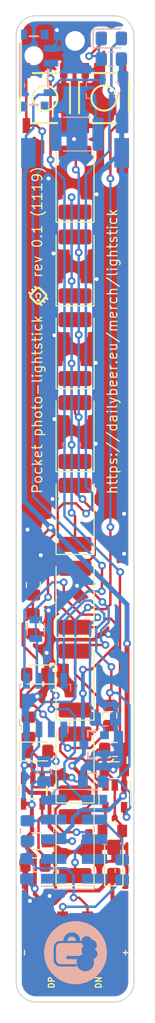
<source format=kicad_pcb>
(kicad_pcb (version 20171130) (host pcbnew 5.1.4-e60b266~84~ubuntu18.04.1)

  (general
    (thickness 1.6)
    (drawings 10)
    (tracks 534)
    (zones 0)
    (modules 45)
    (nets 30)
  )

  (page A4)
  (layers
    (0 F.Cu signal)
    (31 B.Cu signal)
    (32 B.Adhes user)
    (33 F.Adhes user)
    (34 B.Paste user)
    (35 F.Paste user)
    (36 B.SilkS user)
    (37 F.SilkS user)
    (38 B.Mask user)
    (39 F.Mask user)
    (40 Dwgs.User user)
    (41 Cmts.User user)
    (42 Eco1.User user)
    (43 Eco2.User user)
    (44 Edge.Cuts user)
    (45 Margin user)
    (46 B.CrtYd user)
    (47 F.CrtYd user)
    (48 B.Fab user)
    (49 F.Fab user)
  )

  (setup
    (last_trace_width 0.25)
    (trace_clearance 0.2)
    (zone_clearance 0.508)
    (zone_45_only no)
    (trace_min 0.2)
    (via_size 0.8)
    (via_drill 0.4)
    (via_min_size 0.4)
    (via_min_drill 0.3)
    (uvia_size 0.3)
    (uvia_drill 0.1)
    (uvias_allowed no)
    (uvia_min_size 0.2)
    (uvia_min_drill 0.1)
    (edge_width 0.05)
    (segment_width 0.2)
    (pcb_text_width 0.3)
    (pcb_text_size 1.5 1.5)
    (mod_edge_width 0.12)
    (mod_text_size 1 1)
    (mod_text_width 0.15)
    (pad_size 1.524 1.524)
    (pad_drill 0.762)
    (pad_to_mask_clearance 0.051)
    (solder_mask_min_width 0.25)
    (aux_axis_origin 0 0)
    (visible_elements FFFFFF7F)
    (pcbplotparams
      (layerselection 0x010fc_ffffffff)
      (usegerberextensions false)
      (usegerberattributes false)
      (usegerberadvancedattributes false)
      (creategerberjobfile false)
      (excludeedgelayer true)
      (linewidth 0.100000)
      (plotframeref false)
      (viasonmask false)
      (mode 1)
      (useauxorigin false)
      (hpglpennumber 1)
      (hpglpenspeed 20)
      (hpglpendiameter 15.000000)
      (psnegative false)
      (psa4output false)
      (plotreference true)
      (plotvalue true)
      (plotinvisibletext false)
      (padsonsilk false)
      (subtractmaskfromsilk false)
      (outputformat 1)
      (mirror false)
      (drillshape 1)
      (scaleselection 1)
      (outputdirectory ""))
  )

  (net 0 "")
  (net 1 +3V3)
  (net 2 GND)
  (net 3 "Net-(BZ1-Pad1)")
  (net 4 "Net-(D1-Pad1)")
  (net 5 "Net-(D2-Pad2)")
  (net 6 "Net-(D10-Pad2)")
  (net 7 "Net-(J1-Pad2)")
  (net 8 "Net-(J1-Pad3)")
  (net 9 "Net-(R6-Pad1)")
  (net 10 "Net-(S1-Pad2)")
  (net 11 "Net-(C4-Pad1)")
  (net 12 "Net-(J2-Pad1)")
  (net 13 "Net-(J2-Pad2)")
  (net 14 "Net-(J2-Pad3)")
  (net 15 "Net-(J2-Pad4)")
  (net 16 "Net-(J2-Pad7)")
  (net 17 "Net-(J2-Pad8)")
  (net 18 "Net-(J2-Pad9)")
  (net 19 "Net-(J2-Pad10)")
  (net 20 "Net-(R7-Pad2)")
  (net 21 "Net-(R10-Pad1)")
  (net 22 "Net-(C1-Pad1)")
  (net 23 "Net-(D1-Pad2)")
  (net 24 /VCC)
  (net 25 "Net-(JP1-Pad2)")
  (net 26 "Net-(D13-Pad2)")
  (net 27 "Net-(D13-Pad1)")
  (net 28 /Drain)
  (net 29 /Gate)

  (net_class Default "This is the default net class."
    (clearance 0.2)
    (trace_width 0.25)
    (via_dia 0.8)
    (via_drill 0.4)
    (uvia_dia 0.3)
    (uvia_drill 0.1)
    (add_net +3V3)
    (add_net /Drain)
    (add_net /Gate)
    (add_net /VCC)
    (add_net GND)
    (add_net "Net-(BZ1-Pad1)")
    (add_net "Net-(C1-Pad1)")
    (add_net "Net-(C4-Pad1)")
    (add_net "Net-(D1-Pad1)")
    (add_net "Net-(D1-Pad2)")
    (add_net "Net-(D10-Pad2)")
    (add_net "Net-(D13-Pad1)")
    (add_net "Net-(D13-Pad2)")
    (add_net "Net-(D2-Pad2)")
    (add_net "Net-(J1-Pad2)")
    (add_net "Net-(J1-Pad3)")
    (add_net "Net-(J2-Pad1)")
    (add_net "Net-(J2-Pad10)")
    (add_net "Net-(J2-Pad2)")
    (add_net "Net-(J2-Pad3)")
    (add_net "Net-(J2-Pad4)")
    (add_net "Net-(J2-Pad7)")
    (add_net "Net-(J2-Pad8)")
    (add_net "Net-(J2-Pad9)")
    (add_net "Net-(JP1-Pad2)")
    (add_net "Net-(R10-Pad1)")
    (add_net "Net-(R6-Pad1)")
    (add_net "Net-(R7-Pad2)")
    (add_net "Net-(S1-Pad2)")
  )

  (module Shalnoff:dailybeer_logo_bw_inv (layer B.Cu) (tedit 5DCFC862) (tstamp 5DC92B56)
    (at 106.05 105 90)
    (descr "Imported from dailybeer_logo_bw_inv.svg")
    (tags svg2mod)
    (attr smd)
    (fp_text reference svg2mod (at 0 6.919062 270) (layer B.SilkS) hide
      (effects (font (size 1.524 1.524) (thickness 0.3048)) (justify mirror))
    )
    (fp_text value G*** (at 0 -6.919062 270) (layer B.SilkS) hide
      (effects (font (size 1.524 1.524) (thickness 0.3048)) (justify mirror))
    )
    (fp_poly (pts (xy 1.196341 0.053649) (xy 1.196341 -0.834253) (xy 1.420996 -0.773906) (xy 1.580348 -0.61495)
      (xy 1.640907 -0.390509) (xy 1.580348 -0.16596) (xy 1.420996 -0.006805) (xy 1.196341 0.053649)) (layer B.SilkS) (width 0))
    (fp_poly (pts (xy -0.000235 3.2) (xy -1.633016 1.624103) (xy -1.452523 1.763628) (xy -1.239451 1.853559)
      (xy -1.002293 1.885378) (xy -0.828243 1.867768) (xy -0.660992 1.816567) (xy -0.552016 2.031651)
      (xy -0.366164 2.176626) (xy -0.131051 2.229868) (xy 0.052892 2.197739) (xy 0.213326 2.107255)
      (xy 0.336021 1.966486) (xy 0.525485 2.115833) (xy 0.760725 2.169264) (xy 0.966499 2.129033)
      (xy 1.137016 2.018961) (xy 1.255977 1.854514) (xy 1.307083 1.651157) (xy 1.49951 1.534931)
      (xy 1.627132 1.355276) (xy 1.67344 1.13533) (xy 1.636451 0.938149) (xy 1.534795 0.772181)
      (xy 1.381594 0.652109) (xy 1.189973 0.592618) (xy 1.189973 0.492372) (xy 1.421725 0.461312)
      (xy 1.629886 0.373629) (xy 1.806187 0.237568) (xy 1.942356 0.061375) (xy 2.030122 -0.146706)
      (xy 2.061216 -0.378429) (xy 2.030119 -0.610151) (xy 1.942351 -0.818231) (xy 1.806183 -0.994425)
      (xy 1.629884 -1.130486) (xy 1.421724 -1.21817) (xy 1.189973 -1.24923) (xy 1.189973 -1.574126)
      (xy 1.156416 -1.782206) (xy 1.062944 -1.96231) (xy 0.920359 -2.103947) (xy 0.739461 -2.196624)
      (xy 0.531051 -2.229847) (xy 0.478677 -2.229847) (xy 0.460331 -2.229847) (xy -0.709397 -2.229847)
      (xy -0.726677 -2.229847) (xy -0.744811 -2.229847) (xy -0.953214 -2.196624) (xy -1.134103 -2.103947)
      (xy -1.276681 -1.96231) (xy -1.370146 -1.782206) (xy -1.403701 -1.574126) (xy -1.403701 0.137754)
      (xy -1.169035 0.067599) (xy -1.169035 -1.528557) (xy -1.106069 -1.762002) (xy -0.940427 -1.927647)
      (xy -0.706987 -1.990613) (xy -0.67104 -1.990613) (xy 0.443605 -1.99063) (xy 0.516459 -1.99063)
      (xy 0.749314 -1.927664) (xy 0.913861 -1.762019) (xy 0.976235 -1.528574) (xy 0.976235 0.603881)
      (xy 0.806349 0.681712) (xy 0.669696 0.825573) (xy 0.458679 0.650715) (xy 0.226671 0.601136)
      (xy 0.009341 0.645165) (xy -0.157643 0.751131) (xy -0.232279 0.560718) (xy -0.328811 0.414784)
      (xy -0.328811 -0.799479) (xy -0.376619 -0.915034) (xy -0.492395 -0.962613) (xy -0.608187 -0.915022)
      (xy -0.655979 -0.799479) (xy -0.655979 0.171115) (xy -0.821347 0.121456) (xy -0.993195 0.104597)
      (xy -1.169077 0.122827) (xy -1.403755 0.197557) (xy -1.607149 0.338452) (xy -1.761575 0.525946)
      (xy -1.859666 0.748147) (xy -1.894059 0.993161) (xy -1.862279 1.23035) (xy -1.772433 1.443504)
      (xy -1.633016 1.624103) (xy -0.000235 3.2) (xy -0.262683 3.189377) (xy -0.519287 3.158086)
      (xy -0.769223 3.106953) (xy -1.011668 3.036799) (xy -1.245799 2.94845) (xy -1.47079 2.842728)
      (xy -1.685821 2.720458) (xy -1.890065 2.582462) (xy -2.082702 2.429565) (xy -2.262905 2.262591)
      (xy -2.429853 2.082362) (xy -2.582722 1.889703) (xy -2.720688 1.685437) (xy -2.842928 1.470388)
      (xy -2.948618 1.245379) (xy -3.036935 1.011235) (xy -3.107055 0.768778) (xy -3.158155 0.518833)
      (xy -3.189411 0.262223) (xy -3.2 -0.000228) (xy -3.189378 -0.262654) (xy -3.158094 -0.519237)
      (xy -3.10697 -0.769154) (xy -3.03683 -1.011581) (xy -2.948497 -1.245696) (xy -2.842794 -1.470674)
      (xy -2.720546 -1.685693) (xy -2.582575 -1.889929) (xy -2.429704 -2.082558) (xy -2.262757 -2.262758)
      (xy -2.082558 -2.429705) (xy -1.889929 -2.582576) (xy -1.685694 -2.720548) (xy -1.470675 -2.842796)
      (xy -1.245698 -2.948498) (xy -1.011584 -3.036831) (xy -0.769158 -3.106971) (xy -0.519242 -3.158095)
      (xy -0.26266 -3.189379) (xy -0.000235 -3.2) (xy 0.262217 -3.189411) (xy 0.518827 -3.158154)
      (xy 0.768773 -3.107054) (xy 1.011229 -3.036934) (xy 1.245374 -2.948617) (xy 1.470383 -2.842927)
      (xy 1.685432 -2.720688) (xy 1.889698 -2.582722) (xy 2.082358 -2.429853) (xy 2.262587 -2.262905)
      (xy 2.429562 -2.082701) (xy 2.582459 -1.890064) (xy 2.720454 -1.685819) (xy 2.842725 -1.470789)
      (xy 2.948447 -1.245796) (xy 3.036797 -1.011666) (xy 3.106951 -0.76922) (xy 3.158085 -0.519283)
      (xy 3.189376 -0.262678) (xy 3.2 -0.000228) (xy 3.189409 0.262247) (xy 3.158147 0.518879)
      (xy 3.107037 0.768844) (xy 3.036904 1.011319) (xy 2.94857 1.24548) (xy 2.842861 1.470503)
      (xy 2.720599 1.685564) (xy 2.582609 1.889839) (xy 2.429714 2.082505) (xy 2.262739 2.262737)
      (xy 2.082506 2.429713) (xy 1.88984 2.582608) (xy 1.685564 2.720598) (xy 1.470502 2.84286)
      (xy 1.245479 2.948569) (xy 1.011317 3.036903) (xy 0.768841 3.107036) (xy 0.518875 3.158146)
      (xy 0.262242 3.189409) (xy -0.000235 3.2)) (layer B.SilkS) (width 0))
  )

  (module LED_SMD:LED_2512_6332Metric_Pad1.52x3.35mm_HandSolder (layer F.Cu) (tedit 5B4B45C9) (tstamp 5DC47430)
    (at 106 69.0125 90)
    (descr "LED SMD 2512 (6332 Metric), square (rectangular) end terminal, IPC_7351 nominal, (Body size source: http://www.tortai-tech.com/upload/download/2011102023233369053.pdf), generated with kicad-footprint-generator")
    (tags "LED handsolder")
    (path /5DBBB05D)
    (attr smd)
    (fp_text reference D8 (at 0 -2.62 90) (layer F.SilkS) hide
      (effects (font (size 1 1) (thickness 0.15)))
    )
    (fp_text value LED (at 0 2.62 90) (layer F.Fab) hide
      (effects (font (size 1 1) (thickness 0.15)))
    )
    (fp_text user %R (at 0 0 90) (layer F.Fab) hide
      (effects (font (size 1 1) (thickness 0.15)))
    )
    (fp_line (start 4 1.92) (end -4 1.92) (layer F.CrtYd) (width 0.05))
    (fp_line (start 4 -1.92) (end 4 1.92) (layer F.CrtYd) (width 0.05))
    (fp_line (start -4 -1.92) (end 4 -1.92) (layer F.CrtYd) (width 0.05))
    (fp_line (start -4 1.92) (end -4 -1.92) (layer F.CrtYd) (width 0.05))
    (fp_line (start -4.01 1.935) (end 3.15 1.935) (layer F.SilkS) (width 0.12))
    (fp_line (start -4.01 -1.935) (end -4.01 1.935) (layer F.SilkS) (width 0.12))
    (fp_line (start 3.15 -1.935) (end -4.01 -1.935) (layer F.SilkS) (width 0.12))
    (fp_line (start 3.15 1.6) (end 3.15 -1.6) (layer F.Fab) (width 0.1))
    (fp_line (start -3.15 1.6) (end 3.15 1.6) (layer F.Fab) (width 0.1))
    (fp_line (start -3.15 -0.8) (end -3.15 1.6) (layer F.Fab) (width 0.1))
    (fp_line (start -2.35 -1.6) (end -3.15 -0.8) (layer F.Fab) (width 0.1))
    (fp_line (start 3.15 -1.6) (end -2.35 -1.6) (layer F.Fab) (width 0.1))
    (pad 2 smd roundrect (at 2.9875 0 90) (size 1.525 3.35) (layers F.Cu F.Paste F.Mask) (roundrect_rratio 0.163934)
      (net 6 "Net-(D10-Pad2)"))
    (pad 1 smd roundrect (at -2.9875 0 90) (size 1.525 3.35) (layers F.Cu F.Paste F.Mask) (roundrect_rratio 0.163934)
      (net 28 /Drain))
    (model ${KISYS3DMOD}/LED_SMD.3dshapes/LED_2512_6332Metric.wrl
      (at (xyz 0 0 0))
      (scale (xyz 1 1 1))
      (rotate (xyz 0 0 0))
    )
  )

  (module Shalnoff:JP_0805 (layer B.Cu) (tedit 59E9A18E) (tstamp 5DC8F11F)
    (at 102 72.2 270)
    (descr "SMD jumper")
    (tags "SMD jumper 0805")
    (path /5DF65FF2)
    (attr smd)
    (fp_text reference JP1 (at 0 1.65 90) (layer B.SilkS) hide
      (effects (font (size 1 1) (thickness 0.15)) (justify mirror))
    )
    (fp_text value SolderJumper_2_Bridged (at 0 -1.75 90) (layer B.Fab) hide
      (effects (font (size 1 1) (thickness 0.15)) (justify mirror))
    )
    (fp_line (start 1.55 -0.9) (end -1.55 -0.9) (layer B.CrtYd) (width 0.05))
    (fp_line (start 1.55 -0.9) (end 1.55 0.9) (layer B.CrtYd) (width 0.05))
    (fp_line (start -1.55 0.9) (end -1.55 -0.9) (layer B.CrtYd) (width 0.05))
    (fp_line (start -1.55 0.9) (end 1.55 0.9) (layer B.CrtYd) (width 0.05))
    (fp_line (start -0.6 0.88) (end 0.6 0.88) (layer B.SilkS) (width 0.12))
    (fp_line (start 0.6 -0.88) (end -0.6 -0.88) (layer B.SilkS) (width 0.12))
    (fp_line (start -1 0.62) (end 1 0.62) (layer B.Fab) (width 0.1))
    (fp_line (start 1 0.62) (end 1 -0.62) (layer B.Fab) (width 0.1))
    (fp_line (start 1 -0.62) (end -1 -0.62) (layer B.Fab) (width 0.1))
    (fp_line (start -1 -0.62) (end -1 0.62) (layer B.Fab) (width 0.1))
    (fp_text user %R (at 0 0 90) (layer B.Fab) hide
      (effects (font (size 0.5 0.5) (thickness 0.075)) (justify mirror))
    )
    (pad 1 connect rect (at 0 0 270) (size 1.524 0.2) (layers B.Cu B.Mask)
      (net 26 "Net-(D13-Pad2)"))
    (pad 2 smd rect (at 0.95 0 270) (size 0.7 1.3) (layers B.Cu B.Paste B.Mask)
      (net 25 "Net-(JP1-Pad2)"))
    (pad 1 smd rect (at -0.95 0 270) (size 0.7 1.3) (layers B.Cu B.Paste B.Mask)
      (net 26 "Net-(D13-Pad2)"))
    (model ${KISYS3DMOD}/Resistors_SMD.3dshapes/R_0805.wrl
      (at (xyz 0 0 0))
      (scale (xyz 1 1 1))
      (rotate (xyz 0 0 0))
    )
  )

  (module Silicon-Standard:SOT23-3 (layer B.Cu) (tedit 200000) (tstamp 5DD012A4)
    (at 108 83.9 270)
    (descr SOT23-3)
    (tags SOT23-3)
    (path /5DD0A422)
    (attr smd)
    (fp_text reference Q2 (at -1.9558 0 180) (layer B.SilkS) hide
      (effects (font (size 0.6096 0.6096) (thickness 0.127)) (justify mirror))
    )
    (fp_text value MOSFET-NCH-AO3404A (at 2.032 0 180) (layer B.SilkS) hide
      (effects (font (size 0.6096 0.6096) (thickness 0.127)) (justify mirror))
    )
    (fp_line (start 1.4224 0.6604) (end 1.4224 -0.6604) (layer Dwgs.User) (width 0.1524))
    (fp_line (start 1.4224 -0.6604) (end -1.4224 -0.6604) (layer Dwgs.User) (width 0.1524))
    (fp_line (start -1.4224 -0.6604) (end -1.4224 0.6604) (layer Dwgs.User) (width 0.1524))
    (fp_line (start -1.4224 0.6604) (end 1.4224 0.6604) (layer Dwgs.User) (width 0.1524))
    (fp_line (start -0.79756 0.6985) (end -1.39954 0.6985) (layer B.SilkS) (width 0.2032))
    (fp_line (start -1.39954 0.6985) (end -1.39954 -0.09906) (layer B.SilkS) (width 0.2032))
    (fp_line (start 0.79756 0.6985) (end 1.39954 0.6985) (layer B.SilkS) (width 0.2032))
    (fp_line (start 1.39954 0.6985) (end 1.39954 -0.09906) (layer B.SilkS) (width 0.2032))
    (pad 1 smd rect (at -0.94996 -0.99822 270) (size 0.79756 0.89916) (layers B.Cu B.Paste B.Mask)
      (net 29 /Gate) (solder_mask_margin 0.1016))
    (pad 2 smd rect (at 0.94996 -0.99822 270) (size 0.79756 0.89916) (layers B.Cu B.Paste B.Mask)
      (net 2 GND) (solder_mask_margin 0.1016))
    (pad 3 smd rect (at 0 1.09982 270) (size 0.79756 0.89916) (layers B.Cu B.Paste B.Mask)
      (net 28 /Drain) (solder_mask_margin 0.1016))
  )

  (module Shalnoff:CONTACT_2_10mm (layer B.Cu) (tedit 5DC7FC6C) (tstamp 5DC7C5E6)
    (at 106 23.9)
    (path /5DCEE429)
    (fp_text reference LiPo1 (at 0 -2.5) (layer B.SilkS) hide
      (effects (font (size 1 1) (thickness 0.15)) (justify mirror))
    )
    (fp_text value Battery_Cell (at 0 2.3) (layer B.Fab) hide
      (effects (font (size 1 1) (thickness 0.15)) (justify mirror))
    )
    (pad 2 smd rect (at 4.75 0) (size 1.5 3) (layers B.Cu B.Paste B.Mask)
      (net 2 GND))
    (pad 1 smd rect (at -4.75 0) (size 1.5 3) (layers B.Cu B.Paste B.Mask)
      (net 1 +3V3))
  )

  (module Switches:TACTILE_SWITCH_SMD_5.2MM (layer F.Cu) (tedit 200000) (tstamp 5DD3FE66)
    (at 108.95 18.344 90)
    (descr "MOMENTARY SWITCH (PUSHBUTTON) - SPST - SMD, 5.2MM SQUARE")
    (tags "MOMENTARY SWITCH (PUSHBUTTON) - SPST - SMD, 5.2MM SQUARE")
    (path /5DC11587)
    (attr smd)
    (fp_text reference S3 (at 0 -3.175 90) (layer F.SilkS) hide
      (effects (font (size 0.6096 0.6096) (thickness 0.127)))
    )
    (fp_text value MOMENTARY-SWITCH-SPST-2-SMD-5.2MM (at 0 3.175 90) (layer F.SilkS) hide
      (effects (font (size 0.6096 0.6096) (thickness 0.127)))
    )
    (fp_circle (center 0 0) (end 0 -1.27) (layer F.SilkS) (width 0.2032))
    (fp_line (start 1.905 0.2286) (end 1.905 1.11252) (layer Dwgs.User) (width 0.127))
    (fp_line (start 1.905 -0.4445) (end 2.159 0.00762) (layer Dwgs.User) (width 0.127))
    (fp_line (start 1.905 -1.27) (end 1.905 -0.4445) (layer Dwgs.User) (width 0.127))
    (fp_line (start 1.53924 2.54) (end -1.53924 2.54) (layer F.SilkS) (width 0.2032))
    (fp_line (start 2.54 1.53924) (end 1.53924 2.54) (layer Dwgs.User) (width 0.2032))
    (fp_line (start 2.54 -1.23952) (end 2.54 1.23952) (layer F.SilkS) (width 0.2032))
    (fp_line (start 1.53924 -2.54) (end 2.54 -1.53924) (layer Dwgs.User) (width 0.2032))
    (fp_line (start -1.53924 -2.54) (end 1.53924 -2.54) (layer F.SilkS) (width 0.2032))
    (fp_line (start -2.54 -1.53924) (end -1.53924 -2.54) (layer Dwgs.User) (width 0.2032))
    (fp_line (start -2.54 1.23952) (end -2.54 -1.27) (layer F.SilkS) (width 0.2032))
    (fp_line (start -1.53924 2.54) (end -2.54 1.53924) (layer Dwgs.User) (width 0.2032))
    (pad 4 smd rect (at 2.794 1.905 180) (size 0.762 1.524) (layers F.Cu F.Paste F.Mask)
      (net 18 "Net-(J2-Pad9)") (solder_mask_margin 0.1016))
    (pad 3 smd rect (at -2.794 1.905 180) (size 0.762 1.524) (layers F.Cu F.Paste F.Mask)
      (net 18 "Net-(J2-Pad9)") (solder_mask_margin 0.1016))
    (pad 2 smd rect (at 2.794 -1.905 180) (size 0.762 1.524) (layers F.Cu F.Paste F.Mask)
      (net 2 GND) (solder_mask_margin 0.1016))
    (pad 1 smd rect (at -2.794 -1.905 180) (size 0.762 1.524) (layers F.Cu F.Paste F.Mask)
      (net 2 GND) (solder_mask_margin 0.1016))
  )

  (module Shalnoff:ce_logo_2mm (layer F.Cu) (tedit 5DC7F32E) (tstamp 5DC945DF)
    (at 102.25 38.4 90)
    (descr "Imported from ce_logo.svg")
    (tags svg2mod)
    (attr smd)
    (fp_text reference "copyleft electronics logo" (at 0 -4.114755 90) (layer F.SilkS) hide
      (effects (font (size 1.524 1.524) (thickness 0.3048)))
    )
    (fp_text value G*** (at 0 4.114755 90) (layer F.SilkS) hide
      (effects (font (size 1.524 1.524) (thickness 0.3048)))
    )
    (fp_circle (center -0.45 0) (end -0.43 0) (layer F.SilkS) (width 0.15))
    (fp_poly (pts (xy -0.218821 -0.223565) (xy -0.239195 -0.174338) (xy -0.218821 -0.125122) (xy -0.169648 -0.104695)
      (xy -0.120475 -0.125122) (xy -0.062506 -0.163816) (xy 0.003104 -0.176714) (xy 0.068714 -0.163816)
      (xy 0.126683 -0.125122) (xy 0.165353 -0.067179) (xy 0.178203 -0.001625) (xy 0.165293 0.06393)
      (xy 0.126683 0.121874) (xy 0.068728 0.16058) (xy 0.003147 0.173504) (xy -0.062434 0.160633)
      (xy -0.120389 0.121954) (xy -0.169989 0.100311) (xy -0.220229 0.120642) (xy -0.240603 0.170829)
      (xy -0.218843 0.220482) (xy -0.162242 0.265291) (xy -0.098832 0.295148) (xy -0.031336 0.310057)
      (xy 0.037522 0.310026) (xy 0.105018 0.29506) (xy 0.168429 0.265166) (xy 0.225029 0.220349)
      (xy 0.269857 0.163748) (xy 0.299756 0.100338) (xy 0.31472 0.032843) (xy 0.314738 -0.036015)
      (xy 0.299801 -0.103511) (xy 0.269901 -0.166921) (xy 0.225029 -0.223521) (xy 0.158242 -0.274347)
      (xy 0.082793 -0.30483) (xy 0.003013 -0.314988) (xy -0.076788 -0.304833) (xy -0.152243 -0.274352)
      (xy -0.219024 -0.223521) (xy -0.219024 -0.223535) (xy -0.218821 -0.223565)) (layer F.SilkS) (width 0))
    (fp_poly (pts (xy -0.802992 -0.271406) (xy -0.841699 -0.226109) (xy -0.872325 -0.176579) (xy -0.893059 -0.129407)
      (xy -0.906992 -0.080291) (xy -0.914459 -0.02943) (xy -0.915525 0.019943) (xy -0.909299 0.076015)
      (xy -0.894512 0.130787) (xy -0.894416 0.13088) (xy -1.066661 0.302966) (xy -0.905787 0.464013)
      (xy -0.760699 0.318914) (xy -0.616005 0.463613) (xy -0.761019 0.608779) (xy -0.600133 0.769664)
      (xy -0.455045 0.624565) (xy -0.318672 0.760784) (xy -0.46392 0.90587) (xy -0.303045 1.066755)
      (xy -0.132432 0.896295) (xy -0.074848 0.912534) (xy -0.01576 0.919773) (xy 0.033453 0.918826)
      (xy 0.082267 0.911879) (xy 0.134547 0.897097) (xy 0.184667 0.874866) (xy 0.232187 0.844901)
      (xy 0.275867 0.807367) (xy 0.536197 0.547024) (xy 0.375323 0.386151) (xy 0.114992 0.646481)
      (xy 0.067952 0.679804) (xy -0.003088 0.69446) (xy -0.053541 0.68422) (xy -0.111035 0.646438)
      (xy -0.642341 0.115472) (xy -0.679568 0.059024) (xy -0.690341 -0.000773) (xy -0.678821 -0.056187)
      (xy -0.642448 -0.110587) (xy -0.111077 -0.641793) (xy -0.057741 -0.67779) (xy 0.002011 -0.689772)
      (xy 0.061643 -0.677794) (xy 0.114907 -0.641793) (xy 0.645947 -0.110601) (xy 0.681975 -0.05726)
      (xy 0.693936 0.002441) (xy 0.681881 0.06214) (xy 0.645861 0.115475) (xy 0.375248 0.386085)
      (xy 0.536123 0.546971) (xy 0.806747 0.276362) (xy 0.854941 0.217548) (xy 0.889793 0.152239)
      (xy 0.911299 0.082522) (xy 0.919455 0.010486) (xy 0.914259 -0.06178) (xy 0.895707 -0.132188)
      (xy 1.066661 -0.30314) (xy 0.905787 -0.464013) (xy 0.760101 -0.318169) (xy 0.623803 -0.454452)
      (xy 0.769573 -0.600231) (xy 0.608688 -0.761104) (xy 0.462843 -0.615419) (xy 0.318139 -0.760277)
      (xy 0.46392 -0.90587) (xy 0.302864 -1.066755) (xy 0.129861 -0.893909) (xy 0.066675 -0.910033)
      (xy 0.001968 -0.915413) (xy -0.072205 -0.908372) (xy -0.144097 -0.887241) (xy -0.211448 -0.852012)
      (xy -0.271995 -0.802676) (xy -0.803376 -0.27147) (xy -0.803365 -0.27147) (xy -0.802992 -0.271406)) (layer F.SilkS) (width 0))
  )

  (module LED_SMD:LED_0805_2012Metric_Pad1.15x1.40mm_HandSolder (layer B.Cu) (tedit 5B4B45C9) (tstamp 5DC90B4C)
    (at 109.7 12.3)
    (descr "LED SMD 0805 (2012 Metric), square (rectangular) end terminal, IPC_7351 nominal, (Body size source: https://docs.google.com/spreadsheets/d/1BsfQQcO9C6DZCsRaXUlFlo91Tg2WpOkGARC1WS5S8t0/edit?usp=sharing), generated with kicad-footprint-generator")
    (tags "LED handsolder")
    (path /5DFB9F90)
    (attr smd)
    (fp_text reference D13 (at 0 1.65) (layer B.SilkS) hide
      (effects (font (size 1 1) (thickness 0.15)) (justify mirror))
    )
    (fp_text value LED (at 0 -1.65) (layer B.Fab) hide
      (effects (font (size 1 1) (thickness 0.15)) (justify mirror))
    )
    (fp_text user %R (at 0 0) (layer B.Fab) hide
      (effects (font (size 0.5 0.5) (thickness 0.08)) (justify mirror))
    )
    (fp_line (start 1.85 -0.95) (end -1.85 -0.95) (layer B.CrtYd) (width 0.05))
    (fp_line (start 1.85 0.95) (end 1.85 -0.95) (layer B.CrtYd) (width 0.05))
    (fp_line (start -1.85 0.95) (end 1.85 0.95) (layer B.CrtYd) (width 0.05))
    (fp_line (start -1.85 -0.95) (end -1.85 0.95) (layer B.CrtYd) (width 0.05))
    (fp_line (start -1.86 -0.96) (end 1 -0.96) (layer B.SilkS) (width 0.12))
    (fp_line (start -1.86 0.96) (end -1.86 -0.96) (layer B.SilkS) (width 0.12))
    (fp_line (start 1 0.96) (end -1.86 0.96) (layer B.SilkS) (width 0.12))
    (fp_line (start 1 -0.6) (end 1 0.6) (layer B.Fab) (width 0.1))
    (fp_line (start -1 -0.6) (end 1 -0.6) (layer B.Fab) (width 0.1))
    (fp_line (start -1 0.3) (end -1 -0.6) (layer B.Fab) (width 0.1))
    (fp_line (start -0.7 0.6) (end -1 0.3) (layer B.Fab) (width 0.1))
    (fp_line (start 1 0.6) (end -0.7 0.6) (layer B.Fab) (width 0.1))
    (pad 2 smd roundrect (at 1.025 0) (size 1.15 1.4) (layers B.Cu B.Paste B.Mask) (roundrect_rratio 0.217391)
      (net 26 "Net-(D13-Pad2)"))
    (pad 1 smd roundrect (at -1.025 0) (size 1.15 1.4) (layers B.Cu B.Paste B.Mask) (roundrect_rratio 0.217391)
      (net 27 "Net-(D13-Pad1)"))
    (model ${KISYS3DMOD}/LED_SMD.3dshapes/LED_0805_2012Metric.wrl
      (at (xyz 0 0 0))
      (scale (xyz 1 1 1))
      (rotate (xyz 0 0 0))
    )
  )

  (module LED_SMD:LED_2512_6332Metric_Pad1.52x3.35mm_HandSolder (layer F.Cu) (tedit 5B4B45C9) (tstamp 5DC47443)
    (at 106 35.4125 90)
    (descr "LED SMD 2512 (6332 Metric), square (rectangular) end terminal, IPC_7351 nominal, (Body size source: http://www.tortai-tech.com/upload/download/2011102023233369053.pdf), generated with kicad-footprint-generator")
    (tags "LED handsolder")
    (path /5DBBB3AD)
    (attr smd)
    (fp_text reference D9 (at 0 -2.62 90) (layer F.SilkS) hide
      (effects (font (size 1 1) (thickness 0.15)))
    )
    (fp_text value LED (at 0 2.62 90) (layer F.Fab) hide
      (effects (font (size 1 1) (thickness 0.15)))
    )
    (fp_text user %R (at 0 0 90) (layer F.Fab) hide
      (effects (font (size 1 1) (thickness 0.15)))
    )
    (fp_line (start 4 1.92) (end -4 1.92) (layer F.CrtYd) (width 0.05))
    (fp_line (start 4 -1.92) (end 4 1.92) (layer F.CrtYd) (width 0.05))
    (fp_line (start -4 -1.92) (end 4 -1.92) (layer F.CrtYd) (width 0.05))
    (fp_line (start -4 1.92) (end -4 -1.92) (layer F.CrtYd) (width 0.05))
    (fp_line (start -4.01 1.935) (end 3.15 1.935) (layer F.SilkS) (width 0.12))
    (fp_line (start -4.01 -1.935) (end -4.01 1.935) (layer F.SilkS) (width 0.12))
    (fp_line (start 3.15 -1.935) (end -4.01 -1.935) (layer F.SilkS) (width 0.12))
    (fp_line (start 3.15 1.6) (end 3.15 -1.6) (layer F.Fab) (width 0.1))
    (fp_line (start -3.15 1.6) (end 3.15 1.6) (layer F.Fab) (width 0.1))
    (fp_line (start -3.15 -0.8) (end -3.15 1.6) (layer F.Fab) (width 0.1))
    (fp_line (start -2.35 -1.6) (end -3.15 -0.8) (layer F.Fab) (width 0.1))
    (fp_line (start 3.15 -1.6) (end -2.35 -1.6) (layer F.Fab) (width 0.1))
    (pad 2 smd roundrect (at 2.9875 0 90) (size 1.525 3.35) (layers F.Cu F.Paste F.Mask) (roundrect_rratio 0.163934)
      (net 6 "Net-(D10-Pad2)"))
    (pad 1 smd roundrect (at -2.9875 0 90) (size 1.525 3.35) (layers F.Cu F.Paste F.Mask) (roundrect_rratio 0.163934)
      (net 28 /Drain))
    (model ${KISYS3DMOD}/LED_SMD.3dshapes/LED_2512_6332Metric.wrl
      (at (xyz 0 0 0))
      (scale (xyz 1 1 1))
      (rotate (xyz 0 0 0))
    )
  )

  (module LED_SMD:LED_2512_6332Metric_Pad1.52x3.35mm_HandSolder (layer F.Cu) (tedit 5B4B45C9) (tstamp 5DC7AD2D)
    (at 106 26.9125 90)
    (descr "LED SMD 2512 (6332 Metric), square (rectangular) end terminal, IPC_7351 nominal, (Body size source: http://www.tortai-tech.com/upload/download/2011102023233369053.pdf), generated with kicad-footprint-generator")
    (tags "LED handsolder")
    (path /5DE5D3FE)
    (attr smd)
    (fp_text reference D12 (at 0 -2.62 90) (layer F.SilkS) hide
      (effects (font (size 1 1) (thickness 0.15)))
    )
    (fp_text value LED (at 0 2.62 90) (layer F.Fab) hide
      (effects (font (size 1 1) (thickness 0.15)))
    )
    (fp_text user %R (at 0 0 90) (layer F.Fab) hide
      (effects (font (size 1 1) (thickness 0.15)))
    )
    (fp_line (start 4 1.92) (end -4 1.92) (layer F.CrtYd) (width 0.05))
    (fp_line (start 4 -1.92) (end 4 1.92) (layer F.CrtYd) (width 0.05))
    (fp_line (start -4 -1.92) (end 4 -1.92) (layer F.CrtYd) (width 0.05))
    (fp_line (start -4 1.92) (end -4 -1.92) (layer F.CrtYd) (width 0.05))
    (fp_line (start -4.01 1.935) (end 3.15 1.935) (layer F.SilkS) (width 0.12))
    (fp_line (start -4.01 -1.935) (end -4.01 1.935) (layer F.SilkS) (width 0.12))
    (fp_line (start 3.15 -1.935) (end -4.01 -1.935) (layer F.SilkS) (width 0.12))
    (fp_line (start 3.15 1.6) (end 3.15 -1.6) (layer F.Fab) (width 0.1))
    (fp_line (start -3.15 1.6) (end 3.15 1.6) (layer F.Fab) (width 0.1))
    (fp_line (start -3.15 -0.8) (end -3.15 1.6) (layer F.Fab) (width 0.1))
    (fp_line (start -2.35 -1.6) (end -3.15 -0.8) (layer F.Fab) (width 0.1))
    (fp_line (start 3.15 -1.6) (end -2.35 -1.6) (layer F.Fab) (width 0.1))
    (pad 2 smd roundrect (at 2.9875 0 90) (size 1.525 3.35) (layers F.Cu F.Paste F.Mask) (roundrect_rratio 0.163934)
      (net 6 "Net-(D10-Pad2)"))
    (pad 1 smd roundrect (at -2.9875 0 90) (size 1.525 3.35) (layers F.Cu F.Paste F.Mask) (roundrect_rratio 0.163934)
      (net 28 /Drain))
    (model ${KISYS3DMOD}/LED_SMD.3dshapes/LED_2512_6332Metric.wrl
      (at (xyz 0 0 0))
      (scale (xyz 1 1 1))
      (rotate (xyz 0 0 0))
    )
  )

  (module Connector_PinHeader_2.00mm:PinHeader_2x05_P2.00mm_Vertical_SMD (layer B.Cu) (tedit 59FED667) (tstamp 5DC6B345)
    (at 105.9 93.5)
    (descr "surface-mounted straight pin header, 2x05, 2.00mm pitch, double rows")
    (tags "Surface mounted pin header SMD 2x05 2.00mm double row")
    (path /5E21FA62)
    (attr smd)
    (fp_text reference J2 (at 0 6.06) (layer B.SilkS) hide
      (effects (font (size 1 1) (thickness 0.15)) (justify mirror))
    )
    (fp_text value CONN_05X2NO_SILK (at 0 -6.06) (layer B.Fab) hide
      (effects (font (size 1 1) (thickness 0.15)) (justify mirror))
    )
    (fp_text user %R (at 0 0 -90) (layer B.Fab) hide
      (effects (font (size 1 1) (thickness 0.15)) (justify mirror))
    )
    (fp_line (start 4.9 5.5) (end -4.9 5.5) (layer B.CrtYd) (width 0.05))
    (fp_line (start 4.9 -5.5) (end 4.9 5.5) (layer B.CrtYd) (width 0.05))
    (fp_line (start -4.9 -5.5) (end 4.9 -5.5) (layer B.CrtYd) (width 0.05))
    (fp_line (start -4.9 5.5) (end -4.9 -5.5) (layer B.CrtYd) (width 0.05))
    (fp_line (start 2.06 -2.76) (end 2.06 -3.24) (layer B.SilkS) (width 0.12))
    (fp_line (start -2.06 -2.76) (end -2.06 -3.24) (layer B.SilkS) (width 0.12))
    (fp_line (start 2.06 -0.76) (end 2.06 -1.24) (layer B.SilkS) (width 0.12))
    (fp_line (start -2.06 -0.76) (end -2.06 -1.24) (layer B.SilkS) (width 0.12))
    (fp_line (start 2.06 1.24) (end 2.06 0.76) (layer B.SilkS) (width 0.12))
    (fp_line (start -2.06 1.24) (end -2.06 0.76) (layer B.SilkS) (width 0.12))
    (fp_line (start 2.06 3.24) (end 2.06 2.76) (layer B.SilkS) (width 0.12))
    (fp_line (start -2.06 3.24) (end -2.06 2.76) (layer B.SilkS) (width 0.12))
    (fp_line (start 2.06 -4.76) (end 2.06 -5.06) (layer B.SilkS) (width 0.12))
    (fp_line (start -2.06 -4.76) (end -2.06 -5.06) (layer B.SilkS) (width 0.12))
    (fp_line (start 2.06 5.06) (end 2.06 4.76) (layer B.SilkS) (width 0.12))
    (fp_line (start -2.06 5.06) (end -2.06 4.76) (layer B.SilkS) (width 0.12))
    (fp_line (start -3.315 4.76) (end -2.06 4.76) (layer B.SilkS) (width 0.12))
    (fp_line (start -2.06 -5.06) (end 2.06 -5.06) (layer B.SilkS) (width 0.12))
    (fp_line (start -2.06 5.06) (end 2.06 5.06) (layer B.SilkS) (width 0.12))
    (fp_line (start 2.875 -4.25) (end 2 -4.25) (layer B.Fab) (width 0.1))
    (fp_line (start 2.875 -3.75) (end 2.875 -4.25) (layer B.Fab) (width 0.1))
    (fp_line (start 2 -3.75) (end 2.875 -3.75) (layer B.Fab) (width 0.1))
    (fp_line (start -2.875 -4.25) (end -2 -4.25) (layer B.Fab) (width 0.1))
    (fp_line (start -2.875 -3.75) (end -2.875 -4.25) (layer B.Fab) (width 0.1))
    (fp_line (start -2 -3.75) (end -2.875 -3.75) (layer B.Fab) (width 0.1))
    (fp_line (start 2.875 -2.25) (end 2 -2.25) (layer B.Fab) (width 0.1))
    (fp_line (start 2.875 -1.75) (end 2.875 -2.25) (layer B.Fab) (width 0.1))
    (fp_line (start 2 -1.75) (end 2.875 -1.75) (layer B.Fab) (width 0.1))
    (fp_line (start -2.875 -2.25) (end -2 -2.25) (layer B.Fab) (width 0.1))
    (fp_line (start -2.875 -1.75) (end -2.875 -2.25) (layer B.Fab) (width 0.1))
    (fp_line (start -2 -1.75) (end -2.875 -1.75) (layer B.Fab) (width 0.1))
    (fp_line (start 2.875 -0.25) (end 2 -0.25) (layer B.Fab) (width 0.1))
    (fp_line (start 2.875 0.25) (end 2.875 -0.25) (layer B.Fab) (width 0.1))
    (fp_line (start 2 0.25) (end 2.875 0.25) (layer B.Fab) (width 0.1))
    (fp_line (start -2.875 -0.25) (end -2 -0.25) (layer B.Fab) (width 0.1))
    (fp_line (start -2.875 0.25) (end -2.875 -0.25) (layer B.Fab) (width 0.1))
    (fp_line (start -2 0.25) (end -2.875 0.25) (layer B.Fab) (width 0.1))
    (fp_line (start 2.875 1.75) (end 2 1.75) (layer B.Fab) (width 0.1))
    (fp_line (start 2.875 2.25) (end 2.875 1.75) (layer B.Fab) (width 0.1))
    (fp_line (start 2 2.25) (end 2.875 2.25) (layer B.Fab) (width 0.1))
    (fp_line (start -2.875 1.75) (end -2 1.75) (layer B.Fab) (width 0.1))
    (fp_line (start -2.875 2.25) (end -2.875 1.75) (layer B.Fab) (width 0.1))
    (fp_line (start -2 2.25) (end -2.875 2.25) (layer B.Fab) (width 0.1))
    (fp_line (start 2.875 3.75) (end 2 3.75) (layer B.Fab) (width 0.1))
    (fp_line (start 2.875 4.25) (end 2.875 3.75) (layer B.Fab) (width 0.1))
    (fp_line (start 2 4.25) (end 2.875 4.25) (layer B.Fab) (width 0.1))
    (fp_line (start -2.875 3.75) (end -2 3.75) (layer B.Fab) (width 0.1))
    (fp_line (start -2.875 4.25) (end -2.875 3.75) (layer B.Fab) (width 0.1))
    (fp_line (start -2 4.25) (end -2.875 4.25) (layer B.Fab) (width 0.1))
    (fp_line (start 2 5) (end 2 -5) (layer B.Fab) (width 0.1))
    (fp_line (start -2 4.25) (end -1.25 5) (layer B.Fab) (width 0.1))
    (fp_line (start -2 -5) (end -2 4.25) (layer B.Fab) (width 0.1))
    (fp_line (start -1.25 5) (end 2 5) (layer B.Fab) (width 0.1))
    (fp_line (start 2 -5) (end -2 -5) (layer B.Fab) (width 0.1))
    (pad 10 smd rect (at 2.085 -4) (size 2.58 1) (layers B.Cu B.Paste B.Mask)
      (net 19 "Net-(J2-Pad10)"))
    (pad 9 smd rect (at -2.085 -4) (size 2.58 1) (layers B.Cu B.Paste B.Mask)
      (net 18 "Net-(J2-Pad9)"))
    (pad 8 smd rect (at 2.085 -2) (size 2.58 1) (layers B.Cu B.Paste B.Mask)
      (net 17 "Net-(J2-Pad8)"))
    (pad 7 smd rect (at -2.085 -2) (size 2.58 1) (layers B.Cu B.Paste B.Mask)
      (net 16 "Net-(J2-Pad7)"))
    (pad 6 smd rect (at 2.085 0) (size 2.58 1) (layers B.Cu B.Paste B.Mask)
      (net 28 /Drain))
    (pad 5 smd rect (at -2.085 0) (size 2.58 1) (layers B.Cu B.Paste B.Mask)
      (net 1 +3V3))
    (pad 4 smd rect (at 2.085 2) (size 2.58 1) (layers B.Cu B.Paste B.Mask)
      (net 15 "Net-(J2-Pad4)"))
    (pad 3 smd rect (at -2.085 2) (size 2.58 1) (layers B.Cu B.Paste B.Mask)
      (net 14 "Net-(J2-Pad3)"))
    (pad 2 smd rect (at 2.085 4) (size 2.58 1) (layers B.Cu B.Paste B.Mask)
      (net 13 "Net-(J2-Pad2)"))
    (pad 1 smd rect (at -2.085 4) (size 2.58 1) (layers B.Cu B.Paste B.Mask)
      (net 12 "Net-(J2-Pad1)"))
    (model ${KISYS3DMOD}/Connector_PinHeader_2.00mm.3dshapes/PinHeader_2x05_P2.00mm_Vertical_SMD.wrl
      (at (xyz 0 0 0))
      (scale (xyz 1 1 1))
      (rotate (xyz 0 0 0))
    )
  )

  (module Resistor_SMD:R_0805_2012Metric_Pad1.15x1.40mm_HandSolder (layer F.Cu) (tedit 5B36C52B) (tstamp 5DC892D1)
    (at 109.55 80.95 90)
    (descr "Resistor SMD 0805 (2012 Metric), square (rectangular) end terminal, IPC_7351 nominal with elongated pad for handsoldering. (Body size source: https://docs.google.com/spreadsheets/d/1BsfQQcO9C6DZCsRaXUlFlo91Tg2WpOkGARC1WS5S8t0/edit?usp=sharing), generated with kicad-footprint-generator")
    (tags "resistor handsolder")
    (path /5E410B16)
    (attr smd)
    (fp_text reference R10 (at 0 -1.65 270) (layer F.SilkS) hide
      (effects (font (size 1 1) (thickness 0.15)))
    )
    (fp_text value 10K (at 0 1.65 270) (layer F.Fab) hide
      (effects (font (size 1 1) (thickness 0.15)))
    )
    (fp_text user %R (at 0 0 270) (layer F.Fab) hide
      (effects (font (size 0.5 0.5) (thickness 0.08)))
    )
    (fp_line (start 1.85 0.95) (end -1.85 0.95) (layer F.CrtYd) (width 0.05))
    (fp_line (start 1.85 -0.95) (end 1.85 0.95) (layer F.CrtYd) (width 0.05))
    (fp_line (start -1.85 -0.95) (end 1.85 -0.95) (layer F.CrtYd) (width 0.05))
    (fp_line (start -1.85 0.95) (end -1.85 -0.95) (layer F.CrtYd) (width 0.05))
    (fp_line (start -0.261252 0.71) (end 0.261252 0.71) (layer F.SilkS) (width 0.12))
    (fp_line (start -0.261252 -0.71) (end 0.261252 -0.71) (layer F.SilkS) (width 0.12))
    (fp_line (start 1 0.6) (end -1 0.6) (layer F.Fab) (width 0.1))
    (fp_line (start 1 -0.6) (end 1 0.6) (layer F.Fab) (width 0.1))
    (fp_line (start -1 -0.6) (end 1 -0.6) (layer F.Fab) (width 0.1))
    (fp_line (start -1 0.6) (end -1 -0.6) (layer F.Fab) (width 0.1))
    (pad 2 smd roundrect (at 1.025 0 90) (size 1.15 1.4) (layers F.Cu F.Paste F.Mask) (roundrect_rratio 0.217391)
      (net 24 /VCC))
    (pad 1 smd roundrect (at -1.025 0 90) (size 1.15 1.4) (layers F.Cu F.Paste F.Mask) (roundrect_rratio 0.217391)
      (net 21 "Net-(R10-Pad1)"))
    (model ${KISYS3DMOD}/Resistor_SMD.3dshapes/R_0805_2012Metric.wrl
      (at (xyz 0 0 0))
      (scale (xyz 1 1 1))
      (rotate (xyz 0 0 0))
    )
  )

  (module Capacitor_Tantalum_SMD:CP_EIA-3216-12_Kemet-S_Pad1.58x1.35mm_HandSolder (layer F.Cu) (tedit 5B301BBE) (tstamp 5DC6D22B)
    (at 109.95 95.75 90)
    (descr "Tantalum Capacitor SMD Kemet-S (3216-12 Metric), IPC_7351 nominal, (Body size from: http://www.kemet.com/Lists/ProductCatalog/Attachments/253/KEM_TC101_STD.pdf), generated with kicad-footprint-generator")
    (tags "capacitor tantalum")
    (path /5DCC90B4)
    (attr smd)
    (fp_text reference C1 (at 0 -1.75 90) (layer F.SilkS) hide
      (effects (font (size 1 1) (thickness 0.15)))
    )
    (fp_text value 10uF (at 0 1.75 90) (layer F.Fab) hide
      (effects (font (size 1 1) (thickness 0.15)))
    )
    (fp_text user %R (at 0 0 90) (layer F.Fab) hide
      (effects (font (size 0.8 0.8) (thickness 0.12)))
    )
    (fp_line (start 2.48 1.05) (end -2.48 1.05) (layer F.CrtYd) (width 0.05))
    (fp_line (start 2.48 -1.05) (end 2.48 1.05) (layer F.CrtYd) (width 0.05))
    (fp_line (start -2.48 -1.05) (end 2.48 -1.05) (layer F.CrtYd) (width 0.05))
    (fp_line (start -2.48 1.05) (end -2.48 -1.05) (layer F.CrtYd) (width 0.05))
    (fp_line (start -2.485 0.935) (end 1.6 0.935) (layer F.SilkS) (width 0.12))
    (fp_line (start -2.485 -0.935) (end -2.485 0.935) (layer F.SilkS) (width 0.12))
    (fp_line (start 1.6 -0.935) (end -2.485 -0.935) (layer F.SilkS) (width 0.12))
    (fp_line (start 1.6 0.8) (end 1.6 -0.8) (layer F.Fab) (width 0.1))
    (fp_line (start -1.6 0.8) (end 1.6 0.8) (layer F.Fab) (width 0.1))
    (fp_line (start -1.6 -0.4) (end -1.6 0.8) (layer F.Fab) (width 0.1))
    (fp_line (start -1.2 -0.8) (end -1.6 -0.4) (layer F.Fab) (width 0.1))
    (fp_line (start 1.6 -0.8) (end -1.2 -0.8) (layer F.Fab) (width 0.1))
    (pad 2 smd roundrect (at 1.4375 0 90) (size 1.575 1.35) (layers F.Cu F.Paste F.Mask) (roundrect_rratio 0.185185)
      (net 2 GND))
    (pad 1 smd roundrect (at -1.4375 0 90) (size 1.575 1.35) (layers F.Cu F.Paste F.Mask) (roundrect_rratio 0.185185)
      (net 22 "Net-(C1-Pad1)"))
    (model ${KISYS3DMOD}/Capacitor_Tantalum_SMD.3dshapes/CP_EIA-3216-12_Kemet-S.wrl
      (at (xyz 0 0 0))
      (scale (xyz 1 1 1))
      (rotate (xyz 0 0 0))
    )
  )

  (module Capacitor_SMD:C_1812_4532Metric (layer B.Cu) (tedit 5B301BBE) (tstamp 5DC7C8EE)
    (at 106.2 22 180)
    (descr "Capacitor SMD 1812 (4532 Metric), square (rectangular) end terminal, IPC_7351 nominal, (Body size source: https://www.nikhef.nl/pub/departments/mt/projects/detectorR_D/dtddice/ERJ2G.pdf), generated with kicad-footprint-generator")
    (tags capacitor)
    (path /5E3EE254)
    (attr smd)
    (fp_text reference BZ1 (at 0 2.65) (layer B.SilkS) hide
      (effects (font (size 1 1) (thickness 0.15)) (justify mirror))
    )
    (fp_text value PS1240P02BT (at 0 -2.65) (layer B.Fab) hide
      (effects (font (size 1 1) (thickness 0.15)) (justify mirror))
    )
    (fp_text user %R (at 0 0) (layer B.Fab) hide
      (effects (font (size 1 1) (thickness 0.15)) (justify mirror))
    )
    (fp_line (start 2.95 -1.95) (end -2.95 -1.95) (layer B.CrtYd) (width 0.05))
    (fp_line (start 2.95 1.95) (end 2.95 -1.95) (layer B.CrtYd) (width 0.05))
    (fp_line (start -2.95 1.95) (end 2.95 1.95) (layer B.CrtYd) (width 0.05))
    (fp_line (start -2.95 -1.95) (end -2.95 1.95) (layer B.CrtYd) (width 0.05))
    (fp_line (start -1.386252 -1.71) (end 1.386252 -1.71) (layer B.SilkS) (width 0.12))
    (fp_line (start -1.386252 1.71) (end 1.386252 1.71) (layer B.SilkS) (width 0.12))
    (fp_line (start 2.25 -1.6) (end -2.25 -1.6) (layer B.Fab) (width 0.1))
    (fp_line (start 2.25 1.6) (end 2.25 -1.6) (layer B.Fab) (width 0.1))
    (fp_line (start -2.25 1.6) (end 2.25 1.6) (layer B.Fab) (width 0.1))
    (fp_line (start -2.25 -1.6) (end -2.25 1.6) (layer B.Fab) (width 0.1))
    (pad 2 smd roundrect (at 2.1375 0 180) (size 1.125 3.4) (layers B.Cu B.Paste B.Mask) (roundrect_rratio 0.222222)
      (net 2 GND))
    (pad 1 smd roundrect (at -2.1375 0 180) (size 1.125 3.4) (layers B.Cu B.Paste B.Mask) (roundrect_rratio 0.222222)
      (net 3 "Net-(BZ1-Pad1)"))
    (model ${KISYS3DMOD}/Capacitor_SMD.3dshapes/C_1812_4532Metric.wrl
      (at (xyz 0 0 0))
      (scale (xyz 1 1 1))
      (rotate (xyz 0 0 0))
    )
  )

  (module Capacitors_SMD:C_0805 (layer F.Cu) (tedit 58AA8463) (tstamp 5DC69547)
    (at 110 86.5 180)
    (descr "Capacitor SMD 0805, reflow soldering, AVX (see smccp.pdf)")
    (tags "capacitor 0805")
    (path /5E19AB03)
    (attr smd)
    (fp_text reference C3 (at 0 -1.5) (layer F.SilkS) hide
      (effects (font (size 1 1) (thickness 0.15)))
    )
    (fp_text value 4.7uF (at 0 1.75) (layer F.Fab) hide
      (effects (font (size 1 1) (thickness 0.15)))
    )
    (fp_text user %R (at 0 -1.5) (layer F.Fab) hide
      (effects (font (size 1 1) (thickness 0.15)))
    )
    (fp_line (start -1 0.62) (end -1 -0.62) (layer F.Fab) (width 0.1))
    (fp_line (start 1 0.62) (end -1 0.62) (layer F.Fab) (width 0.1))
    (fp_line (start 1 -0.62) (end 1 0.62) (layer F.Fab) (width 0.1))
    (fp_line (start -1 -0.62) (end 1 -0.62) (layer F.Fab) (width 0.1))
    (fp_line (start 0.5 -0.85) (end -0.5 -0.85) (layer F.SilkS) (width 0.12))
    (fp_line (start -0.5 0.85) (end 0.5 0.85) (layer F.SilkS) (width 0.12))
    (fp_line (start -1.75 -0.88) (end 1.75 -0.88) (layer F.CrtYd) (width 0.05))
    (fp_line (start -1.75 -0.88) (end -1.75 0.87) (layer F.CrtYd) (width 0.05))
    (fp_line (start 1.75 0.87) (end 1.75 -0.88) (layer F.CrtYd) (width 0.05))
    (fp_line (start 1.75 0.87) (end -1.75 0.87) (layer F.CrtYd) (width 0.05))
    (pad 1 smd rect (at -1 0 180) (size 1 1.25) (layers F.Cu F.Paste F.Mask)
      (net 1 +3V3))
    (pad 2 smd rect (at 1 0 180) (size 1 1.25) (layers F.Cu F.Paste F.Mask)
      (net 2 GND))
    (model Capacitors_SMD.3dshapes/C_0805.wrl
      (at (xyz 0 0 0))
      (scale (xyz 1 1 1))
      (rotate (xyz 0 0 0))
    )
  )

  (module Capacitors_SMD:C_0805 (layer B.Cu) (tedit 58AA8463) (tstamp 5DC6D7C4)
    (at 107.8 87.65 180)
    (descr "Capacitor SMD 0805, reflow soldering, AVX (see smccp.pdf)")
    (tags "capacitor 0805")
    (path /5DD31F10)
    (attr smd)
    (fp_text reference C5 (at 0 1.5 180) (layer B.SilkS) hide
      (effects (font (size 1 1) (thickness 0.15)) (justify mirror))
    )
    (fp_text value >2.2UF (at 0 -1.75 180) (layer B.Fab) hide
      (effects (font (size 1 1) (thickness 0.15)) (justify mirror))
    )
    (fp_text user %R (at 0 1.5 180) (layer B.Fab) hide
      (effects (font (size 1 1) (thickness 0.15)) (justify mirror))
    )
    (fp_line (start -1 -0.62) (end -1 0.62) (layer B.Fab) (width 0.1))
    (fp_line (start 1 -0.62) (end -1 -0.62) (layer B.Fab) (width 0.1))
    (fp_line (start 1 0.62) (end 1 -0.62) (layer B.Fab) (width 0.1))
    (fp_line (start -1 0.62) (end 1 0.62) (layer B.Fab) (width 0.1))
    (fp_line (start 0.5 0.85) (end -0.5 0.85) (layer B.SilkS) (width 0.12))
    (fp_line (start -0.5 -0.85) (end 0.5 -0.85) (layer B.SilkS) (width 0.12))
    (fp_line (start -1.75 0.88) (end 1.75 0.88) (layer B.CrtYd) (width 0.05))
    (fp_line (start -1.75 0.88) (end -1.75 -0.87) (layer B.CrtYd) (width 0.05))
    (fp_line (start 1.75 -0.87) (end 1.75 0.88) (layer B.CrtYd) (width 0.05))
    (fp_line (start 1.75 -0.87) (end -1.75 -0.87) (layer B.CrtYd) (width 0.05))
    (pad 1 smd rect (at -1 0 180) (size 1 1.25) (layers B.Cu B.Paste B.Mask)
      (net 24 /VCC))
    (pad 2 smd rect (at 1 0 180) (size 1 1.25) (layers B.Cu B.Paste B.Mask)
      (net 2 GND))
    (model Capacitors_SMD.3dshapes/C_0805.wrl
      (at (xyz 0 0 0))
      (scale (xyz 1 1 1))
      (rotate (xyz 0 0 0))
    )
  )

  (module Capacitors_SMD:C_0805 (layer F.Cu) (tedit 58AA8463) (tstamp 5DC6D4E5)
    (at 109.8 92.65)
    (descr "Capacitor SMD 0805, reflow soldering, AVX (see smccp.pdf)")
    (tags "capacitor 0805")
    (path /5DE5BCDF)
    (attr smd)
    (fp_text reference C4 (at 0 -1.5 180) (layer F.SilkS) hide
      (effects (font (size 1 1) (thickness 0.15)))
    )
    (fp_text value [470pF] (at 0 1.75 180) (layer F.Fab) hide
      (effects (font (size 1 1) (thickness 0.15)))
    )
    (fp_text user %R (at 0 -1.5 180) (layer F.Fab) hide
      (effects (font (size 1 1) (thickness 0.15)))
    )
    (fp_line (start -1 0.62) (end -1 -0.62) (layer F.Fab) (width 0.1))
    (fp_line (start 1 0.62) (end -1 0.62) (layer F.Fab) (width 0.1))
    (fp_line (start 1 -0.62) (end 1 0.62) (layer F.Fab) (width 0.1))
    (fp_line (start -1 -0.62) (end 1 -0.62) (layer F.Fab) (width 0.1))
    (fp_line (start 0.5 -0.85) (end -0.5 -0.85) (layer F.SilkS) (width 0.12))
    (fp_line (start -0.5 0.85) (end 0.5 0.85) (layer F.SilkS) (width 0.12))
    (fp_line (start -1.75 -0.88) (end 1.75 -0.88) (layer F.CrtYd) (width 0.05))
    (fp_line (start -1.75 -0.88) (end -1.75 0.87) (layer F.CrtYd) (width 0.05))
    (fp_line (start 1.75 0.87) (end 1.75 -0.88) (layer F.CrtYd) (width 0.05))
    (fp_line (start 1.75 0.87) (end -1.75 0.87) (layer F.CrtYd) (width 0.05))
    (pad 1 smd rect (at -1 0) (size 1 1.25) (layers F.Cu F.Paste F.Mask)
      (net 11 "Net-(C4-Pad1)"))
    (pad 2 smd rect (at 1 0) (size 1 1.25) (layers F.Cu F.Paste F.Mask)
      (net 2 GND))
    (model Capacitors_SMD.3dshapes/C_0805.wrl
      (at (xyz 0 0 0))
      (scale (xyz 1 1 1))
      (rotate (xyz 0 0 0))
    )
  )

  (module Capacitors_SMD:C_0805 (layer F.Cu) (tedit 58AA8463) (tstamp 5DC68A65)
    (at 102.1 93.7)
    (descr "Capacitor SMD 0805, reflow soldering, AVX (see smccp.pdf)")
    (tags "capacitor 0805")
    (path /5DEE36ED)
    (attr smd)
    (fp_text reference C2 (at 0 -1.5) (layer F.SilkS) hide
      (effects (font (size 1 1) (thickness 0.15)))
    )
    (fp_text value 4.7uF (at 0 1.75) (layer F.Fab) hide
      (effects (font (size 1 1) (thickness 0.15)))
    )
    (fp_text user %R (at 0 -1.5) (layer F.Fab) hide
      (effects (font (size 1 1) (thickness 0.15)))
    )
    (fp_line (start -1 0.62) (end -1 -0.62) (layer F.Fab) (width 0.1))
    (fp_line (start 1 0.62) (end -1 0.62) (layer F.Fab) (width 0.1))
    (fp_line (start 1 -0.62) (end 1 0.62) (layer F.Fab) (width 0.1))
    (fp_line (start -1 -0.62) (end 1 -0.62) (layer F.Fab) (width 0.1))
    (fp_line (start 0.5 -0.85) (end -0.5 -0.85) (layer F.SilkS) (width 0.12))
    (fp_line (start -0.5 0.85) (end 0.5 0.85) (layer F.SilkS) (width 0.12))
    (fp_line (start -1.75 -0.88) (end 1.75 -0.88) (layer F.CrtYd) (width 0.05))
    (fp_line (start -1.75 -0.88) (end -1.75 0.87) (layer F.CrtYd) (width 0.05))
    (fp_line (start 1.75 0.87) (end 1.75 -0.88) (layer F.CrtYd) (width 0.05))
    (fp_line (start 1.75 0.87) (end -1.75 0.87) (layer F.CrtYd) (width 0.05))
    (pad 1 smd rect (at -1 0) (size 1 1.25) (layers F.Cu F.Paste F.Mask)
      (net 22 "Net-(C1-Pad1)"))
    (pad 2 smd rect (at 1 0) (size 1 1.25) (layers F.Cu F.Paste F.Mask)
      (net 2 GND))
    (model Capacitors_SMD.3dshapes/C_0805.wrl
      (at (xyz 0 0 0))
      (scale (xyz 1 1 1))
      (rotate (xyz 0 0 0))
    )
  )

  (module LED_SMD:LED_0805_2012Metric_Pad1.15x1.40mm_HandSolder (layer F.Cu) (tedit 5B4B45C9) (tstamp 5DC7525B)
    (at 102.2 84.6)
    (descr "LED SMD 0805 (2012 Metric), square (rectangular) end terminal, IPC_7351 nominal, (Body size source: https://docs.google.com/spreadsheets/d/1BsfQQcO9C6DZCsRaXUlFlo91Tg2WpOkGARC1WS5S8t0/edit?usp=sharing), generated with kicad-footprint-generator")
    (tags "LED handsolder")
    (path /5DDB0404)
    (attr smd)
    (fp_text reference D1 (at 0 -1.65) (layer F.SilkS) hide
      (effects (font (size 1 1) (thickness 0.15)))
    )
    (fp_text value LED (at 0 1.65) (layer F.Fab) hide
      (effects (font (size 1 1) (thickness 0.15)))
    )
    (fp_text user %R (at 0 0) (layer F.Fab) hide
      (effects (font (size 0.5 0.5) (thickness 0.08)))
    )
    (fp_line (start 1.85 0.95) (end -1.85 0.95) (layer F.CrtYd) (width 0.05))
    (fp_line (start 1.85 -0.95) (end 1.85 0.95) (layer F.CrtYd) (width 0.05))
    (fp_line (start -1.85 -0.95) (end 1.85 -0.95) (layer F.CrtYd) (width 0.05))
    (fp_line (start -1.85 0.95) (end -1.85 -0.95) (layer F.CrtYd) (width 0.05))
    (fp_line (start -1.86 0.96) (end 1 0.96) (layer F.SilkS) (width 0.12))
    (fp_line (start -1.86 -0.96) (end -1.86 0.96) (layer F.SilkS) (width 0.12))
    (fp_line (start 1 -0.96) (end -1.86 -0.96) (layer F.SilkS) (width 0.12))
    (fp_line (start 1 0.6) (end 1 -0.6) (layer F.Fab) (width 0.1))
    (fp_line (start -1 0.6) (end 1 0.6) (layer F.Fab) (width 0.1))
    (fp_line (start -1 -0.3) (end -1 0.6) (layer F.Fab) (width 0.1))
    (fp_line (start -0.7 -0.6) (end -1 -0.3) (layer F.Fab) (width 0.1))
    (fp_line (start 1 -0.6) (end -0.7 -0.6) (layer F.Fab) (width 0.1))
    (pad 2 smd roundrect (at 1.025 0) (size 1.15 1.4) (layers F.Cu F.Paste F.Mask) (roundrect_rratio 0.217391)
      (net 23 "Net-(D1-Pad2)"))
    (pad 1 smd roundrect (at -1.025 0) (size 1.15 1.4) (layers F.Cu F.Paste F.Mask) (roundrect_rratio 0.217391)
      (net 4 "Net-(D1-Pad1)"))
    (model ${KISYS3DMOD}/LED_SMD.3dshapes/LED_0805_2012Metric.wrl
      (at (xyz 0 0 0))
      (scale (xyz 1 1 1))
      (rotate (xyz 0 0 0))
    )
  )

  (module LED_SMD:LED_0805_2012Metric_Pad1.15x1.40mm_HandSolder (layer F.Cu) (tedit 5B4B45C9) (tstamp 5DC74546)
    (at 102.1 76.8 180)
    (descr "LED SMD 0805 (2012 Metric), square (rectangular) end terminal, IPC_7351 nominal, (Body size source: https://docs.google.com/spreadsheets/d/1BsfQQcO9C6DZCsRaXUlFlo91Tg2WpOkGARC1WS5S8t0/edit?usp=sharing), generated with kicad-footprint-generator")
    (tags "LED handsolder")
    (path /5DFD1F99)
    (attr smd)
    (fp_text reference D2 (at 0 -1.65) (layer F.SilkS) hide
      (effects (font (size 1 1) (thickness 0.15)))
    )
    (fp_text value LED (at 0 1.65) (layer F.Fab) hide
      (effects (font (size 1 1) (thickness 0.15)))
    )
    (fp_text user %R (at 0 0) (layer F.Fab) hide
      (effects (font (size 0.5 0.5) (thickness 0.08)))
    )
    (fp_line (start 1.85 0.95) (end -1.85 0.95) (layer F.CrtYd) (width 0.05))
    (fp_line (start 1.85 -0.95) (end 1.85 0.95) (layer F.CrtYd) (width 0.05))
    (fp_line (start -1.85 -0.95) (end 1.85 -0.95) (layer F.CrtYd) (width 0.05))
    (fp_line (start -1.85 0.95) (end -1.85 -0.95) (layer F.CrtYd) (width 0.05))
    (fp_line (start -1.86 0.96) (end 1 0.96) (layer F.SilkS) (width 0.12))
    (fp_line (start -1.86 -0.96) (end -1.86 0.96) (layer F.SilkS) (width 0.12))
    (fp_line (start 1 -0.96) (end -1.86 -0.96) (layer F.SilkS) (width 0.12))
    (fp_line (start 1 0.6) (end 1 -0.6) (layer F.Fab) (width 0.1))
    (fp_line (start -1 0.6) (end 1 0.6) (layer F.Fab) (width 0.1))
    (fp_line (start -1 -0.3) (end -1 0.6) (layer F.Fab) (width 0.1))
    (fp_line (start -0.7 -0.6) (end -1 -0.3) (layer F.Fab) (width 0.1))
    (fp_line (start 1 -0.6) (end -0.7 -0.6) (layer F.Fab) (width 0.1))
    (pad 2 smd roundrect (at 1.025 0 180) (size 1.15 1.4) (layers F.Cu F.Paste F.Mask) (roundrect_rratio 0.217391)
      (net 5 "Net-(D2-Pad2)"))
    (pad 1 smd roundrect (at -1.025 0 180) (size 1.15 1.4) (layers F.Cu F.Paste F.Mask) (roundrect_rratio 0.217391)
      (net 2 GND))
    (model ${KISYS3DMOD}/LED_SMD.3dshapes/LED_0805_2012Metric.wrl
      (at (xyz 0 0 0))
      (scale (xyz 1 1 1))
      (rotate (xyz 0 0 0))
    )
  )

  (module LED_SMD:LED_0805_2012Metric_Pad1.15x1.40mm_HandSolder (layer F.Cu) (tedit 5B4B45C9) (tstamp 5DC6593E)
    (at 109.7 12.3)
    (descr "LED SMD 0805 (2012 Metric), square (rectangular) end terminal, IPC_7351 nominal, (Body size source: https://docs.google.com/spreadsheets/d/1BsfQQcO9C6DZCsRaXUlFlo91Tg2WpOkGARC1WS5S8t0/edit?usp=sharing), generated with kicad-footprint-generator")
    (tags "LED handsolder")
    (path /5E0121D1)
    (attr smd)
    (fp_text reference D3 (at 0 -1.65) (layer F.SilkS) hide
      (effects (font (size 1 1) (thickness 0.15)))
    )
    (fp_text value LED (at 0 1.65) (layer F.Fab) hide
      (effects (font (size 1 1) (thickness 0.15)))
    )
    (fp_text user %R (at 0 0) (layer F.Fab) hide
      (effects (font (size 0.5 0.5) (thickness 0.08)))
    )
    (fp_line (start 1.85 0.95) (end -1.85 0.95) (layer F.CrtYd) (width 0.05))
    (fp_line (start 1.85 -0.95) (end 1.85 0.95) (layer F.CrtYd) (width 0.05))
    (fp_line (start -1.85 -0.95) (end 1.85 -0.95) (layer F.CrtYd) (width 0.05))
    (fp_line (start -1.85 0.95) (end -1.85 -0.95) (layer F.CrtYd) (width 0.05))
    (fp_line (start -1.86 0.96) (end 1 0.96) (layer F.SilkS) (width 0.12))
    (fp_line (start -1.86 -0.96) (end -1.86 0.96) (layer F.SilkS) (width 0.12))
    (fp_line (start 1 -0.96) (end -1.86 -0.96) (layer F.SilkS) (width 0.12))
    (fp_line (start 1 0.6) (end 1 -0.6) (layer F.Fab) (width 0.1))
    (fp_line (start -1 0.6) (end 1 0.6) (layer F.Fab) (width 0.1))
    (fp_line (start -1 -0.3) (end -1 0.6) (layer F.Fab) (width 0.1))
    (fp_line (start -0.7 -0.6) (end -1 -0.3) (layer F.Fab) (width 0.1))
    (fp_line (start 1 -0.6) (end -0.7 -0.6) (layer F.Fab) (width 0.1))
    (pad 2 smd roundrect (at 1.025 0) (size 1.15 1.4) (layers F.Cu F.Paste F.Mask) (roundrect_rratio 0.217391)
      (net 26 "Net-(D13-Pad2)"))
    (pad 1 smd roundrect (at -1.025 0) (size 1.15 1.4) (layers F.Cu F.Paste F.Mask) (roundrect_rratio 0.217391)
      (net 27 "Net-(D13-Pad1)"))
    (model ${KISYS3DMOD}/LED_SMD.3dshapes/LED_0805_2012Metric.wrl
      (at (xyz 0 0 0))
      (scale (xyz 1 1 1))
      (rotate (xyz 0 0 0))
    )
  )

  (module LED_SMD:LED_2512_6332Metric_Pad1.52x3.35mm_HandSolder (layer F.Cu) (tedit 5B4B45C9) (tstamp 5DC473E4)
    (at 106 77.4125 90)
    (descr "LED SMD 2512 (6332 Metric), square (rectangular) end terminal, IPC_7351 nominal, (Body size source: http://www.tortai-tech.com/upload/download/2011102023233369053.pdf), generated with kicad-footprint-generator")
    (tags "LED handsolder")
    (path /5DBBA50D)
    (attr smd)
    (fp_text reference D4 (at 0 -2.62 90) (layer F.SilkS) hide
      (effects (font (size 1 1) (thickness 0.15)))
    )
    (fp_text value LED (at 0 2.62 90) (layer F.Fab) hide
      (effects (font (size 1 1) (thickness 0.15)))
    )
    (fp_text user %R (at 0 0 90) (layer F.Fab) hide
      (effects (font (size 1 1) (thickness 0.15)))
    )
    (fp_line (start 4 1.92) (end -4 1.92) (layer F.CrtYd) (width 0.05))
    (fp_line (start 4 -1.92) (end 4 1.92) (layer F.CrtYd) (width 0.05))
    (fp_line (start -4 -1.92) (end 4 -1.92) (layer F.CrtYd) (width 0.05))
    (fp_line (start -4 1.92) (end -4 -1.92) (layer F.CrtYd) (width 0.05))
    (fp_line (start -4.01 1.935) (end 3.15 1.935) (layer F.SilkS) (width 0.12))
    (fp_line (start -4.01 -1.935) (end -4.01 1.935) (layer F.SilkS) (width 0.12))
    (fp_line (start 3.15 -1.935) (end -4.01 -1.935) (layer F.SilkS) (width 0.12))
    (fp_line (start 3.15 1.6) (end 3.15 -1.6) (layer F.Fab) (width 0.1))
    (fp_line (start -3.15 1.6) (end 3.15 1.6) (layer F.Fab) (width 0.1))
    (fp_line (start -3.15 -0.8) (end -3.15 1.6) (layer F.Fab) (width 0.1))
    (fp_line (start -2.35 -1.6) (end -3.15 -0.8) (layer F.Fab) (width 0.1))
    (fp_line (start 3.15 -1.6) (end -2.35 -1.6) (layer F.Fab) (width 0.1))
    (pad 2 smd roundrect (at 2.9875 0 90) (size 1.525 3.35) (layers F.Cu F.Paste F.Mask) (roundrect_rratio 0.163934)
      (net 6 "Net-(D10-Pad2)"))
    (pad 1 smd roundrect (at -2.9875 0 90) (size 1.525 3.35) (layers F.Cu F.Paste F.Mask) (roundrect_rratio 0.163934)
      (net 28 /Drain))
    (model ${KISYS3DMOD}/LED_SMD.3dshapes/LED_2512_6332Metric.wrl
      (at (xyz 0 0 0))
      (scale (xyz 1 1 1))
      (rotate (xyz 0 0 0))
    )
  )

  (module LED_SMD:LED_2512_6332Metric_Pad1.52x3.35mm_HandSolder (layer F.Cu) (tedit 5B4B45C9) (tstamp 5DC473F7)
    (at 106 43.8 90)
    (descr "LED SMD 2512 (6332 Metric), square (rectangular) end terminal, IPC_7351 nominal, (Body size source: http://www.tortai-tech.com/upload/download/2011102023233369053.pdf), generated with kicad-footprint-generator")
    (tags "LED handsolder")
    (path /5DBBA842)
    (attr smd)
    (fp_text reference D5 (at 0 -2.62 90) (layer F.SilkS) hide
      (effects (font (size 1 1) (thickness 0.15)))
    )
    (fp_text value LED (at 0 2.62 90) (layer F.Fab) hide
      (effects (font (size 1 1) (thickness 0.15)))
    )
    (fp_text user %R (at 0 0 90) (layer F.Fab) hide
      (effects (font (size 1 1) (thickness 0.15)))
    )
    (fp_line (start 4 1.92) (end -4 1.92) (layer F.CrtYd) (width 0.05))
    (fp_line (start 4 -1.92) (end 4 1.92) (layer F.CrtYd) (width 0.05))
    (fp_line (start -4 -1.92) (end 4 -1.92) (layer F.CrtYd) (width 0.05))
    (fp_line (start -4 1.92) (end -4 -1.92) (layer F.CrtYd) (width 0.05))
    (fp_line (start -4.01 1.935) (end 3.15 1.935) (layer F.SilkS) (width 0.12))
    (fp_line (start -4.01 -1.935) (end -4.01 1.935) (layer F.SilkS) (width 0.12))
    (fp_line (start 3.15 -1.935) (end -4.01 -1.935) (layer F.SilkS) (width 0.12))
    (fp_line (start 3.15 1.6) (end 3.15 -1.6) (layer F.Fab) (width 0.1))
    (fp_line (start -3.15 1.6) (end 3.15 1.6) (layer F.Fab) (width 0.1))
    (fp_line (start -3.15 -0.8) (end -3.15 1.6) (layer F.Fab) (width 0.1))
    (fp_line (start -2.35 -1.6) (end -3.15 -0.8) (layer F.Fab) (width 0.1))
    (fp_line (start 3.15 -1.6) (end -2.35 -1.6) (layer F.Fab) (width 0.1))
    (pad 2 smd roundrect (at 2.9875 0 90) (size 1.525 3.35) (layers F.Cu F.Paste F.Mask) (roundrect_rratio 0.163934)
      (net 6 "Net-(D10-Pad2)"))
    (pad 1 smd roundrect (at -2.9875 0 90) (size 1.525 3.35) (layers F.Cu F.Paste F.Mask) (roundrect_rratio 0.163934)
      (net 28 /Drain))
    (model ${KISYS3DMOD}/LED_SMD.3dshapes/LED_2512_6332Metric.wrl
      (at (xyz 0 0 0))
      (scale (xyz 1 1 1))
      (rotate (xyz 0 0 0))
    )
  )

  (module LED_SMD:LED_2512_6332Metric_Pad1.52x3.35mm_HandSolder (layer F.Cu) (tedit 5B4B45C9) (tstamp 5DC6751A)
    (at 106 94.2 90)
    (descr "LED SMD 2512 (6332 Metric), square (rectangular) end terminal, IPC_7351 nominal, (Body size source: http://www.tortai-tech.com/upload/download/2011102023233369053.pdf), generated with kicad-footprint-generator")
    (tags "LED handsolder")
    (path /5DBBAA77)
    (attr smd)
    (fp_text reference D6 (at 0 -2.62 90) (layer F.SilkS) hide
      (effects (font (size 1 1) (thickness 0.15)))
    )
    (fp_text value LED (at 0 2.62 90) (layer F.Fab) hide
      (effects (font (size 1 1) (thickness 0.15)))
    )
    (fp_text user %R (at 0 0 90) (layer F.Fab) hide
      (effects (font (size 1 1) (thickness 0.15)))
    )
    (fp_line (start 4 1.92) (end -4 1.92) (layer F.CrtYd) (width 0.05))
    (fp_line (start 4 -1.92) (end 4 1.92) (layer F.CrtYd) (width 0.05))
    (fp_line (start -4 -1.92) (end 4 -1.92) (layer F.CrtYd) (width 0.05))
    (fp_line (start -4 1.92) (end -4 -1.92) (layer F.CrtYd) (width 0.05))
    (fp_line (start -4.01 1.935) (end 3.15 1.935) (layer F.SilkS) (width 0.12))
    (fp_line (start -4.01 -1.935) (end -4.01 1.935) (layer F.SilkS) (width 0.12))
    (fp_line (start 3.15 -1.935) (end -4.01 -1.935) (layer F.SilkS) (width 0.12))
    (fp_line (start 3.15 1.6) (end 3.15 -1.6) (layer F.Fab) (width 0.1))
    (fp_line (start -3.15 1.6) (end 3.15 1.6) (layer F.Fab) (width 0.1))
    (fp_line (start -3.15 -0.8) (end -3.15 1.6) (layer F.Fab) (width 0.1))
    (fp_line (start -2.35 -1.6) (end -3.15 -0.8) (layer F.Fab) (width 0.1))
    (fp_line (start 3.15 -1.6) (end -2.35 -1.6) (layer F.Fab) (width 0.1))
    (pad 2 smd roundrect (at 2.9875 0 90) (size 1.525 3.35) (layers F.Cu F.Paste F.Mask) (roundrect_rratio 0.163934)
      (net 6 "Net-(D10-Pad2)"))
    (pad 1 smd roundrect (at -2.9875 0 90) (size 1.525 3.35) (layers F.Cu F.Paste F.Mask) (roundrect_rratio 0.163934)
      (net 28 /Drain))
    (model ${KISYS3DMOD}/LED_SMD.3dshapes/LED_2512_6332Metric.wrl
      (at (xyz 0 0 0))
      (scale (xyz 1 1 1))
      (rotate (xyz 0 0 0))
    )
  )

  (module LED_SMD:LED_2512_6332Metric_Pad1.52x3.35mm_HandSolder (layer F.Cu) (tedit 5B4B45C9) (tstamp 5DC4741D)
    (at 106 85.8125 90)
    (descr "LED SMD 2512 (6332 Metric), square (rectangular) end terminal, IPC_7351 nominal, (Body size source: http://www.tortai-tech.com/upload/download/2011102023233369053.pdf), generated with kicad-footprint-generator")
    (tags "LED handsolder")
    (path /5DBBAD6A)
    (attr smd)
    (fp_text reference D7 (at 0 -2.62 90) (layer F.SilkS) hide
      (effects (font (size 1 1) (thickness 0.15)))
    )
    (fp_text value LED (at 0 2.62 90) (layer F.Fab) hide
      (effects (font (size 1 1) (thickness 0.15)))
    )
    (fp_text user %R (at 0 0 90) (layer F.Fab) hide
      (effects (font (size 1 1) (thickness 0.15)))
    )
    (fp_line (start 4 1.92) (end -4 1.92) (layer F.CrtYd) (width 0.05))
    (fp_line (start 4 -1.92) (end 4 1.92) (layer F.CrtYd) (width 0.05))
    (fp_line (start -4 -1.92) (end 4 -1.92) (layer F.CrtYd) (width 0.05))
    (fp_line (start -4 1.92) (end -4 -1.92) (layer F.CrtYd) (width 0.05))
    (fp_line (start -4.01 1.935) (end 3.15 1.935) (layer F.SilkS) (width 0.12))
    (fp_line (start -4.01 -1.935) (end -4.01 1.935) (layer F.SilkS) (width 0.12))
    (fp_line (start 3.15 -1.935) (end -4.01 -1.935) (layer F.SilkS) (width 0.12))
    (fp_line (start 3.15 1.6) (end 3.15 -1.6) (layer F.Fab) (width 0.1))
    (fp_line (start -3.15 1.6) (end 3.15 1.6) (layer F.Fab) (width 0.1))
    (fp_line (start -3.15 -0.8) (end -3.15 1.6) (layer F.Fab) (width 0.1))
    (fp_line (start -2.35 -1.6) (end -3.15 -0.8) (layer F.Fab) (width 0.1))
    (fp_line (start 3.15 -1.6) (end -2.35 -1.6) (layer F.Fab) (width 0.1))
    (pad 2 smd roundrect (at 2.9875 0 90) (size 1.525 3.35) (layers F.Cu F.Paste F.Mask) (roundrect_rratio 0.163934)
      (net 6 "Net-(D10-Pad2)"))
    (pad 1 smd roundrect (at -2.9875 0 90) (size 1.525 3.35) (layers F.Cu F.Paste F.Mask) (roundrect_rratio 0.163934)
      (net 28 /Drain))
    (model ${KISYS3DMOD}/LED_SMD.3dshapes/LED_2512_6332Metric.wrl
      (at (xyz 0 0 0))
      (scale (xyz 1 1 1))
      (rotate (xyz 0 0 0))
    )
  )

  (module LED_SMD:LED_2512_6332Metric_Pad1.52x3.35mm_HandSolder (layer F.Cu) (tedit 5B4B45C9) (tstamp 5DC47456)
    (at 106 60.6125 90)
    (descr "LED SMD 2512 (6332 Metric), square (rectangular) end terminal, IPC_7351 nominal, (Body size source: http://www.tortai-tech.com/upload/download/2011102023233369053.pdf), generated with kicad-footprint-generator")
    (tags "LED handsolder")
    (path /5DBBB570)
    (attr smd)
    (fp_text reference D10 (at 0 -2.62 90) (layer F.SilkS) hide
      (effects (font (size 1 1) (thickness 0.15)))
    )
    (fp_text value LED (at 0 2.62 90) (layer F.Fab) hide
      (effects (font (size 1 1) (thickness 0.15)))
    )
    (fp_text user %R (at 0 0 90) (layer F.Fab) hide
      (effects (font (size 1 1) (thickness 0.15)))
    )
    (fp_line (start 4 1.92) (end -4 1.92) (layer F.CrtYd) (width 0.05))
    (fp_line (start 4 -1.92) (end 4 1.92) (layer F.CrtYd) (width 0.05))
    (fp_line (start -4 -1.92) (end 4 -1.92) (layer F.CrtYd) (width 0.05))
    (fp_line (start -4 1.92) (end -4 -1.92) (layer F.CrtYd) (width 0.05))
    (fp_line (start -4.01 1.935) (end 3.15 1.935) (layer F.SilkS) (width 0.12))
    (fp_line (start -4.01 -1.935) (end -4.01 1.935) (layer F.SilkS) (width 0.12))
    (fp_line (start 3.15 -1.935) (end -4.01 -1.935) (layer F.SilkS) (width 0.12))
    (fp_line (start 3.15 1.6) (end 3.15 -1.6) (layer F.Fab) (width 0.1))
    (fp_line (start -3.15 1.6) (end 3.15 1.6) (layer F.Fab) (width 0.1))
    (fp_line (start -3.15 -0.8) (end -3.15 1.6) (layer F.Fab) (width 0.1))
    (fp_line (start -2.35 -1.6) (end -3.15 -0.8) (layer F.Fab) (width 0.1))
    (fp_line (start 3.15 -1.6) (end -2.35 -1.6) (layer F.Fab) (width 0.1))
    (pad 2 smd roundrect (at 2.9875 0 90) (size 1.525 3.35) (layers F.Cu F.Paste F.Mask) (roundrect_rratio 0.163934)
      (net 6 "Net-(D10-Pad2)"))
    (pad 1 smd roundrect (at -2.9875 0 90) (size 1.525 3.35) (layers F.Cu F.Paste F.Mask) (roundrect_rratio 0.163934)
      (net 28 /Drain))
    (model ${KISYS3DMOD}/LED_SMD.3dshapes/LED_2512_6332Metric.wrl
      (at (xyz 0 0 0))
      (scale (xyz 1 1 1))
      (rotate (xyz 0 0 0))
    )
  )

  (module LED_SMD:LED_2512_6332Metric_Pad1.52x3.35mm_HandSolder (layer F.Cu) (tedit 5B4B45C9) (tstamp 5DC47469)
    (at 106 52.2125 90)
    (descr "LED SMD 2512 (6332 Metric), square (rectangular) end terminal, IPC_7351 nominal, (Body size source: http://www.tortai-tech.com/upload/download/2011102023233369053.pdf), generated with kicad-footprint-generator")
    (tags "LED handsolder")
    (path /5DBBE1B7)
    (attr smd)
    (fp_text reference D11 (at 0 -2.62 90) (layer F.SilkS) hide
      (effects (font (size 1 1) (thickness 0.15)))
    )
    (fp_text value LED (at 0 2.62 90) (layer F.Fab) hide
      (effects (font (size 1 1) (thickness 0.15)))
    )
    (fp_text user %R (at 0 0 90) (layer F.Fab) hide
      (effects (font (size 1 1) (thickness 0.15)))
    )
    (fp_line (start 4 1.92) (end -4 1.92) (layer F.CrtYd) (width 0.05))
    (fp_line (start 4 -1.92) (end 4 1.92) (layer F.CrtYd) (width 0.05))
    (fp_line (start -4 -1.92) (end 4 -1.92) (layer F.CrtYd) (width 0.05))
    (fp_line (start -4 1.92) (end -4 -1.92) (layer F.CrtYd) (width 0.05))
    (fp_line (start -4.01 1.935) (end 3.15 1.935) (layer F.SilkS) (width 0.12))
    (fp_line (start -4.01 -1.935) (end -4.01 1.935) (layer F.SilkS) (width 0.12))
    (fp_line (start 3.15 -1.935) (end -4.01 -1.935) (layer F.SilkS) (width 0.12))
    (fp_line (start 3.15 1.6) (end 3.15 -1.6) (layer F.Fab) (width 0.1))
    (fp_line (start -3.15 1.6) (end 3.15 1.6) (layer F.Fab) (width 0.1))
    (fp_line (start -3.15 -0.8) (end -3.15 1.6) (layer F.Fab) (width 0.1))
    (fp_line (start -2.35 -1.6) (end -3.15 -0.8) (layer F.Fab) (width 0.1))
    (fp_line (start 3.15 -1.6) (end -2.35 -1.6) (layer F.Fab) (width 0.1))
    (pad 2 smd roundrect (at 2.9875 0 90) (size 1.525 3.35) (layers F.Cu F.Paste F.Mask) (roundrect_rratio 0.163934)
      (net 6 "Net-(D10-Pad2)"))
    (pad 1 smd roundrect (at -2.9875 0 90) (size 1.525 3.35) (layers F.Cu F.Paste F.Mask) (roundrect_rratio 0.163934)
      (net 28 /Drain))
    (model ${KISYS3DMOD}/LED_SMD.3dshapes/LED_2512_6332Metric.wrl
      (at (xyz 0 0 0))
      (scale (xyz 1 1 1))
      (rotate (xyz 0 0 0))
    )
  )

  (module Shalnoff:USB_A_SMT_MALE_PCB (layer F.Cu) (tedit 5440EABD) (tstamp 5DC92FCD)
    (at 106 109.925 90)
    (path /5DBC8501)
    (attr virtual)
    (fp_text reference J1 (at 4.9 -5.2 270) (layer F.SilkS) hide
      (effects (font (size 0.6 0.6) (thickness 0.127)))
    )
    (fp_text value USB_A_SMT_MALE_PCB (at 7.8 -5.2 90) (layer F.SilkS) hide
      (effects (font (size 0.6 0.6) (thickness 0.127)))
    )
    (fp_line (start 0 -6.1) (end 0 6.1) (layer F.CrtYd) (width 0.05))
    (fp_line (start 11.5 6.1) (end 0 6.1) (layer F.CrtYd) (width 0.05))
    (fp_line (start 11.5 -6.1) (end 11.5 6.1) (layer F.CrtYd) (width 0.05))
    (fp_line (start 0 -6.1) (end 11.5 -6.1) (layer F.CrtYd) (width 0.05))
    (fp_line (start 0.6 -6.1) (end 0.6 6.1) (layer Dwgs.User) (width 0.01))
    (fp_line (start 9 -6.1) (end 9 6.1) (layer Dwgs.User) (width 0.01))
    (fp_text user "Front clearance" (at 0.4 0) (layer Cmts.User) hide
      (effects (font (size 0.3 0.3) (thickness 0.05)))
    )
    (fp_text user "Insertion depth" (at 8.7 0) (layer Cmts.User) hide
      (effects (font (size 0.3 0.3) (thickness 0.05)))
    )
    (fp_text user + (at 4.925 5.1 90) (layer F.SilkS)
      (effects (font (size 0.6 0.6) (thickness 0.127)))
    )
    (fp_text user - (at 4.925 -5.2 90) (layer F.SilkS)
      (effects (font (size 0.6 0.6) (thickness 0.127)))
    )
    (fp_text user DP (at 1.9 -2.4 90) (layer F.SilkS)
      (effects (font (size 0.6 0.6) (thickness 0.127)))
    )
    (fp_text user DN (at 1.9 2.4 90) (layer F.SilkS)
      (effects (font (size 0.6 0.6) (thickness 0.127)))
    )
    (pad 3 smd rect (at 5.225 -1.27 90) (size 7.75 1.1) (layers F.Cu F.Mask)
      (net 8 "Net-(J1-Pad3)"))
    (pad 2 smd rect (at 5.225 1.27 90) (size 7.75 1.1) (layers F.Cu F.Mask)
      (net 7 "Net-(J1-Pad2)"))
    (pad 1 smd rect (at 4.85 3.81 90) (size 8.5 1.5) (layers F.Cu F.Mask)
      (net 22 "Net-(C1-Pad1)"))
    (pad 4 smd rect (at 4.85 -3.81 90) (size 8.5 1.5) (layers F.Cu F.Mask)
      (net 2 GND))
  )

  (module digikey-footprints:SOT-23-3 (layer B.Cu) (tedit 5D28A5E3) (tstamp 5DC7CD53)
    (at 108.8 17.55 90)
    (path /5E33C7DE)
    (attr smd)
    (fp_text reference Q1 (at 0.025 3.375 90) (layer B.SilkS) hide
      (effects (font (size 1 1) (thickness 0.15)) (justify mirror))
    )
    (fp_text value 2N7002 (at 0.025 -3.25 90) (layer B.Fab) hide
      (effects (font (size 1 1) (thickness 0.15)) (justify mirror))
    )
    (fp_line (start 0.7 -1.52) (end 0.7 1.52) (layer B.Fab) (width 0.1))
    (fp_line (start -0.7 -1.52) (end 0.7 -1.52) (layer B.Fab) (width 0.1))
    (fp_text user %R (at -0.125 -0.15 90) (layer B.Fab) hide
      (effects (font (size 0.25 0.25) (thickness 0.05)) (justify mirror))
    )
    (fp_line (start 0.825 1.65) (end 0.825 1.35) (layer B.SilkS) (width 0.1))
    (fp_line (start 0.45 1.65) (end 0.825 1.65) (layer B.SilkS) (width 0.1))
    (fp_line (start 0.825 -1.65) (end 0.375 -1.65) (layer B.SilkS) (width 0.1))
    (fp_line (start 0.825 -1.35) (end 0.825 -1.65) (layer B.SilkS) (width 0.1))
    (fp_line (start 0.825 -1.425) (end 0.825 -1.3) (layer B.SilkS) (width 0.1))
    (fp_line (start -0.825 -1.65) (end -0.825 -1.3) (layer B.SilkS) (width 0.1))
    (fp_line (start -0.35 -1.65) (end -0.825 -1.65) (layer B.SilkS) (width 0.1))
    (fp_line (start -0.425 1.525) (end -0.7 1.325) (layer B.Fab) (width 0.1))
    (fp_line (start -0.425 1.525) (end 0.7 1.525) (layer B.Fab) (width 0.1))
    (fp_line (start -0.7 1.325) (end -0.7 -1.525) (layer B.Fab) (width 0.1))
    (fp_line (start -0.825 1.325) (end -1.6 1.325) (layer B.SilkS) (width 0.1))
    (fp_line (start -0.825 1.375) (end -0.825 1.325) (layer B.SilkS) (width 0.1))
    (fp_line (start -0.45 1.65) (end -0.825 1.375) (layer B.SilkS) (width 0.1))
    (fp_line (start -0.175 1.65) (end -0.45 1.65) (layer B.SilkS) (width 0.1))
    (fp_line (start 1.825 1.95) (end 1.825 -1.95) (layer B.CrtYd) (width 0.05))
    (fp_line (start 1.825 -1.95) (end -1.825 -1.95) (layer B.CrtYd) (width 0.05))
    (fp_line (start -1.825 1.95) (end -1.825 -1.95) (layer B.CrtYd) (width 0.05))
    (fp_line (start -1.825 1.95) (end 1.825 1.95) (layer B.CrtYd) (width 0.05))
    (pad 1 smd rect (at -1.05 0.95 90) (size 1.3 0.6) (layers B.Cu B.Paste B.Mask)
      (net 26 "Net-(D13-Pad2)") (solder_mask_margin 0.07))
    (pad 2 smd rect (at -1.05 -0.95 90) (size 1.3 0.6) (layers B.Cu B.Paste B.Mask)
      (net 3 "Net-(BZ1-Pad1)") (solder_mask_margin 0.07))
    (pad 3 smd rect (at 1.05 0 90) (size 1.3 0.6) (layers B.Cu B.Paste B.Mask)
      (net 1 +3V3) (solder_mask_margin 0.07))
  )

  (module Resistor_SMD:R_0805_2012Metric_Pad1.15x1.40mm_HandSolder (layer B.Cu) (tedit 5B36C52B) (tstamp 5DC6C999)
    (at 102.85 86.65 90)
    (descr "Resistor SMD 0805 (2012 Metric), square (rectangular) end terminal, IPC_7351 nominal with elongated pad for handsoldering. (Body size source: https://docs.google.com/spreadsheets/d/1BsfQQcO9C6DZCsRaXUlFlo91Tg2WpOkGARC1WS5S8t0/edit?usp=sharing), generated with kicad-footprint-generator")
    (tags "resistor handsolder")
    (path /5DE819BA)
    (attr smd)
    (fp_text reference R4 (at 0 1.65 90) (layer B.SilkS) hide
      (effects (font (size 1 1) (thickness 0.15)) (justify mirror))
    )
    (fp_text value 470 (at 0 -1.65 90) (layer B.Fab) hide
      (effects (font (size 1 1) (thickness 0.15)) (justify mirror))
    )
    (fp_text user %R (at 0 0 90) (layer B.Fab) hide
      (effects (font (size 0.5 0.5) (thickness 0.08)) (justify mirror))
    )
    (fp_line (start 1.85 -0.95) (end -1.85 -0.95) (layer B.CrtYd) (width 0.05))
    (fp_line (start 1.85 0.95) (end 1.85 -0.95) (layer B.CrtYd) (width 0.05))
    (fp_line (start -1.85 0.95) (end 1.85 0.95) (layer B.CrtYd) (width 0.05))
    (fp_line (start -1.85 -0.95) (end -1.85 0.95) (layer B.CrtYd) (width 0.05))
    (fp_line (start -0.261252 -0.71) (end 0.261252 -0.71) (layer B.SilkS) (width 0.12))
    (fp_line (start -0.261252 0.71) (end 0.261252 0.71) (layer B.SilkS) (width 0.12))
    (fp_line (start 1 -0.6) (end -1 -0.6) (layer B.Fab) (width 0.1))
    (fp_line (start 1 0.6) (end 1 -0.6) (layer B.Fab) (width 0.1))
    (fp_line (start -1 0.6) (end 1 0.6) (layer B.Fab) (width 0.1))
    (fp_line (start -1 -0.6) (end -1 0.6) (layer B.Fab) (width 0.1))
    (pad 2 smd roundrect (at 1.025 0 90) (size 1.15 1.4) (layers B.Cu B.Paste B.Mask) (roundrect_rratio 0.217391)
      (net 23 "Net-(D1-Pad2)"))
    (pad 1 smd roundrect (at -1.025 0 90) (size 1.15 1.4) (layers B.Cu B.Paste B.Mask) (roundrect_rratio 0.217391)
      (net 22 "Net-(C1-Pad1)"))
    (model ${KISYS3DMOD}/Resistor_SMD.3dshapes/R_0805_2012Metric.wrl
      (at (xyz 0 0 0))
      (scale (xyz 1 1 1))
      (rotate (xyz 0 0 0))
    )
  )

  (module Resistor_SMD:R_0805_2012Metric_Pad1.15x1.40mm_HandSolder (layer F.Cu) (tedit 5B36C52B) (tstamp 5DC744EF)
    (at 101.25 82.15 90)
    (descr "Resistor SMD 0805 (2012 Metric), square (rectangular) end terminal, IPC_7351 nominal with elongated pad for handsoldering. (Body size source: https://docs.google.com/spreadsheets/d/1BsfQQcO9C6DZCsRaXUlFlo91Tg2WpOkGARC1WS5S8t0/edit?usp=sharing), generated with kicad-footprint-generator")
    (tags "resistor handsolder")
    (path /5DFD1897)
    (attr smd)
    (fp_text reference R5 (at 0 -1.65 270) (layer F.SilkS) hide
      (effects (font (size 1 1) (thickness 0.15)))
    )
    (fp_text value 470 (at 0 1.65 270) (layer F.Fab) hide
      (effects (font (size 1 1) (thickness 0.15)))
    )
    (fp_text user %R (at 0 0 270) (layer F.Fab) hide
      (effects (font (size 0.5 0.5) (thickness 0.08)))
    )
    (fp_line (start 1.85 0.95) (end -1.85 0.95) (layer F.CrtYd) (width 0.05))
    (fp_line (start 1.85 -0.95) (end 1.85 0.95) (layer F.CrtYd) (width 0.05))
    (fp_line (start -1.85 -0.95) (end 1.85 -0.95) (layer F.CrtYd) (width 0.05))
    (fp_line (start -1.85 0.95) (end -1.85 -0.95) (layer F.CrtYd) (width 0.05))
    (fp_line (start -0.261252 0.71) (end 0.261252 0.71) (layer F.SilkS) (width 0.12))
    (fp_line (start -0.261252 -0.71) (end 0.261252 -0.71) (layer F.SilkS) (width 0.12))
    (fp_line (start 1 0.6) (end -1 0.6) (layer F.Fab) (width 0.1))
    (fp_line (start 1 -0.6) (end 1 0.6) (layer F.Fab) (width 0.1))
    (fp_line (start -1 -0.6) (end 1 -0.6) (layer F.Fab) (width 0.1))
    (fp_line (start -1 0.6) (end -1 -0.6) (layer F.Fab) (width 0.1))
    (pad 2 smd roundrect (at 1.025 0 90) (size 1.15 1.4) (layers F.Cu F.Paste F.Mask) (roundrect_rratio 0.217391)
      (net 5 "Net-(D2-Pad2)"))
    (pad 1 smd roundrect (at -1.025 0 90) (size 1.15 1.4) (layers F.Cu F.Paste F.Mask) (roundrect_rratio 0.217391)
      (net 4 "Net-(D1-Pad1)"))
    (model ${KISYS3DMOD}/Resistor_SMD.3dshapes/R_0805_2012Metric.wrl
      (at (xyz 0 0 0))
      (scale (xyz 1 1 1))
      (rotate (xyz 0 0 0))
    )
  )

  (module Resistor_SMD:R_0805_2012Metric_Pad1.15x1.40mm_HandSolder (layer F.Cu) (tedit 5B36C52B) (tstamp 5DC697B7)
    (at 101.925 96.1 180)
    (descr "Resistor SMD 0805 (2012 Metric), square (rectangular) end terminal, IPC_7351 nominal with elongated pad for handsoldering. (Body size source: https://docs.google.com/spreadsheets/d/1BsfQQcO9C6DZCsRaXUlFlo91Tg2WpOkGARC1WS5S8t0/edit?usp=sharing), generated with kicad-footprint-generator")
    (tags "resistor handsolder")
    (path /5DE395AF)
    (attr smd)
    (fp_text reference R6 (at 0 -1.65 180) (layer F.SilkS) hide
      (effects (font (size 1 1) (thickness 0.15)))
    )
    (fp_text value "5K (200mA)" (at 0 1.65 180) (layer F.Fab) hide
      (effects (font (size 1 1) (thickness 0.15)))
    )
    (fp_text user %R (at 0 0 180) (layer F.Fab) hide
      (effects (font (size 0.5 0.5) (thickness 0.08)))
    )
    (fp_line (start 1.85 0.95) (end -1.85 0.95) (layer F.CrtYd) (width 0.05))
    (fp_line (start 1.85 -0.95) (end 1.85 0.95) (layer F.CrtYd) (width 0.05))
    (fp_line (start -1.85 -0.95) (end 1.85 -0.95) (layer F.CrtYd) (width 0.05))
    (fp_line (start -1.85 0.95) (end -1.85 -0.95) (layer F.CrtYd) (width 0.05))
    (fp_line (start -0.261252 0.71) (end 0.261252 0.71) (layer F.SilkS) (width 0.12))
    (fp_line (start -0.261252 -0.71) (end 0.261252 -0.71) (layer F.SilkS) (width 0.12))
    (fp_line (start 1 0.6) (end -1 0.6) (layer F.Fab) (width 0.1))
    (fp_line (start 1 -0.6) (end 1 0.6) (layer F.Fab) (width 0.1))
    (fp_line (start -1 -0.6) (end 1 -0.6) (layer F.Fab) (width 0.1))
    (fp_line (start -1 0.6) (end -1 -0.6) (layer F.Fab) (width 0.1))
    (pad 2 smd roundrect (at 1.025 0 180) (size 1.15 1.4) (layers F.Cu F.Paste F.Mask) (roundrect_rratio 0.217391)
      (net 2 GND))
    (pad 1 smd roundrect (at -1.025 0 180) (size 1.15 1.4) (layers F.Cu F.Paste F.Mask) (roundrect_rratio 0.217391)
      (net 9 "Net-(R6-Pad1)"))
    (model ${KISYS3DMOD}/Resistor_SMD.3dshapes/R_0805_2012Metric.wrl
      (at (xyz 0 0 0))
      (scale (xyz 1 1 1))
      (rotate (xyz 0 0 0))
    )
  )

  (module Resistor_SMD:R_0805_2012Metric_Pad1.15x1.40mm_HandSolder (layer F.Cu) (tedit 5B36C52B) (tstamp 5DD023EE)
    (at 101.75 67.7 270)
    (descr "Resistor SMD 0805 (2012 Metric), square (rectangular) end terminal, IPC_7351 nominal with elongated pad for handsoldering. (Body size source: https://docs.google.com/spreadsheets/d/1BsfQQcO9C6DZCsRaXUlFlo91Tg2WpOkGARC1WS5S8t0/edit?usp=sharing), generated with kicad-footprint-generator")
    (tags "resistor handsolder")
    (path /5DC63B88)
    (attr smd)
    (fp_text reference R7 (at 0 -1.65 90) (layer F.SilkS) hide
      (effects (font (size 1 1) (thickness 0.15)))
    )
    (fp_text value RESISTOR0805 (at 0 1.65 90) (layer F.Fab) hide
      (effects (font (size 1 1) (thickness 0.15)))
    )
    (fp_text user %R (at 0 0 90) (layer F.Fab) hide
      (effects (font (size 0.5 0.5) (thickness 0.08)))
    )
    (fp_line (start 1.85 0.95) (end -1.85 0.95) (layer F.CrtYd) (width 0.05))
    (fp_line (start 1.85 -0.95) (end 1.85 0.95) (layer F.CrtYd) (width 0.05))
    (fp_line (start -1.85 -0.95) (end 1.85 -0.95) (layer F.CrtYd) (width 0.05))
    (fp_line (start -1.85 0.95) (end -1.85 -0.95) (layer F.CrtYd) (width 0.05))
    (fp_line (start -0.261252 0.71) (end 0.261252 0.71) (layer F.SilkS) (width 0.12))
    (fp_line (start -0.261252 -0.71) (end 0.261252 -0.71) (layer F.SilkS) (width 0.12))
    (fp_line (start 1 0.6) (end -1 0.6) (layer F.Fab) (width 0.1))
    (fp_line (start 1 -0.6) (end 1 0.6) (layer F.Fab) (width 0.1))
    (fp_line (start -1 -0.6) (end 1 -0.6) (layer F.Fab) (width 0.1))
    (fp_line (start -1 0.6) (end -1 -0.6) (layer F.Fab) (width 0.1))
    (pad 2 smd roundrect (at 1.025 0 270) (size 1.15 1.4) (layers F.Cu F.Paste F.Mask) (roundrect_rratio 0.217391)
      (net 20 "Net-(R7-Pad2)"))
    (pad 1 smd roundrect (at -1.025 0 270) (size 1.15 1.4) (layers F.Cu F.Paste F.Mask) (roundrect_rratio 0.217391)
      (net 1 +3V3))
    (model ${KISYS3DMOD}/Resistor_SMD.3dshapes/R_0805_2012Metric.wrl
      (at (xyz 0 0 0))
      (scale (xyz 1 1 1))
      (rotate (xyz 0 0 0))
    )
  )

  (module Resistor_SMD:R_0805_2012Metric_Pad1.15x1.40mm_HandSolder (layer F.Cu) (tedit 5B36C52B) (tstamp 5DD0243F)
    (at 101.7 71.65 270)
    (descr "Resistor SMD 0805 (2012 Metric), square (rectangular) end terminal, IPC_7351 nominal with elongated pad for handsoldering. (Body size source: https://docs.google.com/spreadsheets/d/1BsfQQcO9C6DZCsRaXUlFlo91Tg2WpOkGARC1WS5S8t0/edit?usp=sharing), generated with kicad-footprint-generator")
    (tags "resistor handsolder")
    (path /5DC67D82)
    (attr smd)
    (fp_text reference R8 (at 0 -1.65 90) (layer F.SilkS) hide
      (effects (font (size 1 1) (thickness 0.15)))
    )
    (fp_text value RESISTOR0805 (at 0 1.65 90) (layer F.Fab) hide
      (effects (font (size 1 1) (thickness 0.15)))
    )
    (fp_text user %R (at 0 0 90) (layer F.Fab) hide
      (effects (font (size 0.5 0.5) (thickness 0.08)))
    )
    (fp_line (start 1.85 0.95) (end -1.85 0.95) (layer F.CrtYd) (width 0.05))
    (fp_line (start 1.85 -0.95) (end 1.85 0.95) (layer F.CrtYd) (width 0.05))
    (fp_line (start -1.85 -0.95) (end 1.85 -0.95) (layer F.CrtYd) (width 0.05))
    (fp_line (start -1.85 0.95) (end -1.85 -0.95) (layer F.CrtYd) (width 0.05))
    (fp_line (start -0.261252 0.71) (end 0.261252 0.71) (layer F.SilkS) (width 0.12))
    (fp_line (start -0.261252 -0.71) (end 0.261252 -0.71) (layer F.SilkS) (width 0.12))
    (fp_line (start 1 0.6) (end -1 0.6) (layer F.Fab) (width 0.1))
    (fp_line (start 1 -0.6) (end 1 0.6) (layer F.Fab) (width 0.1))
    (fp_line (start -1 -0.6) (end 1 -0.6) (layer F.Fab) (width 0.1))
    (fp_line (start -1 0.6) (end -1 -0.6) (layer F.Fab) (width 0.1))
    (pad 2 smd roundrect (at 1.025 0 270) (size 1.15 1.4) (layers F.Cu F.Paste F.Mask) (roundrect_rratio 0.217391)
      (net 2 GND))
    (pad 1 smd roundrect (at -1.025 0 270) (size 1.15 1.4) (layers F.Cu F.Paste F.Mask) (roundrect_rratio 0.217391)
      (net 20 "Net-(R7-Pad2)"))
    (model ${KISYS3DMOD}/Resistor_SMD.3dshapes/R_0805_2012Metric.wrl
      (at (xyz 0 0 0))
      (scale (xyz 1 1 1))
      (rotate (xyz 0 0 0))
    )
  )

  (module Resistor_SMD:R_0805_2012Metric_Pad1.15x1.40mm_HandSolder (layer B.Cu) (tedit 5B36C52B) (tstamp 5DC669DA)
    (at 110.8 96.6 90)
    (descr "Resistor SMD 0805 (2012 Metric), square (rectangular) end terminal, IPC_7351 nominal with elongated pad for handsoldering. (Body size source: https://docs.google.com/spreadsheets/d/1BsfQQcO9C6DZCsRaXUlFlo91Tg2WpOkGARC1WS5S8t0/edit?usp=sharing), generated with kicad-footprint-generator")
    (tags "resistor handsolder")
    (path /5DC80BBF)
    (attr smd)
    (fp_text reference R1 (at 0 1.65 90) (layer B.SilkS) hide
      (effects (font (size 1 1) (thickness 0.15)) (justify mirror))
    )
    (fp_text value 68 (at 0 -1.65 90) (layer B.Fab) hide
      (effects (font (size 1 1) (thickness 0.15)) (justify mirror))
    )
    (fp_text user %R (at 0 0 90) (layer B.Fab) hide
      (effects (font (size 0.5 0.5) (thickness 0.08)) (justify mirror))
    )
    (fp_line (start 1.85 -0.95) (end -1.85 -0.95) (layer B.CrtYd) (width 0.05))
    (fp_line (start 1.85 0.95) (end 1.85 -0.95) (layer B.CrtYd) (width 0.05))
    (fp_line (start -1.85 0.95) (end 1.85 0.95) (layer B.CrtYd) (width 0.05))
    (fp_line (start -1.85 -0.95) (end -1.85 0.95) (layer B.CrtYd) (width 0.05))
    (fp_line (start -0.261252 -0.71) (end 0.261252 -0.71) (layer B.SilkS) (width 0.12))
    (fp_line (start -0.261252 0.71) (end 0.261252 0.71) (layer B.SilkS) (width 0.12))
    (fp_line (start 1 -0.6) (end -1 -0.6) (layer B.Fab) (width 0.1))
    (fp_line (start 1 0.6) (end 1 -0.6) (layer B.Fab) (width 0.1))
    (fp_line (start -1 0.6) (end 1 0.6) (layer B.Fab) (width 0.1))
    (fp_line (start -1 -0.6) (end -1 0.6) (layer B.Fab) (width 0.1))
    (pad 2 smd roundrect (at 1.025 0 90) (size 1.15 1.4) (layers B.Cu B.Paste B.Mask) (roundrect_rratio 0.217391)
      (net 17 "Net-(J2-Pad8)"))
    (pad 1 smd roundrect (at -1.025 0 90) (size 1.15 1.4) (layers B.Cu B.Paste B.Mask) (roundrect_rratio 0.217391)
      (net 8 "Net-(J1-Pad3)"))
    (model ${KISYS3DMOD}/Resistor_SMD.3dshapes/R_0805_2012Metric.wrl
      (at (xyz 0 0 0))
      (scale (xyz 1 1 1))
      (rotate (xyz 0 0 0))
    )
  )

  (module Resistor_SMD:R_0805_2012Metric_Pad1.15x1.40mm_HandSolder (layer B.Cu) (tedit 5B36C52B) (tstamp 5DC6A057)
    (at 101.1 96.5 90)
    (descr "Resistor SMD 0805 (2012 Metric), square (rectangular) end terminal, IPC_7351 nominal with elongated pad for handsoldering. (Body size source: https://docs.google.com/spreadsheets/d/1BsfQQcO9C6DZCsRaXUlFlo91Tg2WpOkGARC1WS5S8t0/edit?usp=sharing), generated with kicad-footprint-generator")
    (tags "resistor handsolder")
    (path /5DCC28CC)
    (attr smd)
    (fp_text reference R2 (at 0 1.65 90) (layer B.SilkS) hide
      (effects (font (size 1 1) (thickness 0.15)) (justify mirror))
    )
    (fp_text value "2K2 (1K5)" (at 0 -1.65 90) (layer B.Fab) hide
      (effects (font (size 1 1) (thickness 0.15)) (justify mirror))
    )
    (fp_text user %R (at 0 0 90) (layer B.Fab) hide
      (effects (font (size 0.5 0.5) (thickness 0.08)) (justify mirror))
    )
    (fp_line (start 1.85 -0.95) (end -1.85 -0.95) (layer B.CrtYd) (width 0.05))
    (fp_line (start 1.85 0.95) (end 1.85 -0.95) (layer B.CrtYd) (width 0.05))
    (fp_line (start -1.85 0.95) (end 1.85 0.95) (layer B.CrtYd) (width 0.05))
    (fp_line (start -1.85 -0.95) (end -1.85 0.95) (layer B.CrtYd) (width 0.05))
    (fp_line (start -0.261252 -0.71) (end 0.261252 -0.71) (layer B.SilkS) (width 0.12))
    (fp_line (start -0.261252 0.71) (end 0.261252 0.71) (layer B.SilkS) (width 0.12))
    (fp_line (start 1 -0.6) (end -1 -0.6) (layer B.Fab) (width 0.1))
    (fp_line (start 1 0.6) (end 1 -0.6) (layer B.Fab) (width 0.1))
    (fp_line (start -1 0.6) (end 1 0.6) (layer B.Fab) (width 0.1))
    (fp_line (start -1 -0.6) (end -1 0.6) (layer B.Fab) (width 0.1))
    (pad 2 smd roundrect (at 1.025 0 90) (size 1.15 1.4) (layers B.Cu B.Paste B.Mask) (roundrect_rratio 0.217391)
      (net 7 "Net-(J1-Pad2)"))
    (pad 1 smd roundrect (at -1.025 0 90) (size 1.15 1.4) (layers B.Cu B.Paste B.Mask) (roundrect_rratio 0.217391)
      (net 22 "Net-(C1-Pad1)"))
    (model ${KISYS3DMOD}/Resistor_SMD.3dshapes/R_0805_2012Metric.wrl
      (at (xyz 0 0 0))
      (scale (xyz 1 1 1))
      (rotate (xyz 0 0 0))
    )
  )

  (module Resistor_SMD:R_0805_2012Metric_Pad1.15x1.40mm_HandSolder (layer B.Cu) (tedit 5B36C52B) (tstamp 5DC7CCE1)
    (at 109.7 14.4)
    (descr "Resistor SMD 0805 (2012 Metric), square (rectangular) end terminal, IPC_7351 nominal with elongated pad for handsoldering. (Body size source: https://docs.google.com/spreadsheets/d/1BsfQQcO9C6DZCsRaXUlFlo91Tg2WpOkGARC1WS5S8t0/edit?usp=sharing), generated with kicad-footprint-generator")
    (tags "resistor handsolder")
    (path /5DC8FBDE)
    (attr smd)
    (fp_text reference R9 (at 0 1.65 180) (layer B.SilkS) hide
      (effects (font (size 1 1) (thickness 0.15)) (justify mirror))
    )
    (fp_text value 220R (at 0 -1.65 180) (layer B.Fab) hide
      (effects (font (size 1 1) (thickness 0.15)) (justify mirror))
    )
    (fp_text user %R (at 0 0 180) (layer B.Fab) hide
      (effects (font (size 0.5 0.5) (thickness 0.08)) (justify mirror))
    )
    (fp_line (start 1.85 -0.95) (end -1.85 -0.95) (layer B.CrtYd) (width 0.05))
    (fp_line (start 1.85 0.95) (end 1.85 -0.95) (layer B.CrtYd) (width 0.05))
    (fp_line (start -1.85 0.95) (end 1.85 0.95) (layer B.CrtYd) (width 0.05))
    (fp_line (start -1.85 -0.95) (end -1.85 0.95) (layer B.CrtYd) (width 0.05))
    (fp_line (start -0.261252 -0.71) (end 0.261252 -0.71) (layer B.SilkS) (width 0.12))
    (fp_line (start -0.261252 0.71) (end 0.261252 0.71) (layer B.SilkS) (width 0.12))
    (fp_line (start 1 -0.6) (end -1 -0.6) (layer B.Fab) (width 0.1))
    (fp_line (start 1 0.6) (end 1 -0.6) (layer B.Fab) (width 0.1))
    (fp_line (start -1 0.6) (end 1 0.6) (layer B.Fab) (width 0.1))
    (fp_line (start -1 -0.6) (end -1 0.6) (layer B.Fab) (width 0.1))
    (pad 2 smd roundrect (at 1.025 0) (size 1.15 1.4) (layers B.Cu B.Paste B.Mask) (roundrect_rratio 0.217391)
      (net 2 GND))
    (pad 1 smd roundrect (at -1.025 0) (size 1.15 1.4) (layers B.Cu B.Paste B.Mask) (roundrect_rratio 0.217391)
      (net 27 "Net-(D13-Pad1)"))
    (model ${KISYS3DMOD}/Resistor_SMD.3dshapes/R_0805_2012Metric.wrl
      (at (xyz 0 0 0))
      (scale (xyz 1 1 1))
      (rotate (xyz 0 0 0))
    )
  )

  (module Resistor_SMD:R_0805_2012Metric_Pad1.15x1.40mm_HandSolder (layer B.Cu) (tedit 5B36C52B) (tstamp 5DD04E02)
    (at 109.1 81.3)
    (descr "Resistor SMD 0805 (2012 Metric), square (rectangular) end terminal, IPC_7351 nominal with elongated pad for handsoldering. (Body size source: https://docs.google.com/spreadsheets/d/1BsfQQcO9C6DZCsRaXUlFlo91Tg2WpOkGARC1WS5S8t0/edit?usp=sharing), generated with kicad-footprint-generator")
    (tags "resistor handsolder")
    (path /5DC9745B)
    (attr smd)
    (fp_text reference R11 (at 0 1.65) (layer B.SilkS) hide
      (effects (font (size 1 1) (thickness 0.15)) (justify mirror))
    )
    (fp_text value 10K (at 0 -1.65) (layer B.Fab) hide
      (effects (font (size 1 1) (thickness 0.15)) (justify mirror))
    )
    (fp_text user %R (at 0 0) (layer B.Fab) hide
      (effects (font (size 0.5 0.5) (thickness 0.08)) (justify mirror))
    )
    (fp_line (start 1.85 -0.95) (end -1.85 -0.95) (layer B.CrtYd) (width 0.05))
    (fp_line (start 1.85 0.95) (end 1.85 -0.95) (layer B.CrtYd) (width 0.05))
    (fp_line (start -1.85 0.95) (end 1.85 0.95) (layer B.CrtYd) (width 0.05))
    (fp_line (start -1.85 -0.95) (end -1.85 0.95) (layer B.CrtYd) (width 0.05))
    (fp_line (start -0.261252 -0.71) (end 0.261252 -0.71) (layer B.SilkS) (width 0.12))
    (fp_line (start -0.261252 0.71) (end 0.261252 0.71) (layer B.SilkS) (width 0.12))
    (fp_line (start 1 -0.6) (end -1 -0.6) (layer B.Fab) (width 0.1))
    (fp_line (start 1 0.6) (end 1 -0.6) (layer B.Fab) (width 0.1))
    (fp_line (start -1 0.6) (end 1 0.6) (layer B.Fab) (width 0.1))
    (fp_line (start -1 -0.6) (end -1 0.6) (layer B.Fab) (width 0.1))
    (pad 2 smd roundrect (at 1.025 0) (size 1.15 1.4) (layers B.Cu B.Paste B.Mask) (roundrect_rratio 0.217391)
      (net 2 GND))
    (pad 1 smd roundrect (at -1.025 0) (size 1.15 1.4) (layers B.Cu B.Paste B.Mask) (roundrect_rratio 0.217391)
      (net 29 /Gate))
    (model ${KISYS3DMOD}/Resistor_SMD.3dshapes/R_0805_2012Metric.wrl
      (at (xyz 0 0 0))
      (scale (xyz 1 1 1))
      (rotate (xyz 0 0 0))
    )
  )

  (module Resistor_SMD:R_0805_2012Metric_Pad1.15x1.40mm_HandSolder (layer F.Cu) (tedit 5B36C52B) (tstamp 5DC6A7E9)
    (at 110.05 84.4)
    (descr "Resistor SMD 0805 (2012 Metric), square (rectangular) end terminal, IPC_7351 nominal with elongated pad for handsoldering. (Body size source: https://docs.google.com/spreadsheets/d/1BsfQQcO9C6DZCsRaXUlFlo91Tg2WpOkGARC1WS5S8t0/edit?usp=sharing), generated with kicad-footprint-generator")
    (tags "resistor handsolder")
    (path /5DC54CBB)
    (attr smd)
    (fp_text reference R12 (at 0 -1.65 180) (layer F.SilkS) hide
      (effects (font (size 1 1) (thickness 0.15)))
    )
    (fp_text value 1R (at 0 1.65 180) (layer F.Fab) hide
      (effects (font (size 1 1) (thickness 0.15)))
    )
    (fp_text user %R (at 0 0 180) (layer F.Fab) hide
      (effects (font (size 0.5 0.5) (thickness 0.08)))
    )
    (fp_line (start 1.85 0.95) (end -1.85 0.95) (layer F.CrtYd) (width 0.05))
    (fp_line (start 1.85 -0.95) (end 1.85 0.95) (layer F.CrtYd) (width 0.05))
    (fp_line (start -1.85 -0.95) (end 1.85 -0.95) (layer F.CrtYd) (width 0.05))
    (fp_line (start -1.85 0.95) (end -1.85 -0.95) (layer F.CrtYd) (width 0.05))
    (fp_line (start -0.261252 0.71) (end 0.261252 0.71) (layer F.SilkS) (width 0.12))
    (fp_line (start -0.261252 -0.71) (end 0.261252 -0.71) (layer F.SilkS) (width 0.12))
    (fp_line (start 1 0.6) (end -1 0.6) (layer F.Fab) (width 0.1))
    (fp_line (start 1 -0.6) (end 1 0.6) (layer F.Fab) (width 0.1))
    (fp_line (start -1 -0.6) (end 1 -0.6) (layer F.Fab) (width 0.1))
    (fp_line (start -1 0.6) (end -1 -0.6) (layer F.Fab) (width 0.1))
    (pad 2 smd roundrect (at 1.025 0) (size 1.15 1.4) (layers F.Cu F.Paste F.Mask) (roundrect_rratio 0.217391)
      (net 1 +3V3))
    (pad 1 smd roundrect (at -1.025 0) (size 1.15 1.4) (layers F.Cu F.Paste F.Mask) (roundrect_rratio 0.217391)
      (net 6 "Net-(D10-Pad2)"))
    (model ${KISYS3DMOD}/Resistor_SMD.3dshapes/R_0805_2012Metric.wrl
      (at (xyz 0 0 0))
      (scale (xyz 1 1 1))
      (rotate (xyz 0 0 0))
    )
  )

  (module Resistor_SMD:R_0805_2012Metric_Pad1.15x1.40mm_HandSolder (layer B.Cu) (tedit 5B36C52B) (tstamp 5DC69D39)
    (at 101.15 92.65 90)
    (descr "Resistor SMD 0805 (2012 Metric), square (rectangular) end terminal, IPC_7351 nominal with elongated pad for handsoldering. (Body size source: https://docs.google.com/spreadsheets/d/1BsfQQcO9C6DZCsRaXUlFlo91Tg2WpOkGARC1WS5S8t0/edit?usp=sharing), generated with kicad-footprint-generator")
    (tags "resistor handsolder")
    (path /5DC811B8)
    (attr smd)
    (fp_text reference R3 (at 0 1.65 90) (layer B.SilkS) hide
      (effects (font (size 1 1) (thickness 0.15)) (justify mirror))
    )
    (fp_text value 68 (at 0 -1.65 90) (layer B.Fab) hide
      (effects (font (size 1 1) (thickness 0.15)) (justify mirror))
    )
    (fp_text user %R (at 0 0 90) (layer B.Fab) hide
      (effects (font (size 0.5 0.5) (thickness 0.08)) (justify mirror))
    )
    (fp_line (start 1.85 -0.95) (end -1.85 -0.95) (layer B.CrtYd) (width 0.05))
    (fp_line (start 1.85 0.95) (end 1.85 -0.95) (layer B.CrtYd) (width 0.05))
    (fp_line (start -1.85 0.95) (end 1.85 0.95) (layer B.CrtYd) (width 0.05))
    (fp_line (start -1.85 -0.95) (end -1.85 0.95) (layer B.CrtYd) (width 0.05))
    (fp_line (start -0.261252 -0.71) (end 0.261252 -0.71) (layer B.SilkS) (width 0.12))
    (fp_line (start -0.261252 0.71) (end 0.261252 0.71) (layer B.SilkS) (width 0.12))
    (fp_line (start 1 -0.6) (end -1 -0.6) (layer B.Fab) (width 0.1))
    (fp_line (start 1 0.6) (end 1 -0.6) (layer B.Fab) (width 0.1))
    (fp_line (start -1 0.6) (end 1 0.6) (layer B.Fab) (width 0.1))
    (fp_line (start -1 -0.6) (end -1 0.6) (layer B.Fab) (width 0.1))
    (pad 2 smd roundrect (at 1.025 0 90) (size 1.15 1.4) (layers B.Cu B.Paste B.Mask) (roundrect_rratio 0.217391)
      (net 16 "Net-(J2-Pad7)"))
    (pad 1 smd roundrect (at -1.025 0 90) (size 1.15 1.4) (layers B.Cu B.Paste B.Mask) (roundrect_rratio 0.217391)
      (net 7 "Net-(J1-Pad2)"))
    (model ${KISYS3DMOD}/Resistor_SMD.3dshapes/R_0805_2012Metric.wrl
      (at (xyz 0 0 0))
      (scale (xyz 1 1 1))
      (rotate (xyz 0 0 0))
    )
  )

  (module Switches:SWITCH_SPST_SMD_A (layer B.Cu) (tedit 200000) (tstamp 5DC7B0C3)
    (at 101.8 15.55 270)
    (descr "SPDT SLIDE SWITCH - SMD")
    (tags "SPDT SLIDE SWITCH - SMD")
    (path /5DFADD4B)
    (attr smd)
    (fp_text reference S1 (at 1.905 2.032 270) (layer B.SilkS) hide
      (effects (font (size 0.6096 0.6096) (thickness 0.127)) (justify mirror))
    )
    (fp_text value SWITCH-SPDT-PTH-11.6X4.0MM (at 0 -3.175 270) (layer B.SilkS) hide
      (effects (font (size 0.6096 0.6096) (thickness 0.127)) (justify mirror))
    )
    (fp_line (start 1.6256 -1.42494) (end -0.127 -1.42494) (layer B.SilkS) (width 0.2032))
    (fp_line (start 2.69748 1.42494) (end -2.69748 1.42494) (layer B.SilkS) (width 0.2032))
    (fp_line (start 3.47472 0.42672) (end 3.47472 -0.42672) (layer B.SilkS) (width 0.2032))
    (fp_line (start -3.47472 0.42672) (end -3.47472 -0.42672) (layer B.SilkS) (width 0.2032))
    (fp_line (start -1.39954 2.79908) (end -1.39954 1.29794) (layer Dwgs.User) (width 0.127))
    (fp_line (start -0.09906 2.79908) (end -1.39954 2.79908) (layer Dwgs.User) (width 0.127))
    (fp_line (start -0.09906 1.29794) (end -0.09906 2.79908) (layer Dwgs.User) (width 0.127))
    (fp_line (start -1.39954 1.29794) (end -3.34772 1.29794) (layer Dwgs.User) (width 0.127))
    (fp_line (start -0.09906 1.29794) (end -1.39954 1.29794) (layer Dwgs.User) (width 0.127))
    (fp_line (start 3.34772 1.29794) (end -0.09906 1.29794) (layer Dwgs.User) (width 0.127))
    (fp_line (start 3.34772 -1.29794) (end 3.34772 1.29794) (layer Dwgs.User) (width 0.127))
    (fp_line (start -3.34772 -1.29794) (end 3.34772 -1.29794) (layer Dwgs.User) (width 0.127))
    (fp_line (start -3.34772 1.29794) (end -3.34772 -1.29794) (layer Dwgs.User) (width 0.127))
    (pad "" np_thru_hole circle (at 1.4986 0 270) (size 0.89916 0.89916) (drill 0.89916) (layers *.Cu *.Mask)
      (solder_mask_margin 0.1016))
    (pad "" np_thru_hole circle (at -1.4986 0 270) (size 0.89916 0.89916) (drill 0.89916) (layers *.Cu *.Mask)
      (solder_mask_margin 0.1016))
    (pad GND4 smd rect (at 3.64998 -1.09982 270) (size 0.99822 0.79756) (layers B.Cu B.Paste B.Mask)
      (solder_mask_margin 0.1016))
    (pad GND3 smd rect (at 3.64998 0.99822 270) (size 0.99822 0.59944) (layers B.Cu B.Paste B.Mask)
      (solder_mask_margin 0.1016))
    (pad GND2 smd rect (at -3.64998 -1.09982 270) (size 0.99822 0.79756) (layers B.Cu B.Paste B.Mask)
      (solder_mask_margin 0.1016))
    (pad GND1 smd rect (at -3.64998 0.99822 270) (size 0.99822 0.59944) (layers B.Cu B.Paste B.Mask)
      (solder_mask_margin 0.1016))
    (pad 3 smd rect (at 2.2479 -1.74752 90) (size 0.6985 1.4986) (layers B.Cu B.Paste B.Mask)
      (net 1 +3V3) (solder_mask_margin 0.1016))
    (pad 2 smd rect (at -0.7493 -1.74752 90) (size 0.6985 1.4986) (layers B.Cu B.Paste B.Mask)
      (net 10 "Net-(S1-Pad2)") (solder_mask_margin 0.1016))
    (pad 1 smd rect (at -2.2479 -1.74752 90) (size 0.6985 1.4986) (layers B.Cu B.Paste B.Mask)
      (net 2 GND) (solder_mask_margin 0.1016))
  )

  (module Switches:TACTILE_SWITCH_SMD_5.2MM (layer F.Cu) (tedit 200000) (tstamp 5DC94CC0)
    (at 102.945 18.344 270)
    (descr "MOMENTARY SWITCH (PUSHBUTTON) - SPST - SMD, 5.2MM SQUARE")
    (tags "MOMENTARY SWITCH (PUSHBUTTON) - SPST - SMD, 5.2MM SQUARE")
    (path /5DC102D0)
    (attr smd)
    (fp_text reference S2 (at 0 -3.175 90) (layer F.SilkS) hide
      (effects (font (size 0.6096 0.6096) (thickness 0.127)))
    )
    (fp_text value MOMENTARY-SWITCH-SPST-2-SMD-5.2MM (at 0 3.175 90) (layer F.SilkS) hide
      (effects (font (size 0.6096 0.6096) (thickness 0.127)))
    )
    (fp_circle (center 0 0) (end 0 -1.27) (layer F.SilkS) (width 0.2032))
    (fp_line (start 1.905 0.2286) (end 1.905 1.11252) (layer Dwgs.User) (width 0.127))
    (fp_line (start 1.905 -0.4445) (end 2.159 0.00762) (layer Dwgs.User) (width 0.127))
    (fp_line (start 1.905 -1.27) (end 1.905 -0.4445) (layer Dwgs.User) (width 0.127))
    (fp_line (start 1.53924 2.54) (end -1.53924 2.54) (layer F.SilkS) (width 0.2032))
    (fp_line (start 2.54 1.53924) (end 1.53924 2.54) (layer Dwgs.User) (width 0.2032))
    (fp_line (start 2.54 -1.23952) (end 2.54 1.23952) (layer F.SilkS) (width 0.2032))
    (fp_line (start 1.53924 -2.54) (end 2.54 -1.53924) (layer Dwgs.User) (width 0.2032))
    (fp_line (start -1.53924 -2.54) (end 1.53924 -2.54) (layer F.SilkS) (width 0.2032))
    (fp_line (start -2.54 -1.53924) (end -1.53924 -2.54) (layer Dwgs.User) (width 0.2032))
    (fp_line (start -2.54 1.23952) (end -2.54 -1.27) (layer F.SilkS) (width 0.2032))
    (fp_line (start -1.53924 2.54) (end -2.54 1.53924) (layer Dwgs.User) (width 0.2032))
    (pad 4 smd rect (at 2.794 1.905) (size 0.762 1.524) (layers F.Cu F.Paste F.Mask)
      (net 19 "Net-(J2-Pad10)") (solder_mask_margin 0.1016))
    (pad 3 smd rect (at -2.794 1.905) (size 0.762 1.524) (layers F.Cu F.Paste F.Mask)
      (net 19 "Net-(J2-Pad10)") (solder_mask_margin 0.1016))
    (pad 2 smd rect (at 2.794 -1.905) (size 0.762 1.524) (layers F.Cu F.Paste F.Mask)
      (net 2 GND) (solder_mask_margin 0.1016))
    (pad 1 smd rect (at -2.794 -1.905) (size 0.762 1.524) (layers F.Cu F.Paste F.Mask)
      (net 2 GND) (solder_mask_margin 0.1016))
  )

  (module Silicon-Standard:SOT23-5 (layer F.Cu) (tedit 200000) (tstamp 5DC69667)
    (at 101.7 88.6 180)
    (descr "SMALL OUTLINE TRANSISTOR")
    (tags "SMALL OUTLINE TRANSISTOR")
    (path /5DC01989)
    (attr smd)
    (fp_text reference U1 (at -2.032 0 90) (layer F.SilkS) hide
      (effects (font (size 0.6096 0.6096) (thickness 0.127)))
    )
    (fp_text value MCP73831 (at 2.159 0 90) (layer F.SilkS) hide
      (effects (font (size 0.6096 0.6096) (thickness 0.127)))
    )
    (fp_line (start -1.39954 -0.79756) (end -1.39954 0.79756) (layer Dwgs.User) (width 0.1524))
    (fp_line (start 1.39954 -0.79756) (end 1.39954 0.79756) (layer Dwgs.User) (width 0.1524))
    (fp_line (start -0.2667 -0.81026) (end 0.2667 -0.81026) (layer F.SilkS) (width 0.2032))
    (fp_line (start -1.39954 -0.79756) (end 1.39954 -0.79756) (layer Dwgs.User) (width 0.1524))
    (fp_line (start -1.4224 0.42926) (end -1.4224 -0.42926) (layer F.SilkS) (width 0.2032))
    (fp_line (start 1.39954 0.79756) (end -1.39954 0.79756) (layer Dwgs.User) (width 0.1524))
    (fp_line (start 1.4224 -0.42926) (end 1.4224 0.42926) (layer F.SilkS) (width 0.2032))
    (fp_line (start -1.19888 -0.84836) (end -1.19888 -1.4986) (layer Dwgs.User) (width 0.06604))
    (fp_line (start -1.19888 -1.4986) (end -0.6985 -1.4986) (layer Dwgs.User) (width 0.06604))
    (fp_line (start -0.6985 -0.84836) (end -0.6985 -1.4986) (layer Dwgs.User) (width 0.06604))
    (fp_line (start -1.19888 -0.84836) (end -0.6985 -0.84836) (layer Dwgs.User) (width 0.06604))
    (fp_line (start 0.6985 -0.84836) (end 0.6985 -1.4986) (layer Dwgs.User) (width 0.06604))
    (fp_line (start 0.6985 -1.4986) (end 1.19888 -1.4986) (layer Dwgs.User) (width 0.06604))
    (fp_line (start 1.19888 -0.84836) (end 1.19888 -1.4986) (layer Dwgs.User) (width 0.06604))
    (fp_line (start 0.6985 -0.84836) (end 1.19888 -0.84836) (layer Dwgs.User) (width 0.06604))
    (fp_line (start 0.6985 1.4986) (end 0.6985 0.84836) (layer Dwgs.User) (width 0.06604))
    (fp_line (start 0.6985 0.84836) (end 1.19888 0.84836) (layer Dwgs.User) (width 0.06604))
    (fp_line (start 1.19888 1.4986) (end 1.19888 0.84836) (layer Dwgs.User) (width 0.06604))
    (fp_line (start 0.6985 1.4986) (end 1.19888 1.4986) (layer Dwgs.User) (width 0.06604))
    (fp_line (start -0.24892 1.4986) (end -0.24892 0.84836) (layer Dwgs.User) (width 0.06604))
    (fp_line (start -0.24892 0.84836) (end 0.24892 0.84836) (layer Dwgs.User) (width 0.06604))
    (fp_line (start 0.24892 1.4986) (end 0.24892 0.84836) (layer Dwgs.User) (width 0.06604))
    (fp_line (start -0.24892 1.4986) (end 0.24892 1.4986) (layer Dwgs.User) (width 0.06604))
    (fp_line (start -1.19888 1.4986) (end -1.19888 0.84836) (layer Dwgs.User) (width 0.06604))
    (fp_line (start -1.19888 0.84836) (end -0.6985 0.84836) (layer Dwgs.User) (width 0.06604))
    (fp_line (start -0.6985 1.4986) (end -0.6985 0.84836) (layer Dwgs.User) (width 0.06604))
    (fp_line (start -1.19888 1.4986) (end -0.6985 1.4986) (layer Dwgs.User) (width 0.06604))
    (pad 5 smd rect (at -0.94996 -1.29794 180) (size 0.54864 1.19888) (layers F.Cu F.Paste F.Mask)
      (net 9 "Net-(R6-Pad1)") (solder_mask_margin 0.1016))
    (pad 4 smd rect (at 0.94996 -1.29794 180) (size 0.54864 1.19888) (layers F.Cu F.Paste F.Mask)
      (net 22 "Net-(C1-Pad1)") (solder_mask_margin 0.1016))
    (pad 3 smd rect (at 0.94996 1.29794 180) (size 0.54864 1.19888) (layers F.Cu F.Paste F.Mask)
      (net 1 +3V3) (solder_mask_margin 0.1016))
    (pad 2 smd rect (at 0 1.29794 180) (size 0.54864 1.19888) (layers F.Cu F.Paste F.Mask)
      (net 2 GND) (solder_mask_margin 0.1016))
    (pad 1 smd rect (at -0.94996 1.29794 180) (size 0.54864 1.19888) (layers F.Cu F.Paste F.Mask)
      (net 4 "Net-(D1-Pad1)") (solder_mask_margin 0.1016))
  )

  (module Package_TO_SOT_SMD:SOT-23-5 (layer F.Cu) (tedit 5A02FF57) (tstamp 5DC63752)
    (at 110.05 89.15 270)
    (descr "5-pin SOT23 package")
    (tags SOT-23-5)
    (path /5DC01F70)
    (attr smd)
    (fp_text reference U2 (at 0 -2.9 270) (layer F.SilkS) hide
      (effects (font (size 1 1) (thickness 0.15)))
    )
    (fp_text value MIC5205-3.3YM5 (at 0 2.9 270) (layer F.Fab) hide
      (effects (font (size 1 1) (thickness 0.15)))
    )
    (fp_line (start 0.9 -1.55) (end 0.9 1.55) (layer F.Fab) (width 0.1))
    (fp_line (start 0.9 1.55) (end -0.9 1.55) (layer F.Fab) (width 0.1))
    (fp_line (start -0.9 -0.9) (end -0.9 1.55) (layer F.Fab) (width 0.1))
    (fp_line (start 0.9 -1.55) (end -0.25 -1.55) (layer F.Fab) (width 0.1))
    (fp_line (start -0.9 -0.9) (end -0.25 -1.55) (layer F.Fab) (width 0.1))
    (fp_line (start -1.9 1.8) (end -1.9 -1.8) (layer F.CrtYd) (width 0.05))
    (fp_line (start 1.9 1.8) (end -1.9 1.8) (layer F.CrtYd) (width 0.05))
    (fp_line (start 1.9 -1.8) (end 1.9 1.8) (layer F.CrtYd) (width 0.05))
    (fp_line (start -1.9 -1.8) (end 1.9 -1.8) (layer F.CrtYd) (width 0.05))
    (fp_line (start 0.9 -1.61) (end -1.55 -1.61) (layer F.SilkS) (width 0.12))
    (fp_line (start -0.9 1.61) (end 0.9 1.61) (layer F.SilkS) (width 0.12))
    (fp_text user %R (at 0 0 180) (layer F.Fab) hide
      (effects (font (size 0.5 0.5) (thickness 0.075)))
    )
    (pad 5 smd rect (at 1.1 -0.95 270) (size 1.06 0.65) (layers F.Cu F.Paste F.Mask)
      (net 24 /VCC))
    (pad 4 smd rect (at 1.1 0.95 270) (size 1.06 0.65) (layers F.Cu F.Paste F.Mask)
      (net 11 "Net-(C4-Pad1)"))
    (pad 3 smd rect (at -1.1 0.95 270) (size 1.06 0.65) (layers F.Cu F.Paste F.Mask)
      (net 10 "Net-(S1-Pad2)"))
    (pad 2 smd rect (at -1.1 0 270) (size 1.06 0.65) (layers F.Cu F.Paste F.Mask)
      (net 2 GND))
    (pad 1 smd rect (at -1.1 -0.95 270) (size 1.06 0.65) (layers F.Cu F.Paste F.Mask)
      (net 1 +3V3))
    (model ${KISYS3DMOD}/Package_TO_SOT_SMD.3dshapes/SOT-23-5.wrl
      (at (xyz 0 0 0))
      (scale (xyz 1 1 1))
      (rotate (xyz 0 0 0))
    )
  )

  (module digikey-footprints:SOIC-8_W5.3mm (layer B.Cu) (tedit 5D28A54C) (tstamp 5DC6FC8C)
    (at 102.95 79.9 90)
    (descr http://ww1.microchip.com/downloads/en/DeviceDoc/Atmel-2586-AVR-8-bit-Microcontroller-ATtiny25-ATtiny45-ATtiny85_Datasheet-Summary.pdf)
    (path /5DFE55A4)
    (attr smd)
    (fp_text reference U3 (at 0 4.25 90) (layer B.SilkS) hide
      (effects (font (size 1 1) (thickness 0.15)) (justify mirror))
    )
    (fp_text value ATTINY85-20SU (at 0 -4.25 90) (layer B.Fab) hide
      (effects (font (size 1 1) (thickness 0.15)) (justify mirror))
    )
    (fp_line (start -1.995 -2.49) (end 1.995 -2.49) (layer B.Fab) (width 0.1))
    (fp_line (start 1.995 -2.49) (end 1.995 2.49) (layer B.Fab) (width 0.1))
    (fp_line (start -2 2.25) (end -1.75 2.5) (layer B.Fab) (width 0.1))
    (fp_line (start 1.99 2.5) (end -1.75 2.5) (layer B.Fab) (width 0.1))
    (fp_line (start -2 -2.49) (end -2 2.25) (layer B.Fab) (width 0.1))
    (fp_text user %R (at 0 0 90) (layer B.Fab) hide
      (effects (font (size 0.7 0.7) (thickness 0.07)) (justify mirror))
    )
    (fp_line (start -2.1 2.32) (end -2.8 2.32) (layer B.SilkS) (width 0.1))
    (fp_line (start -1.8 2.62) (end -2.1 2.32) (layer B.SilkS) (width 0.1))
    (fp_line (start 2.1 2.6) (end 2.1 2.4) (layer B.SilkS) (width 0.1))
    (fp_line (start 1.4 2.6) (end 2.1 2.6) (layer B.SilkS) (width 0.1))
    (fp_line (start 2.1 -2.6) (end 1.5 -2.6) (layer B.SilkS) (width 0.1))
    (fp_line (start 2.1 -2.4) (end 2.1 -2.6) (layer B.SilkS) (width 0.1))
    (fp_line (start -2.1 -2.6) (end -1.4 -2.6) (layer B.SilkS) (width 0.1))
    (fp_line (start -2.1 -2.4) (end -2.1 -2.6) (layer B.SilkS) (width 0.1))
    (fp_line (start -3.75 -2.75) (end 3.5 -2.75) (layer B.CrtYd) (width 0.05))
    (fp_line (start -3.75 2.75) (end -3.75 -2.75) (layer B.CrtYd) (width 0.05))
    (fp_line (start 3.5 2.75) (end 3.5 -2.75) (layer B.CrtYd) (width 0.05))
    (fp_line (start -3.75 2.75) (end 3.5 2.75) (layer B.CrtYd) (width 0.05))
    (pad 8 smd rect (at 2.465 1.905 90) (size 1.6 0.7) (layers B.Cu B.Paste B.Mask)
      (net 24 /VCC))
    (pad 7 smd rect (at 2.465 0.635 90) (size 1.6 0.7) (layers B.Cu B.Paste B.Mask)
      (net 19 "Net-(J2-Pad10)"))
    (pad 6 smd rect (at 2.465 -0.635 90) (size 1.6 0.7) (layers B.Cu B.Paste B.Mask)
      (net 25 "Net-(JP1-Pad2)"))
    (pad 5 smd rect (at 2.465 -1.905 90) (size 1.6 0.7) (layers B.Cu B.Paste B.Mask)
      (net 29 /Gate))
    (pad 1 smd rect (at -2.465 1.905 90) (size 1.6 0.7) (layers B.Cu B.Paste B.Mask)
      (net 21 "Net-(R10-Pad1)"))
    (pad 4 smd rect (at -2.465 -1.905 90) (size 1.6 0.7) (layers B.Cu B.Paste B.Mask)
      (net 2 GND))
    (pad 2 smd rect (at -2.465 0.635 90) (size 1.6 0.7) (layers B.Cu B.Paste B.Mask)
      (net 20 "Net-(R7-Pad2)"))
    (pad 3 smd rect (at -2.465 -0.635 90) (size 1.6 0.7) (layers B.Cu B.Paste B.Mask)
      (net 18 "Net-(J2-Pad9)"))
  )

  (gr_text https://dailybeer.eu/merch/lightstick (at 109.8 58.6 90) (layer F.SilkS) (tstamp 5DC9210D)
    (effects (font (size 1 1) (thickness 0.13)) (justify left))
  )
  (gr_text "Pocket photo-lightstick     rev 0.1 (1119)" (at 102.15 58.55 90) (layer F.SilkS)
    (effects (font (size 1 1) (thickness 0.13)) (justify left))
  )
  (gr_line (start 102 110) (end 110 110) (layer Edge.Cuts) (width 0.12) (tstamp 5DC530DC))
  (gr_arc (start 110 108) (end 110 110) (angle -90) (layer Edge.Cuts) (width 0.12) (tstamp 5DC530D0))
  (gr_arc (start 102 108) (end 100 108) (angle -90) (layer Edge.Cuts) (width 0.12) (tstamp 5DC530CF))
  (gr_line (start 102 10) (end 110 10) (layer Edge.Cuts) (width 0.12) (tstamp 5DC530CA))
  (gr_arc (start 102 12) (end 102 10) (angle -90) (layer Edge.Cuts) (width 0.12) (tstamp 5DC530C5))
  (gr_arc (start 110 12) (end 112 12) (angle -90) (layer Edge.Cuts) (width 0.12))
  (gr_line (start 112 12) (end 112 108) (layer Edge.Cuts) (width 0.12) (tstamp 5DC53073))
  (gr_line (start 100 12) (end 100 108) (layer Edge.Cuts) (width 0.12))

  (segment (start 111 84.475) (end 111.075 84.4) (width 0.25) (layer F.Cu) (net 1))
  (segment (start 111 86.5) (end 111 84.475) (width 0.5) (layer F.Cu) (net 1))
  (segment (start 110.95 88.45) (end 111 88.4) (width 0.25) (layer F.Cu) (net 1))
  (segment (start 111 88.546484) (end 111 88.05) (width 0.25) (layer F.Cu) (net 1))
  (via (at 110.88999 89.1) (size 0.8) (drill 0.4) (layers F.Cu B.Cu) (net 1))
  (segment (start 111 88.05) (end 111 88.98999) (width 0.5) (layer F.Cu) (net 1))
  (segment (start 111 88.98999) (end 110.88999 89.1) (width 0.5) (layer F.Cu) (net 1))
  (segment (start 111 88.05) (end 111 86.5) (width 0.5) (layer F.Cu) (net 1))
  (via (at 103.5 61.9) (size 0.8) (drill 0.4) (layers F.Cu B.Cu) (net 1))
  (via (at 111.30001 73.65) (size 0.8) (drill 0.4) (layers F.Cu B.Cu) (net 1))
  (segment (start 111.30001 69.70001) (end 103.5 61.9) (width 0.5) (layer B.Cu) (net 1))
  (segment (start 111.30001 73.65) (end 111.30001 69.70001) (width 0.5) (layer B.Cu) (net 1))
  (segment (start 101.75 63.65) (end 101.75 66.675) (width 0.25) (layer F.Cu) (net 1))
  (segment (start 103.5 61.9) (end 101.75 63.65) (width 0.25) (layer F.Cu) (net 1))
  (segment (start 111.30001 84.17499) (end 111.075 84.4) (width 0.25) (layer F.Cu) (net 1))
  (segment (start 111.30001 73.65) (end 111.30001 84.17499) (width 0.5) (layer F.Cu) (net 1))
  (via (at 105.709234 93.687947) (size 0.8) (drill 0.4) (layers F.Cu B.Cu) (net 1) (tstamp 5DD411E6))
  (segment (start 104.002947 93.687947) (end 103.815 93.5) (width 0.25) (layer B.Cu) (net 1))
  (segment (start 105.709234 93.687947) (end 104.002947 93.687947) (width 0.4) (layer B.Cu) (net 1))
  (segment (start 101 23.9) (end 101 25.65) (width 0.5) (layer B.Cu) (net 1))
  (segment (start 100.85 26) (end 100.85 59.05) (width 0.5) (layer B.Cu) (net 1))
  (segment (start 100.85 59.25) (end 103.5 61.9) (width 0.5) (layer B.Cu) (net 1))
  (segment (start 100.85 59.05) (end 100.85 59.25) (width 0.5) (layer B.Cu) (net 1))
  (segment (start 101 25.85) (end 100.85 26) (width 0.5) (layer B.Cu) (net 1))
  (segment (start 101 25.65) (end 101 25.85) (width 0.5) (layer B.Cu) (net 1))
  (segment (start 109.43999 90.55) (end 110.88999 89.1) (width 0.4) (layer B.Cu) (net 1))
  (segment (start 106.559998 90.55) (end 109.43999 90.55) (width 0.4) (layer B.Cu) (net 1))
  (segment (start 103.815 93.5) (end 104.5 93.5) (width 0.25) (layer B.Cu) (net 1))
  (segment (start 101.75 21.4) (end 101 22.15) (width 0.25) (layer B.Cu) (net 1))
  (segment (start 109.05 16.5) (end 104.49655 16.5) (width 0.25) (layer B.Cu) (net 1))
  (segment (start 101 22.15) (end 101 23.9) (width 0.25) (layer B.Cu) (net 1))
  (segment (start 104.49655 16.5) (end 103.6 17.39655) (width 0.25) (layer B.Cu) (net 1))
  (segment (start 101.75 18.5) (end 101.75 21.4) (width 0.25) (layer B.Cu) (net 1))
  (segment (start 103.6 17.39655) (end 103.6 17.9958) (width 0.25) (layer B.Cu) (net 1))
  (segment (start 103.6 17.9958) (end 102.2542 17.9958) (width 0.25) (layer B.Cu) (net 1))
  (segment (start 102.2542 17.9958) (end 101.75 18.5) (width 0.25) (layer B.Cu) (net 1))
  (segment (start 106.559998 90.55) (end 105.754284 91.355714) (width 0.4) (layer B.Cu) (net 1))
  (segment (start 104.605 93.5) (end 103.815 93.5) (width 0.25) (layer B.Cu) (net 1))
  (segment (start 105.754284 91.355714) (end 105.754284 92.075716) (width 0.4) (layer B.Cu) (net 1))
  (segment (start 105.754284 92.075716) (end 104.86 92.97) (width 0.4) (layer B.Cu) (net 1))
  (segment (start 104.345 92.97) (end 103.815 93.5) (width 0.25) (layer B.Cu) (net 1))
  (segment (start 104.86 92.97) (end 104.345 92.97) (width 0.25) (layer B.Cu) (net 1))
  (segment (start 104.887947 93.687947) (end 103.4 92.2) (width 0.4) (layer F.Cu) (net 1))
  (segment (start 103.4 92.2) (end 103.4 88.886448) (width 0.4) (layer F.Cu) (net 1))
  (segment (start 104.887947 93.687947) (end 105.709234 93.687947) (width 0.4) (layer F.Cu) (net 1))
  (segment (start 103.313552 88.8) (end 103.4 88.886448) (width 0.4) (layer F.Cu) (net 1))
  (segment (start 101.39854 88.8) (end 103.313552 88.8) (width 0.4) (layer F.Cu) (net 1))
  (segment (start 100.75004 87.30206) (end 100.75004 88.1515) (width 0.4) (layer F.Cu) (net 1))
  (segment (start 100.75004 88.1515) (end 101.39854 88.8) (width 0.4) (layer F.Cu) (net 1))
  (via (at 106 12.55) (size 3) (drill 2) (layers F.Cu B.Cu) (net 2) (tstamp 5DC7661D))
  (segment (start 103.1 93.3) (end 103.1 93.425) (width 0.25) (layer F.Cu) (net 2))
  (segment (start 102.19 100.54) (end 102.19 105.075) (width 0.4) (layer F.Cu) (net 2))
  (segment (start 101.4 99.75) (end 102.19 100.54) (width 0.4) (layer F.Cu) (net 2))
  (segment (start 101.025 99.375) (end 101.4 99.75) (width 0.4) (layer F.Cu) (net 2))
  (segment (start 101.025 95.45) (end 101.025 99.375) (width 0.4) (layer F.Cu) (net 2) (tstamp 5DD40493))
  (segment (start 109.9 94.2625) (end 109.9 94.2) (width 0.25) (layer F.Cu) (net 2))
  (via (at 100.85 86) (size 0.8) (drill 0.4) (layers F.Cu B.Cu) (net 2))
  (segment (start 100.85 82.37) (end 100.845 82.365) (width 0.25) (layer B.Cu) (net 2))
  (segment (start 109.95 94.3125) (end 110.8 93.4625) (width 0.25) (layer F.Cu) (net 2))
  (segment (start 110.8 92.125) (end 110.05 91.375) (width 0.25) (layer F.Cu) (net 2))
  (segment (start 110.8 93.4625) (end 110.8 92.125) (width 0.25) (layer F.Cu) (net 2))
  (segment (start 110.05 91.375) (end 110.05 88.05) (width 0.25) (layer F.Cu) (net 2))
  (segment (start 110.05 87.55) (end 110.05 88.05) (width 0.25) (layer F.Cu) (net 2))
  (segment (start 109 86.5) (end 110.05 87.55) (width 0.25) (layer F.Cu) (net 2))
  (via (at 109.899998 86.445002) (size 0.8) (drill 0.4) (layers F.Cu B.Cu) (net 2))
  (segment (start 109.054998 86.445002) (end 109 86.5) (width 0.25) (layer F.Cu) (net 2))
  (segment (start 109.899998 86.445002) (end 109.054998 86.445002) (width 0.25) (layer F.Cu) (net 2))
  (segment (start 101.7 86.45) (end 101.7 87.30206) (width 0.25) (layer F.Cu) (net 2))
  (segment (start 103.025 78.025) (end 103.025 77.15) (width 0.25) (layer F.Cu) (net 2))
  (segment (start 106.6 87.4) (end 106.6 87.275) (width 0.25) (layer B.Cu) (net 2))
  (via (at 105.65 87.25) (size 0.8) (drill 0.4) (layers F.Cu B.Cu) (net 2))
  (segment (start 106.8 87.65) (end 106.05 87.65) (width 0.25) (layer B.Cu) (net 2))
  (segment (start 106.05 87.65) (end 105.65 87.25) (width 0.25) (layer B.Cu) (net 2))
  (segment (start 101.7 88.1515) (end 101.7 87.30206) (width 0.25) (layer F.Cu) (net 2))
  (segment (start 103.184281 88.226501) (end 101.775001 88.226501) (width 0.25) (layer F.Cu) (net 2))
  (segment (start 101.775001 88.226501) (end 101.7 88.1515) (width 0.25) (layer F.Cu) (net 2))
  (segment (start 104.160782 87.25) (end 103.184281 88.226501) (width 0.25) (layer F.Cu) (net 2))
  (segment (start 105.65 87.25) (end 104.160782 87.25) (width 0.25) (layer F.Cu) (net 2))
  (via (at 103.1 74.6) (size 0.8) (drill 0.4) (layers F.Cu B.Cu) (net 2))
  (segment (start 103.125 73.725) (end 103.1 73.7) (width 0.25) (layer F.Cu) (net 2))
  (segment (start 103.125 76.8) (end 103.125 73.725) (width 0.4) (layer F.Cu) (net 2))
  (segment (start 101.7 72.675) (end 102.075 72.675) (width 0.25) (layer F.Cu) (net 2))
  (via (at 103.3 70.3) (size 0.8) (drill 0.4) (layers F.Cu B.Cu) (net 2) (tstamp 5DD05B4C))
  (segment (start 101.7 72.675) (end 102.225 72.675) (width 0.25) (layer F.Cu) (net 2))
  (segment (start 103.6 13.5) (end 103.7 13.5) (width 0.25) (layer B.Cu) (net 2))
  (segment (start 103.7 13.5) (end 104 13.2) (width 0.25) (layer B.Cu) (net 2))
  (segment (start 104.274 14.406) (end 104.905 14.406) (width 0.25) (layer F.Cu) (net 2))
  (segment (start 104 14.132) (end 104.274 14.406) (width 0.25) (layer F.Cu) (net 2))
  (via (at 109.4 72.7) (size 0.8) (drill 0.4) (layers F.Cu B.Cu) (net 2))
  (segment (start 103.55 73.25) (end 103.65 73.25) (width 0.25) (layer F.Cu) (net 2))
  (segment (start 103.1 73.7) (end 103.55 73.25) (width 0.4) (layer F.Cu) (net 2))
  (segment (start 101.415685 86) (end 101.7 86.284315) (width 0.25) (layer F.Cu) (net 2))
  (segment (start 100.85 86) (end 101.415685 86) (width 0.25) (layer F.Cu) (net 2))
  (segment (start 101.7 86.284315) (end 101.7 86.45) (width 0.25) (layer F.Cu) (net 2))
  (via (at 101.15 62.1) (size 0.8) (drill 0.4) (layers F.Cu B.Cu) (net 2))
  (segment (start 111 23.9) (end 111 24.4) (width 0.25) (layer B.Cu) (net 2))
  (via (at 103.7 59) (size 0.8) (drill 0.4) (layers F.Cu B.Cu) (net 2))
  (via (at 111 64.55) (size 0.8) (drill 0.4) (layers F.Cu B.Cu) (net 2))
  (via (at 111 60.5) (size 0.8) (drill 0.4) (layers F.Cu B.Cu) (net 2))
  (via (at 103.9 50.9) (size 0.8) (drill 0.4) (layers F.Cu B.Cu) (net 2))
  (via (at 103.9 42.4) (size 0.8) (drill 0.4) (layers F.Cu B.Cu) (net 2))
  (via (at 103.8 34.1) (size 0.8) (drill 0.4) (layers F.Cu B.Cu) (net 2))
  (via (at 103.3 26.5) (size 0.8) (drill 0.4) (layers F.Cu B.Cu) (net 2))
  (via (at 108.2 36.7) (size 0.8) (drill 0.4) (layers F.Cu B.Cu) (net 2))
  (via (at 108.2 28.1) (size 0.8) (drill 0.4) (layers F.Cu B.Cu) (net 2))
  (via (at 108.1 45.2) (size 0.8) (drill 0.4) (layers F.Cu B.Cu) (net 2))
  (via (at 108.1 53.4) (size 0.8) (drill 0.4) (layers F.Cu B.Cu) (net 2))
  (segment (start 111 23.9) (end 110.55 23.9) (width 0.25) (layer B.Cu) (net 2))
  (segment (start 107.95 26.5) (end 107.95 28.4) (width 0.25) (layer B.Cu) (net 2))
  (segment (start 110.55 23.9) (end 107.95 26.5) (width 0.4) (layer B.Cu) (net 2))
  (via (at 104.15 11.45) (size 0.8) (drill 0.4) (layers F.Cu B.Cu) (net 2))
  (segment (start 104 14.132) (end 104 11.6) (width 0.25) (layer F.Cu) (net 2))
  (segment (start 104 11.6) (end 104.15 11.45) (width 0.25) (layer F.Cu) (net 2))
  (segment (start 104.15 12.69962) (end 103.54752 13.3021) (width 0.25) (layer B.Cu) (net 2))
  (segment (start 104.15 11.45) (end 104.15 12.69962) (width 0.25) (layer B.Cu) (net 2))
  (segment (start 104.0625 22) (end 105.4 22) (width 0.25) (layer B.Cu) (net 2))
  (via (at 105.9 22.5) (size 0.8) (drill 0.4) (layers F.Cu B.Cu) (net 2))
  (segment (start 105.4 22) (end 105.9 22.5) (width 0.25) (layer B.Cu) (net 2))
  (segment (start 105.9 22.188) (end 104.85 21.138) (width 0.25) (layer F.Cu) (net 2))
  (segment (start 105.9 22.5) (end 105.9 22.188) (width 0.25) (layer F.Cu) (net 2))
  (via (at 102.15 79.02) (size 0.8) (drill 0.4) (layers F.Cu B.Cu) (net 2))
  (segment (start 103.025 78.025) (end 102 79.05) (width 0.25) (layer F.Cu) (net 2))
  (segment (start 102 79.05) (end 100.845 80.205) (width 0.25) (layer B.Cu) (net 2))
  (segment (start 107.95 73.25) (end 103.65 73.25) (width 0.4) (layer F.Cu) (net 2))
  (segment (start 108.5 72.7) (end 109.5 72.7) (width 0.4) (layer F.Cu) (net 2))
  (segment (start 107.95 73.25) (end 108.5 72.7) (width 0.4) (layer F.Cu) (net 2))
  (via (at 106.2 67.8) (size 0.8) (drill 0.4) (layers F.Cu B.Cu) (net 2))
  (via (at 102.5 64.7) (size 0.8) (drill 0.4) (layers F.Cu B.Cu) (net 2))
  (segment (start 102.9 99.75) (end 101.4 99.75) (width 0.25) (layer B.Cu) (net 2) (status 1000000))
  (via (at 101.4 99.75) (size 0.8) (drill 0.4) (layers F.Cu B.Cu) (net 2) (status 1000000))
  (segment (start 103.4 99.25) (end 102.9 99.75) (width 0.25) (layer B.Cu) (net 2) (status 1000000))
  (segment (start 103.1 93.425) (end 103.97501 94.30001) (width 0.4) (layer F.Cu) (net 2) (status 1000000))
  (segment (start 103.97501 94.30001) (end 103.97501 98.67499) (width 0.4) (layer F.Cu) (net 2) (status 1000000))
  (segment (start 103.97501 98.67499) (end 103.4 99.25) (width 0.4) (layer F.Cu) (net 2) (status 1000000))
  (via (at 103.4 99.25) (size 0.8) (drill 0.4) (layers F.Cu B.Cu) (net 2) (status 1000000))
  (segment (start 104.475 94.8) (end 107.4 94.8) (width 0.25) (layer F.Cu) (net 2))
  (segment (start 103.97501 94.30001) (end 104.475 94.8) (width 0.25) (layer F.Cu) (net 2))
  (segment (start 107.8875 94.3125) (end 109.95 94.3125) (width 0.25) (layer F.Cu) (net 2))
  (segment (start 107.4 94.8) (end 107.8875 94.3125) (width 0.25) (layer F.Cu) (net 2))
  (segment (start 108.1 18.6) (end 108.1 21.15) (width 0.25) (layer B.Cu) (net 3))
  (segment (start 108.1 21.15) (end 108.2 21.25) (width 0.25) (layer B.Cu) (net 3))
  (segment (start 101.225 84.25) (end 101.225 82.35) (width 0.25) (layer F.Cu) (net 4))
  (segment (start 102.64996 85.67496) (end 102.64996 87.30206) (width 0.25) (layer F.Cu) (net 4))
  (segment (start 101.225 84.25) (end 102.64996 85.67496) (width 0.25) (layer F.Cu) (net 4))
  (segment (start 100.482694 80.057694) (end 101.3 80.875) (width 0.25) (layer F.Cu) (net 5))
  (segment (start 100.975 77.15) (end 100.975 77.95) (width 0.25) (layer F.Cu) (net 5))
  (segment (start 100.482694 78.442306) (end 100.482694 80.057694) (width 0.25) (layer F.Cu) (net 5))
  (segment (start 100.975 77.95) (end 100.482694 78.442306) (width 0.25) (layer F.Cu) (net 5))
  (segment (start 108.725 84.65) (end 109.075 84.3) (width 0.25) (layer F.Cu) (net 6))
  (segment (start 105.4 83.425) (end 106 82.825) (width 0.25) (layer F.Cu) (net 6))
  (segment (start 107.1714 90.37929) (end 108.174999 89.375691) (width 0.25) (layer F.Cu) (net 6))
  (segment (start 106.83321 90.37929) (end 107.1714 90.37929) (width 0.25) (layer F.Cu) (net 6))
  (segment (start 106 91.2125) (end 106.83321 90.37929) (width 0.25) (layer F.Cu) (net 6))
  (segment (start 107.112081 86.958493) (end 107.112081 85.637919) (width 0.25) (layer F.Cu) (net 6))
  (segment (start 108.35 84.4) (end 109.025 84.4) (width 0.25) (layer F.Cu) (net 6))
  (segment (start 108.174999 88.021411) (end 107.112081 86.958493) (width 0.25) (layer F.Cu) (net 6))
  (segment (start 107.112081 85.637919) (end 108.35 84.4) (width 0.25) (layer F.Cu) (net 6))
  (segment (start 108.174999 89.375691) (end 108.174999 88.021411) (width 0.25) (layer F.Cu) (net 6))
  (segment (start 106.799161 85.324999) (end 107.112081 85.637919) (width 0.25) (layer F.Cu) (net 6))
  (segment (start 105.251997 85.324999) (end 106.799161 85.324999) (width 0.25) (layer F.Cu) (net 6))
  (segment (start 104.500009 83.926989) (end 104.500009 84.573011) (width 0.25) (layer F.Cu) (net 6))
  (segment (start 104.500009 84.573011) (end 105.251997 85.324999) (width 0.25) (layer F.Cu) (net 6))
  (segment (start 105.601998 82.825) (end 104.500009 83.926989) (width 0.25) (layer F.Cu) (net 6))
  (segment (start 106 82.825) (end 105.601998 82.825) (width 0.25) (layer F.Cu) (net 6))
  (segment (start 106.83321 65.19179) (end 107.50821 65.19179) (width 0.25) (layer F.Cu) (net 6))
  (segment (start 106 66.025) (end 106.83321 65.19179) (width 0.25) (layer F.Cu) (net 6))
  (segment (start 108.00001 60.323103) (end 106.751908 59.075001) (width 0.25) (layer F.Cu) (net 6))
  (segment (start 107.50821 65.19179) (end 108.00001 64.69999) (width 0.25) (layer F.Cu) (net 6))
  (segment (start 108.00001 64.69999) (end 108.00001 60.323103) (width 0.25) (layer F.Cu) (net 6))
  (segment (start 106 58.323093) (end 106.751908 59.075001) (width 0.25) (layer F.Cu) (net 6))
  (segment (start 106 57.625) (end 106 58.323093) (width 0.25) (layer F.Cu) (net 6))
  (segment (start 107.275153 74.425) (end 106 74.425) (width 0.25) (layer F.Cu) (net 6))
  (via (at 109.1 73.8) (size 0.8) (drill 0.4) (layers F.Cu B.Cu) (net 6))
  (segment (start 106 66.55) (end 106 66.025) (width 0.25) (layer F.Cu) (net 6))
  (segment (start 108.65 72.309412) (end 109.425011 71.534401) (width 0.25) (layer B.Cu) (net 6))
  (via (at 106.375 50.7) (size 0.8) (drill 0.4) (layers F.Cu B.Cu) (net 6))
  (segment (start 106 49.225) (end 106 50.325) (width 0.25) (layer F.Cu) (net 6))
  (segment (start 106 50.325) (end 106.375 50.7) (width 0.25) (layer F.Cu) (net 6))
  (via (at 106.375 42.35) (size 0.8) (drill 0.4) (layers F.Cu B.Cu) (net 6))
  (segment (start 106.375 50.7) (end 106.375 42.35) (width 0.25) (layer B.Cu) (net 6))
  (segment (start 106.375 41.1875) (end 106 40.8125) (width 0.25) (layer F.Cu) (net 6))
  (segment (start 106.375 42.35) (end 106.375 41.1875) (width 0.25) (layer F.Cu) (net 6))
  (via (at 106.375 34) (size 0.8) (drill 0.4) (layers F.Cu B.Cu) (net 6))
  (segment (start 106.375 42.35) (end 106.375 34) (width 0.25) (layer B.Cu) (net 6))
  (segment (start 106.375 32.8) (end 106 32.425) (width 0.25) (layer F.Cu) (net 6))
  (segment (start 106.375 34) (end 106.375 32.8) (width 0.25) (layer F.Cu) (net 6))
  (via (at 106.075 25.6) (size 0.8) (drill 0.4) (layers F.Cu B.Cu) (net 6))
  (segment (start 106.375 34) (end 106.375 25.9) (width 0.25) (layer B.Cu) (net 6))
  (segment (start 106.375 25.9) (end 106.075 25.6) (width 0.25) (layer B.Cu) (net 6))
  (segment (start 106.075 24) (end 106 23.925) (width 0.25) (layer F.Cu) (net 6))
  (segment (start 106.075 25.6) (end 106.075 24) (width 0.25) (layer F.Cu) (net 6))
  (segment (start 106.375 50.7) (end 106.375 58.613063) (width 0.25) (layer B.Cu) (net 6))
  (via (at 106.761937 59) (size 0.8) (drill 0.4) (layers F.Cu B.Cu) (net 6))
  (segment (start 106.375 58.613063) (end 106.761937 59) (width 0.25) (layer B.Cu) (net 6))
  (via (at 108.786501 69.438193) (size 0.8) (drill 0.4) (layers F.Cu B.Cu) (net 6))
  (segment (start 109.425011 71.534401) (end 109.425011 70.076703) (width 0.25) (layer B.Cu) (net 6))
  (segment (start 109.425011 70.076703) (end 108.786501 69.438193) (width 0.25) (layer B.Cu) (net 6))
  (segment (start 106 66.651692) (end 106 66.025) (width 0.25) (layer F.Cu) (net 6))
  (segment (start 108.786501 69.438193) (end 106 66.651692) (width 0.25) (layer F.Cu) (net 6))
  (segment (start 108.65 73.35) (end 109.1 73.8) (width 0.25) (layer B.Cu) (net 6))
  (segment (start 108.65 72.309412) (end 108.65 73.35) (width 0.25) (layer B.Cu) (net 6))
  (segment (start 106.625 73.8) (end 106 74.425) (width 0.25) (layer F.Cu) (net 6))
  (segment (start 109.1 73.8) (end 106.625 73.8) (width 0.25) (layer F.Cu) (net 6))
  (segment (start 108.275001 79.005001) (end 106 76.73) (width 0.25) (layer F.Cu) (net 6))
  (segment (start 108.275001 82.324999) (end 108.275001 79.005001) (width 0.25) (layer F.Cu) (net 6))
  (segment (start 106 76.73) (end 106 74.425) (width 0.25) (layer F.Cu) (net 6))
  (segment (start 107.775 82.825) (end 108.275001 82.324999) (width 0.25) (layer F.Cu) (net 6))
  (segment (start 106 82.825) (end 107.775 82.825) (width 0.25) (layer F.Cu) (net 6))
  (segment (start 101.15 95.425) (end 101.1 95.475) (width 0.25) (layer B.Cu) (net 7))
  (segment (start 101.15 93.675) (end 101.15 95.425) (width 0.25) (layer B.Cu) (net 7))
  (via (at 105.85 99.425) (size 0.8) (drill 0.4) (layers F.Cu B.Cu) (net 7))
  (segment (start 107.27 100.279315) (end 107.27 100.575) (width 0.25) (layer F.Cu) (net 7))
  (segment (start 106.415685 99.425) (end 107.27 100.279315) (width 0.25) (layer F.Cu) (net 7))
  (segment (start 107.27 100.575) (end 107.27 104.7) (width 0.25) (layer F.Cu) (net 7))
  (segment (start 105.85 99.425) (end 106.415685 99.425) (width 0.25) (layer F.Cu) (net 7))
  (segment (start 101.1 95.475) (end 102.075 96.45) (width 0.25) (layer B.Cu) (net 7))
  (segment (start 105.85 98.859315) (end 105.85 99.425) (width 0.25) (layer B.Cu) (net 7))
  (segment (start 105.85 97.159998) (end 105.85 98.859315) (width 0.25) (layer B.Cu) (net 7))
  (segment (start 105.140002 96.45) (end 105.85 97.159998) (width 0.25) (layer B.Cu) (net 7))
  (segment (start 102.075 96.45) (end 105.140002 96.45) (width 0.25) (layer B.Cu) (net 7))
  (via (at 104.75 100.35) (size 0.8) (drill 0.4) (layers F.Cu B.Cu) (net 8))
  (segment (start 110.8 97.625) (end 108.075 100.35) (width 0.25) (layer B.Cu) (net 8))
  (segment (start 108.075 100.35) (end 104.75 100.35) (width 0.25) (layer B.Cu) (net 8))
  (segment (start 104.75 104.68) (end 104.73 104.7) (width 0.25) (layer F.Cu) (net 8))
  (segment (start 104.75 100.35) (end 104.75 104.68) (width 0.25) (layer F.Cu) (net 8))
  (segment (start 102.95 95.3) (end 102.95 96.1) (width 0.25) (layer F.Cu) (net 9))
  (segment (start 102.274999 94.624999) (end 102.95 95.3) (width 0.25) (layer F.Cu) (net 9))
  (segment (start 102.64996 91.14738) (end 102.274999 91.522341) (width 0.25) (layer F.Cu) (net 9))
  (segment (start 102.274999 91.522341) (end 102.274999 94.624999) (width 0.25) (layer F.Cu) (net 9))
  (segment (start 102.64996 89.89794) (end 102.64996 91.14738) (width 0.25) (layer F.Cu) (net 9))
  (via (at 103.5 16.35) (size 0.8) (drill 0.4) (layers F.Cu B.Cu) (net 10))
  (segment (start 103.5 15.0986) (end 103.6 14.9986) (width 0.25) (layer B.Cu) (net 10))
  (segment (start 103.5 16.35) (end 103.5 15.0986) (width 0.25) (layer B.Cu) (net 10))
  (segment (start 103.5 21.1) (end 103.5 16.35) (width 0.25) (layer F.Cu) (net 10))
  (via (at 103.5 24.6) (size 0.8) (drill 0.4) (layers F.Cu B.Cu) (net 10))
  (segment (start 103.5 24.6) (end 103.5 21.1) (width 0.25) (layer F.Cu) (net 10))
  (segment (start 108.839998 88.05) (end 109.1 88.05) (width 0.25) (layer F.Cu) (net 10))
  (segment (start 108.05 87.260002) (end 108.839998 88.05) (width 0.25) (layer F.Cu) (net 10))
  (segment (start 104.924999 26.590684) (end 103.5 25.165685) (width 0.25) (layer B.Cu) (net 10))
  (segment (start 104.924999 60.748001) (end 104.924999 26.590684) (width 0.25) (layer B.Cu) (net 10))
  (segment (start 109.6 65.4) (end 109.576998 65.4) (width 0.25) (layer B.Cu) (net 10))
  (via (at 110.6 66.4) (size 0.8) (drill 0.4) (layers F.Cu B.Cu) (net 10))
  (segment (start 110.6 66.4) (end 109.6 65.4) (width 0.25) (layer B.Cu) (net 10))
  (segment (start 103.5 25.165685) (end 103.5 24.6) (width 0.25) (layer B.Cu) (net 10))
  (segment (start 110.6 66.4) (end 110.6 66.85002) (width 0.25) (layer F.Cu) (net 10))
  (segment (start 110.6 66.85002) (end 110.57501 66.87501) (width 0.25) (layer F.Cu) (net 10))
  (segment (start 110.57501 66.87501) (end 110.57501 82.53818) (width 0.25) (layer F.Cu) (net 10))
  (segment (start 110.57501 82.53818) (end 110.1 83.01319) (width 0.25) (layer F.Cu) (net 10))
  (segment (start 110.1 83.01319) (end 110.1 84.91319) (width 0.25) (layer F.Cu) (net 10))
  (segment (start 109.576998 65.4) (end 104.924999 60.748001) (width 0.25) (layer B.Cu) (net 10))
  (segment (start 110.1 84.91319) (end 109.58818 85.42501) (width 0.25) (layer F.Cu) (net 10))
  (segment (start 109.58818 85.42501) (end 108.46182 85.42501) (width 0.25) (layer F.Cu) (net 10))
  (segment (start 108.05 85.83683) (end 108.05 87.260002) (width 0.25) (layer F.Cu) (net 10))
  (segment (start 108.46182 85.42501) (end 108.05 85.83683) (width 0.25) (layer F.Cu) (net 10))
  (segment (start 109.1 91.95) (end 108.8 92.25) (width 0.25) (layer F.Cu) (net 11))
  (segment (start 109.1 90.6) (end 109.1 91.95) (width 0.25) (layer F.Cu) (net 11))
  (segment (start 103.69 91.625) (end 103.815 91.5) (width 0.25) (layer B.Cu) (net 16))
  (segment (start 101.15 91.625) (end 103.69 91.625) (width 0.25) (layer B.Cu) (net 16))
  (segment (start 108.775 91.5) (end 107.985 91.5) (width 0.25) (layer B.Cu) (net 17))
  (segment (start 110.8 93.525) (end 108.775 91.5) (width 0.25) (layer B.Cu) (net 17))
  (segment (start 110.8 95.575) (end 110.8 93.525) (width 0.25) (layer B.Cu) (net 17))
  (segment (start 103.815 88.75) (end 103.815 89.5) (width 0.25) (layer B.Cu) (net 18))
  (segment (start 101.575001 85.251999) (end 101.575001 86.338171) (width 0.25) (layer B.Cu) (net 18))
  (segment (start 101.57499 85.251988) (end 101.575001 85.251999) (width 0.25) (layer B.Cu) (net 18))
  (segment (start 101.575001 86.338171) (end 101.93683 86.7) (width 0.25) (layer B.Cu) (net 18))
  (segment (start 101.93683 86.7) (end 103.75 86.7) (width 0.25) (layer B.Cu) (net 18) (tstamp 5DC88A83))
  (segment (start 103.75 86.7) (end 104.2 87.15) (width 0.25) (layer B.Cu) (net 18))
  (segment (start 104.2 88.365) (end 103.815 88.75) (width 0.25) (layer B.Cu) (net 18))
  (segment (start 104.2 87.15) (end 104.2 88.365) (width 0.25) (layer B.Cu) (net 18))
  (via (at 109.6 61.85) (size 0.8) (drill 0.4) (layers F.Cu B.Cu) (net 18))
  (via (at 109.6 26.5) (size 0.8) (drill 0.4) (layers F.Cu B.Cu) (net 18))
  (segment (start 109.6 61.85) (end 109.6 26.5) (width 0.25) (layer B.Cu) (net 18))
  (via (at 107.3 70) (size 0.8) (drill 0.4) (layers F.Cu B.Cu) (net 18))
  (segment (start 110.224 21.138) (end 110.855 21.138) (width 0.25) (layer F.Cu) (net 18))
  (segment (start 109.6 21.762) (end 110.224 21.138) (width 0.25) (layer F.Cu) (net 18))
  (segment (start 109.6 26.5) (end 109.6 21.762) (width 0.25) (layer F.Cu) (net 18))
  (segment (start 110.855 21.138) (end 110.855 15.55) (width 0.25) (layer F.Cu) (net 18))
  (segment (start 107.865685 70) (end 107.3 70) (width 0.25) (layer F.Cu) (net 18))
  (segment (start 109.134502 70.163194) (end 108.028879 70.163194) (width 0.25) (layer F.Cu) (net 18))
  (segment (start 109.6 69.697696) (end 109.134502 70.163194) (width 0.25) (layer F.Cu) (net 18))
  (segment (start 108.028879 70.163194) (end 107.865685 70) (width 0.25) (layer F.Cu) (net 18))
  (segment (start 109.6 61.85) (end 109.6 69.697696) (width 0.25) (layer F.Cu) (net 18))
  (segment (start 102.315 82.365) (end 102.315 84.085) (width 0.25) (layer B.Cu) (net 18))
  (segment (start 101.57499 84.82501) (end 101.57499 85.251988) (width 0.25) (layer B.Cu) (net 18))
  (segment (start 102.315 84.085) (end 101.57499 84.82501) (width 0.25) (layer B.Cu) (net 18))
  (segment (start 107.3 70) (end 106.03 71.27) (width 0.25) (layer B.Cu) (net 18))
  (segment (start 106.03 71.27) (end 106.03 78.573002) (width 0.25) (layer B.Cu) (net 18))
  (segment (start 106.03 78.573002) (end 106.03 79.14) (width 0.25) (layer B.Cu) (net 18))
  (segment (start 106.03 79.14) (end 106.02 79.14) (width 0.25) (layer B.Cu) (net 18))
  (segment (start 106.02 79.14) (end 105.658499 79.501501) (width 0.25) (layer B.Cu) (net 18))
  (segment (start 105.594999 79.575001) (end 106.03 79.14) (width 0.25) (layer B.Cu) (net 18))
  (segment (start 102.927172 79.575001) (end 105.594999 79.575001) (width 0.25) (layer B.Cu) (net 18))
  (segment (start 102.315 82.365) (end 102.315 81.625) (width 0.25) (layer B.Cu) (net 18))
  (segment (start 102.315 81.625) (end 101.93 81.24) (width 0.25) (layer B.Cu) (net 18))
  (segment (start 101.93 80.572173) (end 102.927172 79.575001) (width 0.25) (layer B.Cu) (net 18))
  (segment (start 101.93 81.24) (end 101.93 80.572173) (width 0.25) (layer B.Cu) (net 18))
  (via (at 103.58 80.31) (size 0.8) (drill 0.4) (layers F.Cu B.Cu) (net 19))
  (segment (start 103.385 77.885) (end 103.385 77.435) (width 0.25) (layer B.Cu) (net 19))
  (via (at 104.04 78.93) (size 0.8) (drill 0.4) (layers F.Cu B.Cu) (net 19))
  (segment (start 101.04 20.126) (end 101.04 21.138) (width 0.25) (layer F.Cu) (net 19))
  (segment (start 101.025419 20.111419) (end 101.04 20.126) (width 0.25) (layer F.Cu) (net 19))
  (segment (start 101.025419 15.945581) (end 101.025419 20.111419) (width 0.25) (layer F.Cu) (net 19))
  (segment (start 101.04 15.931) (end 101.025419 15.945581) (width 0.25) (layer F.Cu) (net 19))
  (segment (start 101.04 15.55) (end 101.04 15.931) (width 0.25) (layer F.Cu) (net 19))
  (segment (start 102.65 21.7) (end 102.088 21.138) (width 0.25) (layer F.Cu) (net 19))
  (segment (start 102.088 21.138) (end 101.04 21.138) (width 0.25) (layer F.Cu) (net 19))
  (segment (start 102.65 25.5) (end 102.65 21.7) (width 0.25) (layer B.Cu) (net 19))
  (via (at 102.65 21.7) (size 0.8) (drill 0.4) (layers F.Cu B.Cu) (net 19))
  (segment (start 108.75 65.75) (end 101.7 58.7) (width 0.25) (layer B.Cu) (net 19))
  (via (at 108.75 65.75) (size 0.8) (drill 0.4) (layers F.Cu B.Cu) (net 19))
  (segment (start 108.737653 68.346743) (end 108.729005 68.355391) (width 0.25) (layer F.Cu) (net 19))
  (segment (start 108.737653 67.462347) (end 108.737653 68.346743) (width 0.25) (layer F.Cu) (net 19))
  (via (at 108.729005 68.355391) (size 0.8) (drill 0.4) (layers F.Cu B.Cu) (net 19))
  (segment (start 108.75 65.75) (end 108.737653 67.462347) (width 0.25) (layer F.Cu) (net 19))
  (segment (start 101.7 26.45) (end 102.65 25.5) (width 0.25) (layer B.Cu) (net 19))
  (segment (start 101.7 58.7) (end 101.7 26.45) (width 0.25) (layer B.Cu) (net 19))
  (segment (start 104.20499 71.429325) (end 104.20499 75.56501) (width 0.25) (layer B.Cu) (net 19))
  (segment (start 103.385 76.385) (end 103.385 77.435) (width 0.25) (layer B.Cu) (net 19))
  (segment (start 104.20499 75.56501) (end 103.385 76.385) (width 0.25) (layer B.Cu) (net 19))
  (segment (start 108.729005 68.355391) (end 107.278924 68.355391) (width 0.25) (layer B.Cu) (net 19))
  (segment (start 107.278924 68.355391) (end 104.20499 71.429325) (width 0.25) (layer B.Cu) (net 19))
  (segment (start 103.58 79.92) (end 103.58 80.31) (width 0.25) (layer F.Cu) (net 19))
  (segment (start 103.585 77.435) (end 103.585 78.485) (width 0.25) (layer B.Cu) (net 19))
  (segment (start 105.3 80.31) (end 105.975001 80.985001) (width 0.25) (layer B.Cu) (net 19))
  (segment (start 103.58 80.31) (end 105.3 80.31) (width 0.25) (layer B.Cu) (net 19))
  (segment (start 106.826412 89.5) (end 107.985 89.5) (width 0.25) (layer B.Cu) (net 19))
  (segment (start 105.975001 80.985001) (end 105.975001 84.674999) (width 0.25) (layer B.Cu) (net 19))
  (segment (start 105.975001 84.674999) (end 104.924999 85.725001) (width 0.25) (layer B.Cu) (net 19))
  (segment (start 104.924999 85.725001) (end 104.924999 87.598587) (width 0.25) (layer B.Cu) (net 19))
  (segment (start 104.924999 87.598587) (end 106.826412 89.5) (width 0.25) (layer B.Cu) (net 19))
  (segment (start 103.595 78.485) (end 104.04 78.93) (width 0.25) (layer B.Cu) (net 19))
  (segment (start 103.585 78.485) (end 103.595 78.485) (width 0.25) (layer B.Cu) (net 19))
  (segment (start 103.58 79.39) (end 104.04 78.93) (width 0.25) (layer F.Cu) (net 19))
  (segment (start 103.58 80.31) (end 103.58 79.39) (width 0.25) (layer F.Cu) (net 19))
  (via (at 102.74 80.83) (size 0.8) (drill 0.4) (layers F.Cu B.Cu) (net 20))
  (segment (start 103.385 82.365) (end 103.385 81.915) (width 0.25) (layer B.Cu) (net 20))
  (segment (start 101.7 68.775) (end 101.75 68.725) (width 0.25) (layer F.Cu) (net 20))
  (segment (start 101.7 70.625) (end 101.7 68.775) (width 0.25) (layer F.Cu) (net 20))
  (segment (start 100.67499 71.65001) (end 100.67499 73.82499) (width 0.25) (layer F.Cu) (net 20))
  (segment (start 100.67499 73.82499) (end 102.1 75.25) (width 0.25) (layer F.Cu) (net 20))
  (segment (start 101.7 70.625) (end 100.67499 71.65001) (width 0.25) (layer F.Cu) (net 20))
  (segment (start 102.1 75.25) (end 102.1 77.75) (width 0.25) (layer F.Cu) (net 20))
  (segment (start 101.424999 78.425001) (end 101.43 78.42) (width 0.25) (layer F.Cu) (net 20))
  (segment (start 102.1 77.75) (end 101.43 78.42) (width 0.25) (layer F.Cu) (net 20))
  (segment (start 101.43 78.42) (end 101.124999 78.725001) (width 0.25) (layer F.Cu) (net 20))
  (segment (start 101.124999 78.725001) (end 101.124999 79.584999) (width 0.25) (layer F.Cu) (net 20))
  (segment (start 101.124999 79.584999) (end 101.49 79.95) (width 0.25) (layer F.Cu) (net 20))
  (segment (start 103.585 81.675) (end 102.74 80.83) (width 0.25) (layer B.Cu) (net 20))
  (segment (start 103.585 82.365) (end 103.585 81.675) (width 0.25) (layer B.Cu) (net 20))
  (segment (start 101.86 79.95) (end 102.74 80.83) (width 0.25) (layer F.Cu) (net 20))
  (segment (start 101.49 79.95) (end 101.86 79.95) (width 0.25) (layer F.Cu) (net 20))
  (segment (start 104.655 82.365) (end 104.655 81.999007) (width 0.25) (layer B.Cu) (net 21))
  (segment (start 104.65 82.37) (end 104.655 82.365) (width 0.25) (layer B.Cu) (net 21))
  (via (at 105.25 84.25) (size 0.8) (drill 0.4) (layers F.Cu B.Cu) (net 21))
  (segment (start 104.655 83.655) (end 105.25 84.25) (width 0.25) (layer B.Cu) (net 21))
  (segment (start 104.655 82.365) (end 104.655 83.655) (width 0.25) (layer B.Cu) (net 21))
  (segment (start 109.28681 82.23819) (end 109.55 81.975) (width 0.25) (layer F.Cu) (net 21))
  (segment (start 109.28681 82.55) (end 109.28681 82.23819) (width 0.25) (layer F.Cu) (net 21))
  (segment (start 105.25 84.25) (end 107.58681 84.25) (width 0.25) (layer F.Cu) (net 21))
  (segment (start 107.58681 84.25) (end 109.28681 82.55) (width 0.25) (layer F.Cu) (net 21))
  (segment (start 109.81 97.2275) (end 109.9 97.1375) (width 0.25) (layer F.Cu) (net 22))
  (segment (start 109.81 105.075) (end 109.81 97.2275) (width 0.4) (layer F.Cu) (net 22))
  (via (at 101.9 98.5) (size 0.8) (drill 0.4) (layers F.Cu B.Cu) (net 22))
  (segment (start 101.49794 89.89794) (end 101.6 90) (width 0.25) (layer F.Cu) (net 22))
  (segment (start 100.75004 89.89794) (end 101.49794 89.89794) (width 0.4) (layer F.Cu) (net 22))
  (segment (start 101.6 92.8) (end 101.1 93.3) (width 0.4) (layer F.Cu) (net 22))
  (segment (start 101.6 90) (end 101.6 92.8) (width 0.4) (layer F.Cu) (net 22))
  (via (at 101.6 90) (size 0.8) (drill 0.4) (layers F.Cu B.Cu) (net 22))
  (segment (start 101.6 89.434315) (end 101.6 90) (width 0.25) (layer B.Cu) (net 22))
  (segment (start 101.6 87.975) (end 101.6 89.434315) (width 0.25) (layer B.Cu) (net 22))
  (segment (start 101.9 87.675) (end 101.6 87.975) (width 0.25) (layer B.Cu) (net 22))
  (segment (start 102.7 87.675) (end 101.9 87.675) (width 0.25) (layer B.Cu) (net 22))
  (segment (start 108.437501 98.699999) (end 109.95 97.1875) (width 0.4) (layer F.Cu) (net 22))
  (segment (start 103.9 100) (end 105.200001 98.699999) (width 0.4) (layer F.Cu) (net 22))
  (segment (start 105.200001 98.699999) (end 108.437501 98.699999) (width 0.4) (layer F.Cu) (net 22))
  (segment (start 102.834315 100) (end 103.9 100) (width 0.4) (layer F.Cu) (net 22))
  (segment (start 101.1 94.4) (end 101.1 93.3) (width 0.4) (layer F.Cu) (net 22))
  (segment (start 101.1 97.7) (end 101.9 98.5) (width 0.4) (layer B.Cu) (net 22))
  (segment (start 101.1 97.525) (end 101.1 97.7) (width 0.25) (layer B.Cu) (net 22))
  (segment (start 101.9 99.065685) (end 101.9 98.5) (width 0.4) (layer F.Cu) (net 22))
  (segment (start 102.834315 100) (end 101.9 99.065685) (width 0.4) (layer F.Cu) (net 22))
  (segment (start 101.9 95.2) (end 101.1 94.4) (width 0.4) (layer F.Cu) (net 22))
  (segment (start 101.9 98.5) (end 101.9 95.2) (width 0.4) (layer F.Cu) (net 22))
  (segment (start 104.05 85.025) (end 103.275 84.25) (width 0.25) (layer F.Cu) (net 23))
  (segment (start 104.05 85.6) (end 104.05 85.025) (width 0.25) (layer F.Cu) (net 23))
  (segment (start 104.025 85.625) (end 102.7 85.625) (width 0.25) (layer B.Cu) (net 23))
  (via (at 104.05 85.6) (size 0.8) (drill 0.4) (layers F.Cu B.Cu) (net 23))
  (segment (start 104.05 85.6) (end 104.025 85.625) (width 0.25) (layer B.Cu) (net 23))
  (segment (start 108.6 87.4) (end 110.243002 87.4) (width 0.25) (layer B.Cu) (net 24))
  (via (at 111.25 91.25) (size 0.8) (drill 0.4) (layers F.Cu B.Cu) (net 24))
  (segment (start 111 90.25) (end 111 91) (width 0.25) (layer F.Cu) (net 24))
  (segment (start 111 91) (end 111.25 91.25) (width 0.25) (layer F.Cu) (net 24))
  (segment (start 111.25 90.684315) (end 111.61499 90.319325) (width 0.25) (layer B.Cu) (net 24))
  (segment (start 111.25 91.25) (end 111.25 90.684315) (width 0.25) (layer B.Cu) (net 24))
  (segment (start 111.61499 88.771988) (end 110.243002 87.4) (width 0.25) (layer B.Cu) (net 24))
  (segment (start 111.61499 90.319325) (end 111.61499 88.771988) (width 0.25) (layer B.Cu) (net 24))
  (via (at 109.55 78.65) (size 0.8) (drill 0.4) (layers F.Cu B.Cu) (net 24))
  (segment (start 110.318002 78.65) (end 109.55 78.65) (width 0.25) (layer B.Cu) (net 24))
  (segment (start 110.243002 87.4) (end 111.538001 86.105001) (width 0.25) (layer B.Cu) (net 24))
  (segment (start 111.538001 79.869999) (end 110.318002 78.65) (width 0.25) (layer B.Cu) (net 24))
  (segment (start 111.538001 86.105001) (end 111.538001 79.869999) (width 0.25) (layer B.Cu) (net 24))
  (segment (start 109.55 78.65) (end 109.55 79.925) (width 0.25) (layer F.Cu) (net 24))
  (via (at 109.7 76.025) (size 0.8) (drill 0.4) (layers F.Cu B.Cu) (net 24))
  (segment (start 109.7 78.5) (end 109.55 78.65) (width 0.25) (layer F.Cu) (net 24))
  (segment (start 109.7 76.025) (end 109.7 78.5) (width 0.25) (layer F.Cu) (net 24))
  (segment (start 106.970725 69.3) (end 106.513499 69.757226) (width 0.25) (layer B.Cu) (net 24))
  (segment (start 108.165825 74.490825) (end 108.165825 72.157177) (width 0.25) (layer B.Cu) (net 24))
  (segment (start 109.7 76.025) (end 108.165825 74.490825) (width 0.25) (layer B.Cu) (net 24))
  (segment (start 108.165825 72.157177) (end 108.975001 71.348001) (width 0.25) (layer B.Cu) (net 24))
  (segment (start 108.975001 71.348001) (end 108.975001 70.651999) (width 0.25) (layer B.Cu) (net 24))
  (segment (start 108.975001 70.651999) (end 107.623002 69.3) (width 0.25) (layer B.Cu) (net 24))
  (segment (start 106.513499 69.757226) (end 106.513499 69.763499) (width 0.25) (layer B.Cu) (net 24))
  (segment (start 107.623002 69.3) (end 106.970725 69.3) (width 0.25) (layer B.Cu) (net 24))
  (segment (start 104.855 71.415725) (end 104.855 77.435) (width 0.25) (layer B.Cu) (net 24))
  (segment (start 106.513499 69.757226) (end 104.855 71.415725) (width 0.25) (layer B.Cu) (net 24))
  (segment (start 102.115 73.402001) (end 102 73.287001) (width 0.25) (layer B.Cu) (net 25))
  (segment (start 102.115 77.435) (end 102.115 73.402001) (width 0.25) (layer B.Cu) (net 25))
  (segment (start 104.818789 59.441789) (end 106.093391 59.441789) (width 0.25) (layer F.Cu) (net 26))
  (segment (start 104.225001 62.248001) (end 104.225001 60.035577) (width 0.25) (layer F.Cu) (net 26))
  (segment (start 106.093391 59.441789) (end 107.125801 60.474199) (width 0.25) (layer F.Cu) (net 26))
  (via (at 103.25 68.95) (size 0.8) (drill 0.4) (layers F.Cu B.Cu) (net 26))
  (segment (start 103.2 63.273002) (end 104.225001 62.248001) (width 0.25) (layer F.Cu) (net 26))
  (via (at 107.125801 60.474199) (size 0.8) (drill 0.4) (layers F.Cu B.Cu) (net 26))
  (segment (start 103.25 68.95) (end 103.2 63.273002) (width 0.25) (layer F.Cu) (net 26))
  (segment (start 104.225001 60.035577) (end 104.818789 59.441789) (width 0.25) (layer F.Cu) (net 26))
  (segment (start 102 70.2) (end 102 71.25) (width 0.25) (layer B.Cu) (net 26))
  (segment (start 103.25 68.95) (end 102 70.2) (width 0.25) (layer B.Cu) (net 26))
  (segment (start 109.7 13.325) (end 110.725 12.3) (width 0.25) (layer B.Cu) (net 26))
  (segment (start 109.7 17.549991) (end 109.7 13.325) (width 0.25) (layer B.Cu) (net 26))
  (segment (start 109.7 18.55) (end 109.75 18.6) (width 0.25) (layer B.Cu) (net 26))
  (segment (start 109.7 17.549991) (end 109.7 18.55) (width 0.25) (layer B.Cu) (net 26))
  (via (at 109.7 17.549991) (size 0.8) (drill 0.4) (layers F.Cu B.Cu) (net 26))
  (segment (start 109.7 13.325) (end 109.7 17.549991) (width 0.25) (layer F.Cu) (net 26))
  (segment (start 110.725 12.3) (end 109.7 13.325) (width 0.25) (layer F.Cu) (net 26))
  (segment (start 109.5 23.7) (end 109.5 19.75) (width 0.25) (layer B.Cu) (net 26))
  (segment (start 109.75 19.5) (end 109.75 18.6) (width 0.25) (layer B.Cu) (net 26))
  (segment (start 109.22501 23.97499) (end 109.5 23.7) (width 0.25) (layer B.Cu) (net 26))
  (segment (start 107.125801 60.474199) (end 107.75 59.85) (width 0.25) (layer B.Cu) (net 26))
  (segment (start 107.75 58.4) (end 107.1 57.75) (width 0.25) (layer B.Cu) (net 26))
  (segment (start 109.5 19.75) (end 109.75 19.5) (width 0.25) (layer B.Cu) (net 26))
  (segment (start 107.75 59.85) (end 107.75 58.4) (width 0.25) (layer B.Cu) (net 26))
  (segment (start 107.1 57.75) (end 107.1 26.102304) (width 0.25) (layer B.Cu) (net 26))
  (segment (start 107.1 26.102304) (end 109.22501 23.977294) (width 0.25) (layer B.Cu) (net 26))
  (segment (start 109.22501 23.977294) (end 109.22501 23.97499) (width 0.25) (layer B.Cu) (net 26))
  (segment (start 108.425 12.1) (end 108.425 14.05) (width 0.25) (layer B.Cu) (net 27))
  (via (at 107.428948 14.088868) (size 0.8) (drill 0.4) (layers F.Cu B.Cu) (net 27))
  (segment (start 108.675 12.3) (end 108.675 12.842816) (width 0.25) (layer F.Cu) (net 27))
  (segment (start 108.675 12.842816) (end 107.428948 14.088868) (width 0.25) (layer F.Cu) (net 27))
  (segment (start 108.363868 14.088868) (end 108.675 14.4) (width 0.25) (layer B.Cu) (net 27))
  (segment (start 107.428948 14.088868) (end 108.363868 14.088868) (width 0.25) (layer B.Cu) (net 27))
  (segment (start 105.75 88.55) (end 106 88.8) (width 0.25) (layer F.Cu) (net 28))
  (segment (start 105.05 72) (end 106 72) (width 0.25) (layer F.Cu) (net 28))
  (via (at 106.144114 92.787456) (size 0.8) (drill 0.4) (layers F.Cu B.Cu) (net 28))
  (segment (start 107.272456 92.787456) (end 107.985 93.5) (width 0.25) (layer B.Cu) (net 28) (tstamp 5DD41273))
  (segment (start 106.144114 92.787456) (end 107.272456 92.787456) (width 0.25) (layer B.Cu) (net 28))
  (via (at 105.7 86.05) (size 0.8) (drill 0.4) (layers F.Cu B.Cu) (net 28))
  (segment (start 105.745 86.095) (end 105.7 86.05) (width 0.25) (layer B.Cu) (net 28))
  (via (at 106.8 78.71) (size 0.8) (drill 0.4) (layers F.Cu B.Cu) (net 28))
  (segment (start 106 80.4) (end 106.2 80.4) (width 0.25) (layer F.Cu) (net 28))
  (via (at 106.8 76.3) (size 0.8) (drill 0.4) (layers F.Cu B.Cu) (net 28))
  (via (at 105.65 60.4) (size 0.8) (drill 0.4) (layers F.Cu B.Cu) (net 28))
  (segment (start 106 63.6) (end 106 60.75) (width 0.25) (layer F.Cu) (net 28))
  (segment (start 106 60.75) (end 105.65 60.4) (width 0.25) (layer F.Cu) (net 28))
  (via (at 105.65 53.5) (size 0.8) (drill 0.4) (layers F.Cu B.Cu) (net 28))
  (segment (start 105.65 60.4) (end 105.65 53.5) (width 0.25) (layer B.Cu) (net 28))
  (segment (start 105.65 54.85) (end 106 55.2) (width 0.25) (layer F.Cu) (net 28))
  (segment (start 105.65 53.5) (end 105.65 54.85) (width 0.25) (layer F.Cu) (net 28))
  (via (at 105.65 45.25) (size 0.8) (drill 0.4) (layers F.Cu B.Cu) (net 28))
  (segment (start 105.65 53.5) (end 105.65 45.25) (width 0.25) (layer B.Cu) (net 28))
  (segment (start 105.65 46.4375) (end 106 46.7875) (width 0.25) (layer F.Cu) (net 28))
  (segment (start 105.65 45.25) (end 105.65 46.4375) (width 0.25) (layer F.Cu) (net 28))
  (via (at 105.65 36.9) (size 0.8) (drill 0.4) (layers F.Cu B.Cu) (net 28))
  (segment (start 105.65 45.25) (end 105.65 36.9) (width 0.25) (layer B.Cu) (net 28))
  (segment (start 105.65 38.05) (end 106 38.4) (width 0.25) (layer F.Cu) (net 28))
  (segment (start 105.65 36.9) (end 105.65 38.05) (width 0.25) (layer F.Cu) (net 28))
  (via (at 105.65 28.4) (size 0.8) (drill 0.4) (layers F.Cu B.Cu) (net 28))
  (segment (start 105.65 36.9) (end 105.65 28.4) (width 0.25) (layer B.Cu) (net 28))
  (segment (start 105.65 29.55) (end 106 29.9) (width 0.25) (layer F.Cu) (net 28))
  (segment (start 105.65 28.4) (end 105.65 29.55) (width 0.25) (layer F.Cu) (net 28))
  (segment (start 106 97.1875) (end 106 95.85) (width 0.25) (layer F.Cu) (net 28))
  (via (at 106 95.85) (size 0.8) (drill 0.4) (layers F.Cu B.Cu) (net 28))
  (segment (start 106 95.284315) (end 106 95.85) (width 0.25) (layer B.Cu) (net 28))
  (segment (start 106 94.695) (end 106 95.284315) (width 0.25) (layer B.Cu) (net 28))
  (segment (start 107.195 93.5) (end 106 94.695) (width 0.25) (layer B.Cu) (net 28))
  (segment (start 107.985 93.5) (end 107.195 93.5) (width 0.25) (layer B.Cu) (net 28))
  (segment (start 105.16679 89.63321) (end 104.8286 89.63321) (width 0.25) (layer F.Cu) (net 28))
  (segment (start 106 88.8) (end 105.16679 89.63321) (width 0.25) (layer F.Cu) (net 28))
  (segment (start 106.144114 92.787456) (end 104.824266 92.787456) (width 0.25) (layer F.Cu) (net 28))
  (segment (start 104.8286 89.63321) (end 103.99999 90.46182) (width 0.25) (layer F.Cu) (net 28))
  (segment (start 103.99999 91.96318) (end 103.99999 90.46182) (width 0.25) (layer F.Cu) (net 28))
  (segment (start 104.824266 92.787456) (end 103.99999 91.96318) (width 0.25) (layer F.Cu) (net 28))
  (segment (start 105.7 86.05) (end 106.9 84.85) (width 0.4) (layer B.Cu) (net 28))
  (segment (start 106.5 79.9) (end 106 80.4) (width 0.25) (layer F.Cu) (net 28))
  (segment (start 106 72) (end 108.323002 72) (width 0.25) (layer F.Cu) (net 28))
  (segment (start 108.323002 72) (end 109.198002 71.125) (width 0.25) (layer F.Cu) (net 28))
  (segment (start 107.673002 76.3) (end 107.365685 76.3) (width 0.25) (layer F.Cu) (net 28))
  (segment (start 107.365685 76.3) (end 106.8 76.3) (width 0.25) (layer F.Cu) (net 28))
  (segment (start 110.125001 73.848001) (end 107.673002 76.3) (width 0.25) (layer F.Cu) (net 28))
  (segment (start 110.125001 71.625001) (end 110.125001 73.848001) (width 0.25) (layer F.Cu) (net 28))
  (segment (start 109.625 71.125) (end 110.125001 71.625001) (width 0.25) (layer F.Cu) (net 28))
  (segment (start 109.198002 71.125) (end 109.625 71.125) (width 0.25) (layer F.Cu) (net 28))
  (segment (start 106.8 76.3) (end 106.8 78.7) (width 0.4) (layer B.Cu) (net 28))
  (segment (start 105.7 86.05) (end 106.5 86.85) (width 0.4) (layer F.Cu) (net 28))
  (segment (start 106.5 86.85) (end 106.5 88) (width 0.4) (layer F.Cu) (net 28))
  (segment (start 106 88.5) (end 106.5 88) (width 0.25) (layer F.Cu) (net 28))
  (segment (start 106 88.8) (end 106 88.5) (width 0.25) (layer F.Cu) (net 28))
  (segment (start 106 72) (end 106 71.7) (width 0.25) (layer F.Cu) (net 28))
  (segment (start 103.99999 69.3364) (end 106 71.33641) (width 0.25) (layer F.Cu) (net 28))
  (segment (start 106 71.33641) (end 106 72) (width 0.25) (layer F.Cu) (net 28))
  (segment (start 106 63.6) (end 104.225 63.6) (width 0.25) (layer F.Cu) (net 28))
  (segment (start 103.99999 63.82501) (end 103.99999 69.3364) (width 0.25) (layer F.Cu) (net 28))
  (segment (start 104.225 63.6) (end 103.99999 63.82501) (width 0.25) (layer F.Cu) (net 28))
  (segment (start 106.8 83.79982) (end 106.90018 83.9) (width 0.25) (layer B.Cu) (net 28))
  (segment (start 106.8 78.71) (end 106.8 83.79982) (width 0.4) (layer B.Cu) (net 28))
  (segment (start 106.90018 84.84982) (end 106.90018 83.9) (width 0.4) (layer B.Cu) (net 28))
  (segment (start 106.9 84.85) (end 106.90018 84.84982) (width 0.25) (layer B.Cu) (net 28))
  (segment (start 106.8 79.6) (end 106 80.4) (width 0.25) (layer F.Cu) (net 28))
  (segment (start 106.8 78.71) (end 106.8 79.6) (width 0.4) (layer F.Cu) (net 28))
  (via (at 108.3 71) (size 0.8) (drill 0.4) (layers F.Cu B.Cu) (net 29))
  (via (at 104.85 67.45) (size 0.8) (drill 0.4) (layers F.Cu B.Cu) (net 29))
  (segment (start 108.075 80.5) (end 108.075 81.3) (width 0.25) (layer B.Cu) (net 29))
  (segment (start 107.525001 79.950001) (end 108.075 80.5) (width 0.25) (layer B.Cu) (net 29))
  (segment (start 107.525001 71.774999) (end 107.525001 79.950001) (width 0.25) (layer B.Cu) (net 29))
  (segment (start 108.3 71) (end 107.525001 71.774999) (width 0.25) (layer B.Cu) (net 29))
  (segment (start 108.99822 82.22322) (end 108.075 81.3) (width 0.25) (layer B.Cu) (net 29))
  (segment (start 108.99822 82.95004) (end 108.99822 82.22322) (width 0.25) (layer B.Cu) (net 29))
  (segment (start 100.845 75.18) (end 100.845 77.435) (width 0.25) (layer B.Cu) (net 29))
  (segment (start 100.845 70.281998) (end 100.845 75.18) (width 0.25) (layer B.Cu) (net 29))
  (segment (start 104.85 67.45) (end 103.676998 67.45) (width 0.25) (layer B.Cu) (net 29))
  (segment (start 103.676998 67.45) (end 100.845 70.281998) (width 0.25) (layer B.Cu) (net 29))
  (segment (start 106.625001 70.725001) (end 104.85 68.95) (width 0.25) (layer F.Cu) (net 29))
  (segment (start 108.025001 70.725001) (end 106.625001 70.725001) (width 0.25) (layer F.Cu) (net 29))
  (segment (start 108.3 71) (end 108.025001 70.725001) (width 0.25) (layer F.Cu) (net 29))
  (segment (start 104.85 67.45) (end 104.85 68.95) (width 0.25) (layer F.Cu) (net 29))

  (zone (net 2) (net_name GND) (layer B.Cu) (tstamp 0) (hatch edge 0.508)
    (connect_pads (clearance 0.508))
    (min_thickness 0.254)
    (fill yes (arc_segments 32) (thermal_gap 0.508) (thermal_bridge_width 0.508))
    (polygon
      (pts
        (xy 98.65 8.5) (xy 113.8 8.4) (xy 114.15 112.15) (xy 98.35 111.65)
      )
    )
    (filled_polygon
      (pts
        (xy 105.090001 98.721288) (xy 105.046063 98.765226) (xy 104.932795 98.934744) (xy 104.854774 99.123102) (xy 104.816603 99.315)
        (xy 104.648061 99.315) (xy 104.448102 99.354774) (xy 104.259744 99.432795) (xy 104.090226 99.546063) (xy 103.946063 99.690226)
        (xy 103.832795 99.859744) (xy 103.754774 100.048102) (xy 103.715 100.248061) (xy 103.715 100.451939) (xy 103.754774 100.651898)
        (xy 103.832795 100.840256) (xy 103.946063 101.009774) (xy 104.090226 101.153937) (xy 104.259744 101.267205) (xy 104.448102 101.345226)
        (xy 104.648061 101.385) (xy 104.851939 101.385) (xy 105.051898 101.345226) (xy 105.240256 101.267205) (xy 105.409774 101.153937)
        (xy 105.453711 101.11) (xy 108.037678 101.11) (xy 108.075 101.113676) (xy 108.112322 101.11) (xy 108.112333 101.11)
        (xy 108.223986 101.099003) (xy 108.367247 101.055546) (xy 108.499276 100.984974) (xy 108.615001 100.890001) (xy 108.638804 100.860997)
        (xy 110.66173 98.838072) (xy 111.250001 98.838072) (xy 111.305001 98.832655) (xy 111.305001 107.965998) (xy 111.276877 108.252831)
        (xy 111.203451 108.496028) (xy 111.084185 108.720333) (xy 110.923625 108.917198) (xy 110.727881 109.079132) (xy 110.504416 109.199959)
        (xy 110.261737 109.27508) (xy 109.97707 109.305) (xy 102.033992 109.305) (xy 101.747169 109.276877) (xy 101.503972 109.203451)
        (xy 101.279667 109.084185) (xy 101.082802 108.923625) (xy 100.920868 108.727881) (xy 100.800041 108.504416) (xy 100.72492 108.261737)
        (xy 100.695 107.97707) (xy 100.695 98.738072) (xy 100.892078 98.738072) (xy 100.904774 98.801898) (xy 100.982795 98.990256)
        (xy 101.096063 99.159774) (xy 101.240226 99.303937) (xy 101.409744 99.417205) (xy 101.598102 99.495226) (xy 101.798061 99.535)
        (xy 102.001939 99.535) (xy 102.201898 99.495226) (xy 102.390256 99.417205) (xy 102.559774 99.303937) (xy 102.703937 99.159774)
        (xy 102.817205 98.990256) (xy 102.895226 98.801898) (xy 102.927813 98.638072) (xy 105.090001 98.638072)
      )
    )
    (filled_polygon
      (pts
        (xy 101.72082 78.824502) (xy 101.840518 78.860812) (xy 101.965 78.873072) (xy 102.628158 78.873072) (xy 102.502896 78.940027)
        (xy 102.387171 79.035) (xy 102.363373 79.063998) (xy 101.418998 80.008374) (xy 101.39 80.032172) (xy 101.366202 80.06117)
        (xy 101.366201 80.061171) (xy 101.295026 80.147897) (xy 101.224454 80.279927) (xy 101.215332 80.31) (xy 101.180997 80.423187)
        (xy 101.17 80.53484) (xy 101.17 80.534851) (xy 101.166324 80.572173) (xy 101.17 80.609495) (xy 101.17 81.202678)
        (xy 101.166324 81.24) (xy 101.17 81.277322) (xy 101.17 81.277332) (xy 101.172 81.297638) (xy 101.172 82.238)
        (xy 101.192 82.238) (xy 101.192 82.492) (xy 101.172 82.492) (xy 101.172 83.64125) (xy 101.33075 83.8)
        (xy 101.395 83.803072) (xy 101.519482 83.790812) (xy 101.540876 83.784322) (xy 101.063992 84.261207) (xy 101.034989 84.285009)
        (xy 101.002764 84.324276) (xy 100.940016 84.400734) (xy 100.881999 84.509276) (xy 100.869444 84.532764) (xy 100.825987 84.676025)
        (xy 100.81499 84.787678) (xy 100.81499 84.787688) (xy 100.811314 84.82501) (xy 100.81499 84.862332) (xy 100.81499 85.214666)
        (xy 100.811314 85.251988) (xy 100.81499 85.28931) (xy 100.81499 85.289321) (xy 100.815001 85.289433) (xy 100.815002 86.300839)
        (xy 100.811325 86.338171) (xy 100.815002 86.375504) (xy 100.824704 86.474003) (xy 100.825999 86.487156) (xy 100.869455 86.630417)
        (xy 100.940027 86.762447) (xy 101.000556 86.836201) (xy 101.035001 86.878172) (xy 101.063998 86.90197) (xy 101.331114 87.169085)
        (xy 101.089003 87.411196) (xy 101.059999 87.434999) (xy 101.004871 87.502174) (xy 100.965026 87.550724) (xy 100.906908 87.659454)
        (xy 100.894454 87.682754) (xy 100.850997 87.826015) (xy 100.84 87.937668) (xy 100.84 87.937678) (xy 100.836324 87.975)
        (xy 100.84 88.012323) (xy 100.840001 89.296288) (xy 100.796063 89.340226) (xy 100.695 89.491478) (xy 100.695 83.803072)
        (xy 100.75925 83.8) (xy 100.918 83.64125) (xy 100.918 82.492) (xy 100.898 82.492) (xy 100.898 82.238)
        (xy 100.918 82.238) (xy 100.918 81.08875) (xy 100.75925 80.93) (xy 100.695 80.926928) (xy 100.695 78.873072)
        (xy 101.395 78.873072) (xy 101.519482 78.860812) (xy 101.63918 78.824502) (xy 101.68 78.802683)
      )
    )
    (filled_polygon
      (pts
        (xy 110.415011 70.06659) (xy 110.41501 73.111545) (xy 110.382805 73.159744) (xy 110.304784 73.348102) (xy 110.26501 73.548061)
        (xy 110.26501 73.751939) (xy 110.304784 73.951898) (xy 110.382805 74.140256) (xy 110.496073 74.309774) (xy 110.640236 74.453937)
        (xy 110.809754 74.567205) (xy 110.998112 74.645226) (xy 111.198071 74.685) (xy 111.305001 74.685) (xy 111.305001 78.562197)
        (xy 110.881806 78.139003) (xy 110.858003 78.109999) (xy 110.742278 78.015026) (xy 110.610249 77.944454) (xy 110.466988 77.900997)
        (xy 110.355335 77.89) (xy 110.355324 77.89) (xy 110.318002 77.886324) (xy 110.28068 77.89) (xy 110.253711 77.89)
        (xy 110.209774 77.846063) (xy 110.040256 77.732795) (xy 109.851898 77.654774) (xy 109.651939 77.615) (xy 109.448061 77.615)
        (xy 109.248102 77.654774) (xy 109.059744 77.732795) (xy 108.890226 77.846063) (xy 108.746063 77.990226) (xy 108.632795 78.159744)
        (xy 108.554774 78.348102) (xy 108.515 78.548061) (xy 108.515 78.751939) (xy 108.554774 78.951898) (xy 108.632795 79.140256)
        (xy 108.746063 79.309774) (xy 108.890226 79.453937) (xy 109.059744 79.567205) (xy 109.248102 79.645226) (xy 109.448061 79.685)
        (xy 109.651939 79.685) (xy 109.851898 79.645226) (xy 110.040256 79.567205) (xy 110.112281 79.51908) (xy 110.556651 79.96345)
        (xy 110.41075 79.965) (xy 110.252 80.12375) (xy 110.252 81.173) (xy 110.272 81.173) (xy 110.272 81.427)
        (xy 110.252 81.427) (xy 110.252 82.47625) (xy 110.41075 82.635) (xy 110.7 82.638072) (xy 110.778002 82.63039)
        (xy 110.778001 85.790199) (xy 109.928201 86.64) (xy 109.805501 86.64) (xy 109.751185 86.573815) (xy 109.654494 86.494463)
        (xy 109.54418 86.435498) (xy 109.424482 86.399188) (xy 109.3 86.386928) (xy 108.3 86.386928) (xy 108.175518 86.399188)
        (xy 108.05582 86.435498) (xy 107.945506 86.494463) (xy 107.848815 86.573815) (xy 107.8 86.633296) (xy 107.751185 86.573815)
        (xy 107.654494 86.494463) (xy 107.54418 86.435498) (xy 107.424482 86.399188) (xy 107.3 86.386928) (xy 107.08575 86.39)
        (xy 106.927 86.54875) (xy 106.927 87.523) (xy 106.947 87.523) (xy 106.947 87.777) (xy 106.927 87.777)
        (xy 106.927 87.797) (xy 106.673 87.797) (xy 106.673 87.777) (xy 106.653 87.777) (xy 106.653 87.523)
        (xy 106.673 87.523) (xy 106.673 86.54875) (xy 106.631059 86.506809) (xy 106.695226 86.351898) (xy 106.724093 86.206775)
        (xy 107.461608 85.46926) (xy 107.493471 85.443111) (xy 107.597816 85.315966) (xy 107.633749 85.24874) (xy 107.910568 85.24874)
        (xy 107.922828 85.373222) (xy 107.959138 85.49292) (xy 108.018103 85.603234) (xy 108.097455 85.699925) (xy 108.194146 85.779277)
        (xy 108.30446 85.838242) (xy 108.424158 85.874552) (xy 108.54864 85.886812) (xy 108.71247 85.88374) (xy 108.87122 85.72499)
        (xy 108.87122 84.97696) (xy 109.12522 84.97696) (xy 109.12522 85.72499) (xy 109.28397 85.88374) (xy 109.4478 85.886812)
        (xy 109.572282 85.874552) (xy 109.69198 85.838242) (xy 109.802294 85.779277) (xy 109.898985 85.699925) (xy 109.978337 85.603234)
        (xy 110.037302 85.49292) (xy 110.073612 85.373222) (xy 110.085872 85.24874) (xy 110.0828 85.13571) (xy 109.92405 84.97696)
        (xy 109.12522 84.97696) (xy 108.87122 84.97696) (xy 108.07239 84.97696) (xy 107.91364 85.13571) (xy 107.910568 85.24874)
        (xy 107.633749 85.24874) (xy 107.675352 85.170907) (xy 107.723098 85.013509) (xy 107.73518 84.890839) (xy 107.73518 84.889182)
        (xy 107.739039 84.850001) (xy 107.73518 84.81082) (xy 107.73518 84.803937) (xy 107.800945 84.749965) (xy 107.880297 84.653274)
        (xy 107.922935 84.573505) (xy 108.07239 84.72296) (xy 108.87122 84.72296) (xy 108.87122 84.70296) (xy 109.12522 84.70296)
        (xy 109.12522 84.72296) (xy 109.92405 84.72296) (xy 110.0828 84.56421) (xy 110.085872 84.45118) (xy 110.073612 84.326698)
        (xy 110.037302 84.207) (xy 109.978337 84.096686) (xy 109.898985 83.999995) (xy 109.802294 83.920643) (xy 109.763674 83.9)
        (xy 109.802294 83.879357) (xy 109.898985 83.800005) (xy 109.978337 83.703314) (xy 110.037302 83.593) (xy 110.073612 83.473302)
        (xy 110.085872 83.34882) (xy 110.085872 82.55126) (xy 110.073612 82.426778) (xy 110.037302 82.30708) (xy 109.998 82.233552)
        (xy 109.998 81.427) (xy 109.978 81.427) (xy 109.978 81.173) (xy 109.998 81.173) (xy 109.998 80.12375)
        (xy 109.83925 79.965) (xy 109.55 79.961928) (xy 109.425518 79.974188) (xy 109.30582 80.010498) (xy 109.195506 80.069463)
        (xy 109.098815 80.148815) (xy 109.033342 80.228594) (xy 109.027962 80.222038) (xy 108.893387 80.111595) (xy 108.739851 80.029528)
        (xy 108.649592 80.002149) (xy 108.638799 79.988997) (xy 108.615001 79.959999) (xy 108.586003 79.936202) (xy 108.285001 79.6352)
        (xy 108.285001 75.684802) (xy 108.665 76.064802) (xy 108.665 76.126939) (xy 108.704774 76.326898) (xy 108.782795 76.515256)
        (xy 108.896063 76.684774) (xy 109.040226 76.828937) (xy 109.209744 76.942205) (xy 109.398102 77.020226) (xy 109.598061 77.06)
        (xy 109.801939 77.06) (xy 110.001898 77.020226) (xy 110.190256 76.942205) (xy 110.359774 76.828937) (xy 110.503937 76.684774)
        (xy 110.617205 76.515256) (xy 110.695226 76.326898) (xy 110.735 76.126939) (xy 110.735 75.923061) (xy 110.695226 75.723102)
        (xy 110.617205 75.534744) (xy 110.503937 75.365226) (xy 110.359774 75.221063) (xy 110.190256 75.107795) (xy 110.001898 75.029774)
        (xy 109.801939 74.99) (xy 109.739802 74.99) (xy 109.503106 74.753304) (xy 109.590256 74.717205) (xy 109.759774 74.603937)
        (xy 109.903937 74.459774) (xy 110.017205 74.290256) (xy 110.095226 74.101898) (xy 110.135 73.901939) (xy 110.135 73.698061)
        (xy 110.095226 73.498102) (xy 110.017205 73.309744) (xy 109.903937 73.140226) (xy 109.759774 72.996063) (xy 109.590256 72.882795)
        (xy 109.41 72.80813) (xy 109.41 72.624213) (xy 109.936015 72.098199) (xy 109.965012 72.074402) (xy 110.010478 72.019002)
        (xy 110.059985 71.958678) (xy 110.130557 71.826648) (xy 110.139123 71.79841) (xy 110.174014 71.683387) (xy 110.185011 71.571734)
        (xy 110.185011 71.571725) (xy 110.188687 71.534402) (xy 110.185011 71.497079) (xy 110.185011 70.114036) (xy 110.188688 70.076703)
        (xy 110.174014 69.927717) (xy 110.130557 69.784456) (xy 110.127893 69.779472)
      )
    )
    (filled_polygon
      (pts
        (xy 102.493465 62.145044) (xy 102.504774 62.201898) (xy 102.582795 62.390256) (xy 102.696063 62.559774) (xy 102.840226 62.703937)
        (xy 103.009744 62.817205) (xy 103.198102 62.895226) (xy 103.254957 62.906535) (xy 107.943812 67.595391) (xy 107.316246 67.595391)
        (xy 107.278923 67.591715) (xy 107.2416 67.595391) (xy 107.241591 67.595391) (xy 107.129938 67.606388) (xy 106.986677 67.649845)
        (xy 106.854647 67.720417) (xy 106.816288 67.751898) (xy 106.738923 67.81539) (xy 106.715125 67.844388) (xy 103.693993 70.865521)
        (xy 103.664989 70.889324) (xy 103.619917 70.944245) (xy 103.570016 71.005049) (xy 103.506714 71.123478) (xy 103.499444 71.137079)
        (xy 103.455987 71.28034) (xy 103.44499 71.391993) (xy 103.44499 71.392003) (xy 103.441314 71.429325) (xy 103.44499 71.466648)
        (xy 103.444991 75.250207) (xy 102.875 75.820199) (xy 102.875 74.09532) (xy 102.89418 74.089502) (xy 103.004494 74.030537)
        (xy 103.101185 73.951185) (xy 103.180537 73.854494) (xy 103.239502 73.74418) (xy 103.275812 73.624482) (xy 103.288072 73.5)
        (xy 103.288072 72.8) (xy 103.275812 72.675518) (xy 103.239502 72.55582) (xy 103.180537 72.445506) (xy 103.101185 72.348815)
        (xy 103.004494 72.269463) (xy 102.89418 72.210498) (xy 102.859573 72.2) (xy 102.89418 72.189502) (xy 103.004494 72.130537)
        (xy 103.101185 72.051185) (xy 103.180537 71.954494) (xy 103.239502 71.84418) (xy 103.275812 71.724482) (xy 103.288072 71.6)
        (xy 103.288072 70.9) (xy 103.275812 70.775518) (xy 103.239502 70.65582) (xy 103.180537 70.545506) (xy 103.101185 70.448815)
        (xy 103.004494 70.369463) (xy 102.939877 70.334924) (xy 103.289802 69.985) (xy 103.351939 69.985) (xy 103.551898 69.945226)
        (xy 103.740256 69.867205) (xy 103.909774 69.753937) (xy 104.053937 69.609774) (xy 104.167205 69.440256) (xy 104.245226 69.251898)
        (xy 104.285 69.051939) (xy 104.285 68.848061) (xy 104.245226 68.648102) (xy 104.167205 68.459744) (xy 104.053937 68.290226)
        (xy 103.982755 68.219044) (xy 103.9918 68.21) (xy 104.146289 68.21) (xy 104.190226 68.253937) (xy 104.359744 68.367205)
        (xy 104.548102 68.445226) (xy 104.748061 68.485) (xy 104.951939 68.485) (xy 105.151898 68.445226) (xy 105.340256 68.367205)
        (xy 105.509774 68.253937) (xy 105.653937 68.109774) (xy 105.767205 67.940256) (xy 105.845226 67.751898) (xy 105.885 67.551939)
        (xy 105.885 67.348061) (xy 105.845226 67.148102) (xy 105.767205 66.959744) (xy 105.653937 66.790226) (xy 105.509774 66.646063)
        (xy 105.340256 66.532795) (xy 105.151898 66.454774) (xy 104.951939 66.415) (xy 104.748061 66.415) (xy 104.548102 66.454774)
        (xy 104.359744 66.532795) (xy 104.190226 66.646063) (xy 104.146289 66.69) (xy 103.71432 66.69) (xy 103.676998 66.686324)
        (xy 103.639675 66.69) (xy 103.639665 66.69) (xy 103.528012 66.700997) (xy 103.384751 66.744454) (xy 103.252721 66.815026)
        (xy 103.169081 66.883668) (xy 103.136997 66.909999) (xy 103.113199 66.938997) (xy 100.695 69.357197) (xy 100.695 60.346578)
      )
    )
    (filled_polygon
      (pts
        (xy 110.852 14.273) (xy 110.872 14.273) (xy 110.872 14.527) (xy 110.852 14.527) (xy 110.852 15.57625)
        (xy 111.01075 15.735) (xy 111.3 15.738072) (xy 111.305 15.73758) (xy 111.305 21.763218) (xy 111.03575 21.765)
        (xy 110.877 21.92375) (xy 110.877 23.773) (xy 110.897 23.773) (xy 110.897 24.027) (xy 110.877 24.027)
        (xy 110.877 25.87625) (xy 111.03575 26.035) (xy 111.305 26.036782) (xy 111.305001 65.64129) (xy 111.259774 65.596063)
        (xy 111.090256 65.482795) (xy 110.901898 65.404774) (xy 110.701939 65.365) (xy 110.639802 65.365) (xy 110.163804 64.889002)
        (xy 110.140001 64.859999) (xy 110.024276 64.765026) (xy 110.008271 64.756471) (xy 106.648619 61.396819) (xy 106.823903 61.469425)
        (xy 107.023862 61.509199) (xy 107.22774 61.509199) (xy 107.427699 61.469425) (xy 107.616057 61.391404) (xy 107.785575 61.278136)
        (xy 107.929738 61.133973) (xy 108.043006 60.964455) (xy 108.121027 60.776097) (xy 108.160801 60.576138) (xy 108.160801 60.514001)
        (xy 108.261004 60.413798) (xy 108.290001 60.390001) (xy 108.384974 60.274276) (xy 108.455546 60.142247) (xy 108.499003 59.998986)
        (xy 108.51 59.887333) (xy 108.51 59.887325) (xy 108.513676 59.85) (xy 108.51 59.812675) (xy 108.51 58.437323)
        (xy 108.513676 58.4) (xy 108.51 58.362677) (xy 108.51 58.362667) (xy 108.499003 58.251014) (xy 108.455546 58.107753)
        (xy 108.384974 57.975724) (xy 108.290001 57.859999) (xy 108.261002 57.8362) (xy 107.86 57.435199) (xy 107.86 26.417105)
        (xy 109.363158 24.913948) (xy 109.361928 25.4) (xy 109.370822 25.490309) (xy 109.298102 25.504774) (xy 109.109744 25.582795)
        (xy 108.940226 25.696063) (xy 108.796063 25.840226) (xy 108.682795 26.009744) (xy 108.604774 26.198102) (xy 108.565 26.398061)
        (xy 108.565 26.601939) (xy 108.604774 26.801898) (xy 108.682795 26.990256) (xy 108.796063 27.159774) (xy 108.840001 27.203712)
        (xy 108.84 61.146289) (xy 108.796063 61.190226) (xy 108.682795 61.359744) (xy 108.604774 61.548102) (xy 108.565 61.748061)
        (xy 108.565 61.951939) (xy 108.604774 62.151898) (xy 108.682795 62.340256) (xy 108.796063 62.509774) (xy 108.940226 62.653937)
        (xy 109.109744 62.767205) (xy 109.298102 62.845226) (xy 109.498061 62.885) (xy 109.701939 62.885) (xy 109.901898 62.845226)
        (xy 110.090256 62.767205) (xy 110.259774 62.653937) (xy 110.403937 62.509774) (xy 110.517205 62.340256) (xy 110.595226 62.151898)
        (xy 110.635 61.951939) (xy 110.635 61.748061) (xy 110.595226 61.548102) (xy 110.517205 61.359744) (xy 110.403937 61.190226)
        (xy 110.36 61.146289) (xy 110.36 27.203711) (xy 110.403937 27.159774) (xy 110.517205 26.990256) (xy 110.595226 26.801898)
        (xy 110.635 26.601939) (xy 110.635 26.398061) (xy 110.595226 26.198102) (xy 110.517205 26.009744) (xy 110.50611 25.99314)
        (xy 110.623 25.87625) (xy 110.623 24.027) (xy 110.603 24.027) (xy 110.603 23.773) (xy 110.623 23.773)
        (xy 110.623 21.92375) (xy 110.46425 21.765) (xy 110.26 21.763648) (xy 110.26 20.064802) (xy 110.261003 20.063799)
        (xy 110.290001 20.040001) (xy 110.384974 19.924276) (xy 110.455546 19.792247) (xy 110.477197 19.720871) (xy 110.501185 19.701185)
        (xy 110.580537 19.604494) (xy 110.639502 19.49418) (xy 110.675812 19.374482) (xy 110.688072 19.25) (xy 110.688072 17.95)
        (xy 110.68164 17.884689) (xy 110.695226 17.851889) (xy 110.735 17.65193) (xy 110.735 17.448052) (xy 110.695226 17.248093)
        (xy 110.617205 17.059735) (xy 110.503937 16.890217) (xy 110.46 16.84628) (xy 110.46 15.71425) (xy 110.598 15.57625)
        (xy 110.598 14.527) (xy 110.578 14.527) (xy 110.578 14.273) (xy 110.598 14.273) (xy 110.598 14.253)
        (xy 110.852 14.253)
      )
    )
    (filled_polygon
      (pts
        (xy 104.165 26.905487) (xy 104.164999 60.090198) (xy 102.46 58.385199) (xy 102.46 26.764801) (xy 103.161004 26.063798)
        (xy 103.190001 26.040001) (xy 103.230779 25.990313) (xy 103.239365 25.979851)
      )
    )
    (filled_polygon
      (pts
        (xy 107.874188 17.274482) (xy 107.885547 17.311928) (xy 107.55 17.311928) (xy 107.425518 17.324188) (xy 107.30582 17.360498)
        (xy 107.195506 17.419463) (xy 107.098815 17.498815) (xy 107.019463 17.595506) (xy 106.960498 17.70582) (xy 106.924188 17.825518)
        (xy 106.911928 17.95) (xy 106.911928 19.25) (xy 106.924188 19.374482) (xy 106.960498 19.49418) (xy 107.019463 19.604494)
        (xy 107.098815 19.701185) (xy 107.195506 19.780537) (xy 107.30582 19.839502) (xy 107.34 19.849871) (xy 107.340001 19.991538)
        (xy 107.286595 20.056613) (xy 107.204528 20.210149) (xy 107.153992 20.376745) (xy 107.136928 20.549999) (xy 107.136928 23.450001)
        (xy 107.153992 23.623255) (xy 107.204528 23.789851) (xy 107.286595 23.943387) (xy 107.397038 24.077962) (xy 107.531613 24.188405)
        (xy 107.685149 24.270472) (xy 107.817026 24.310476) (xy 106.99969 25.127813) (xy 106.992205 25.109744) (xy 106.878937 24.940226)
        (xy 106.734774 24.796063) (xy 106.565256 24.682795) (xy 106.376898 24.604774) (xy 106.176939 24.565) (xy 105.973061 24.565)
        (xy 105.773102 24.604774) (xy 105.584744 24.682795) (xy 105.415226 24.796063) (xy 105.271063 24.940226) (xy 105.157795 25.109744)
        (xy 105.079774 25.298102) (xy 105.04 25.498061) (xy 105.04 25.630883) (xy 104.441271 25.032155) (xy 104.495226 24.901898)
        (xy 104.535 24.701939) (xy 104.535 24.498061) (xy 104.502907 24.336717) (xy 104.625 24.338072) (xy 104.749482 24.325812)
        (xy 104.86918 24.289502) (xy 104.979494 24.230537) (xy 105.076185 24.151185) (xy 105.155537 24.054494) (xy 105.214502 23.94418)
        (xy 105.250812 23.824482) (xy 105.263072 23.7) (xy 105.26 22.28575) (xy 105.10125 22.127) (xy 104.1895 22.127)
        (xy 104.1895 22.147) (xy 103.9355 22.147) (xy 103.9355 22.127) (xy 103.9155 22.127) (xy 103.9155 21.873)
        (xy 103.9355 21.873) (xy 103.9355 19.82375) (xy 104.1895 19.82375) (xy 104.1895 21.873) (xy 105.10125 21.873)
        (xy 105.26 21.71425) (xy 105.263072 20.3) (xy 105.250812 20.175518) (xy 105.214502 20.05582) (xy 105.155537 19.945506)
        (xy 105.076185 19.848815) (xy 104.979494 19.769463) (xy 104.86918 19.710498) (xy 104.749482 19.674188) (xy 104.625 19.661928)
        (xy 104.34825 19.665) (xy 104.1895 19.82375) (xy 103.9355 19.82375) (xy 103.92539 19.81364) (xy 103.936672 19.69909)
        (xy 103.936672 18.785222) (xy 104.29682 18.785222) (xy 104.421302 18.772962) (xy 104.541 18.736652) (xy 104.651314 18.677687)
        (xy 104.748005 18.598335) (xy 104.827357 18.501644) (xy 104.886322 18.39133) (xy 104.922632 18.271632) (xy 104.934892 18.14715)
        (xy 104.934892 17.44865) (xy 104.922632 17.324168) (xy 104.903167 17.26) (xy 107.872762 17.26)
      )
    )
    (filled_polygon
      (pts
        (xy 110.252829 10.723123) (xy 110.496026 10.796549) (xy 110.720331 10.915814) (xy 110.776872 10.961928) (xy 110.399999 10.961928)
        (xy 110.226745 10.978992) (xy 110.060149 11.029528) (xy 109.906613 11.111595) (xy 109.772038 11.222038) (xy 109.7 11.309816)
        (xy 109.627962 11.222038) (xy 109.493387 11.111595) (xy 109.339851 11.029528) (xy 109.173255 10.978992) (xy 109.000001 10.961928)
        (xy 108.349999 10.961928) (xy 108.176745 10.978992) (xy 108.010149 11.029528) (xy 107.856613 11.111595) (xy 107.722038 11.222038)
        (xy 107.611595 11.356613) (xy 107.529528 11.510149) (xy 107.478992 11.676745) (xy 107.461928 11.849999) (xy 107.461928 12.750001)
        (xy 107.478992 12.923255) (xy 107.518613 13.053868) (xy 107.327009 13.053868) (xy 107.12705 13.093642) (xy 106.938692 13.171663)
        (xy 106.769174 13.284931) (xy 106.625011 13.429094) (xy 106.511743 13.598612) (xy 106.433722 13.78697) (xy 106.393948 13.986929)
        (xy 106.393948 14.190807) (xy 106.433722 14.390766) (xy 106.511743 14.579124) (xy 106.625011 14.748642) (xy 106.769174 14.892805)
        (xy 106.938692 15.006073) (xy 107.12705 15.084094) (xy 107.327009 15.123868) (xy 107.509512 15.123868) (xy 107.529528 15.189851)
        (xy 107.611595 15.343387) (xy 107.722038 15.477962) (xy 107.856613 15.588405) (xy 107.907526 15.615618) (xy 107.874188 15.725518)
        (xy 107.872762 15.74) (xy 104.539193 15.74) (xy 104.541 15.739452) (xy 104.651314 15.680487) (xy 104.748005 15.601135)
        (xy 104.827357 15.504444) (xy 104.886322 15.39413) (xy 104.922632 15.274432) (xy 104.934892 15.14995) (xy 104.934892 14.45145)
        (xy 104.922632 14.326968) (xy 104.886322 14.20727) (xy 104.827357 14.096956) (xy 104.78997 14.0514) (xy 104.827357 14.005844)
        (xy 104.886322 13.89553) (xy 104.922632 13.775832) (xy 104.934892 13.65135) (xy 104.93182 13.58785) (xy 104.77307 13.4291)
        (xy 103.67452 13.4291) (xy 103.67452 13.4491) (xy 103.42052 13.4491) (xy 103.42052 13.4291) (xy 103.40052 13.4291)
        (xy 103.40052 13.1751) (xy 103.42052 13.1751) (xy 103.42052 13.1551) (xy 103.67452 13.1551) (xy 103.67452 13.1751)
        (xy 104.77307 13.1751) (xy 104.93182 13.01635) (xy 104.934892 12.95285) (xy 104.922632 12.828368) (xy 104.886322 12.70867)
        (xy 104.827357 12.598356) (xy 104.748005 12.501665) (xy 104.651314 12.422313) (xy 104.541 12.363348) (xy 104.421302 12.327038)
        (xy 104.29682 12.314778) (xy 103.936672 12.317165) (xy 103.936672 11.40091) (xy 103.924412 11.276428) (xy 103.888102 11.15673)
        (xy 103.829137 11.046416) (xy 103.749785 10.949725) (xy 103.653094 10.870373) (xy 103.54278 10.811408) (xy 103.423082 10.775098)
        (xy 103.2986 10.762838) (xy 102.50104 10.762838) (xy 102.376558 10.775098) (xy 102.25686 10.811408) (xy 102.146546 10.870373)
        (xy 102.049855 10.949725) (xy 101.970503 11.046416) (xy 101.911538 11.15673) (xy 101.875228 11.276428) (xy 101.862968 11.40091)
        (xy 101.862968 12.39913) (xy 101.875228 12.523612) (xy 101.911538 12.64331) (xy 101.970503 12.753624) (xy 102.049855 12.850315)
        (xy 102.146546 12.929667) (xy 102.161637 12.937733) (xy 102.160148 12.95285) (xy 102.16322 13.01635) (xy 102.182954 13.036084)
        (xy 102.11636 13.0085) (xy 101.906822 12.96682) (xy 101.693178 12.96682) (xy 101.48364 13.0085) (xy 101.286259 13.090258)
        (xy 101.10862 13.208952) (xy 100.957552 13.36002) (xy 100.838858 13.537659) (xy 100.7571 13.73504) (xy 100.71542 13.944578)
        (xy 100.71542 14.158222) (xy 100.7571 14.36776) (xy 100.838858 14.565141) (xy 100.957552 14.74278) (xy 101.10862 14.893848)
        (xy 101.286259 15.012542) (xy 101.48364 15.0943) (xy 101.693178 15.13598) (xy 101.906822 15.13598) (xy 102.11636 15.0943)
        (xy 102.160148 15.076162) (xy 102.160148 15.14995) (xy 102.172408 15.274432) (xy 102.208718 15.39413) (xy 102.267683 15.504444)
        (xy 102.347035 15.601135) (xy 102.443726 15.680487) (xy 102.55404 15.739452) (xy 102.644779 15.766978) (xy 102.582795 15.859744)
        (xy 102.504774 16.048102) (xy 102.475453 16.19551) (xy 102.313741 16.087458) (xy 102.11636 16.0057) (xy 101.906822 15.96402)
        (xy 101.693178 15.96402) (xy 101.48364 16.0057) (xy 101.286259 16.087458) (xy 101.10862 16.206152) (xy 100.957552 16.35722)
        (xy 100.838858 16.534859) (xy 100.7571 16.73224) (xy 100.71542 16.941778) (xy 100.71542 17.155422) (xy 100.7571 17.36496)
        (xy 100.838858 17.562341) (xy 100.957552 17.73998) (xy 101.10862 17.891048) (xy 101.210813 17.959331) (xy 101.209999 17.959999)
        (xy 101.154871 18.027174) (xy 101.123829 18.064997) (xy 101.1015 18.062798) (xy 100.695 18.062798) (xy 100.695 13.037202)
        (xy 101.1015 13.037202) (xy 101.225982 13.024942) (xy 101.34568 12.988632) (xy 101.455994 12.929667) (xy 101.552685 12.850315)
        (xy 101.632037 12.753624) (xy 101.691002 12.64331) (xy 101.727312 12.523612) (xy 101.739572 12.39913) (xy 101.739572 11.40091)
        (xy 101.727312 11.276428) (xy 101.691002 11.15673) (xy 101.632037 11.046416) (xy 101.552685 10.949725) (xy 101.455994 10.870373)
        (xy 101.410491 10.846051) (xy 101.49558 10.800043) (xy 101.738264 10.72492) (xy 102.022929 10.695) (xy 109.966008 10.695)
      )
    )
  )
  (zone (net 2) (net_name GND) (layer F.Cu) (tstamp 5DD408B1) (hatch edge 0.508)
    (connect_pads (clearance 0.508))
    (min_thickness 0.254)
    (fill yes (arc_segments 32) (thermal_gap 0.508) (thermal_bridge_width 0.508))
    (polygon
      (pts
        (xy 99.2 9.3) (xy 113.2 9.45) (xy 113.15 98.55) (xy 98.9 98.55)
      )
    )
    (filled_polygon
      (pts
        (xy 101.027 95.973) (xy 101.047 95.973) (xy 101.047 96.227) (xy 101.027 96.227) (xy 101.027 97.27625)
        (xy 101.065 97.31425) (xy 101.065 97.886715) (xy 100.982795 98.009744) (xy 100.904774 98.198102) (xy 100.865 98.398061)
        (xy 100.865 98.423) (xy 100.695 98.423) (xy 100.695 97.35425) (xy 100.773 97.27625) (xy 100.773 96.227)
        (xy 100.753 96.227) (xy 100.753 95.973) (xy 100.773 95.973) (xy 100.773 95.953) (xy 101.027 95.953)
      )
    )
    (filled_polygon
      (pts
        (xy 107.661928 93.275) (xy 107.674188 93.399482) (xy 107.710498 93.51918) (xy 107.769463 93.629494) (xy 107.848815 93.726185)
        (xy 107.945506 93.805537) (xy 108.05582 93.864502) (xy 108.175518 93.900812) (xy 108.3 93.913072) (xy 108.639304 93.913072)
        (xy 108.64 94.02675) (xy 108.79875 94.1855) (xy 109.823 94.1855) (xy 109.823 94.1655) (xy 110.077 94.1655)
        (xy 110.077 94.1855) (xy 111.10125 94.1855) (xy 111.26 94.02675) (xy 111.260699 93.912508) (xy 111.3 93.913072)
        (xy 111.305001 93.912579) (xy 111.305001 98.423) (xy 110.917621 98.423) (xy 111.002962 98.352962) (xy 111.113405 98.218387)
        (xy 111.195472 98.064851) (xy 111.246008 97.898255) (xy 111.263072 97.725001) (xy 111.263072 96.649999) (xy 111.246008 96.476745)
        (xy 111.195472 96.310149) (xy 111.113405 96.156613) (xy 111.002962 96.022038) (xy 110.868387 95.911595) (xy 110.714851 95.829528)
        (xy 110.548255 95.778992) (xy 110.375001 95.761928) (xy 109.524999 95.761928) (xy 109.351745 95.778992) (xy 109.185149 95.829528)
        (xy 109.031613 95.911595) (xy 108.897038 96.022038) (xy 108.786595 96.156613) (xy 108.704528 96.310149) (xy 108.653992 96.476745)
        (xy 108.636928 96.649999) (xy 108.636928 97.319704) (xy 108.313072 97.64356) (xy 108.313072 96.674999) (xy 108.296008 96.501745)
        (xy 108.245472 96.335149) (xy 108.163405 96.181613) (xy 108.052962 96.047038) (xy 107.918387 95.936595) (xy 107.764851 95.854528)
        (xy 107.598255 95.803992) (xy 107.425001 95.786928) (xy 107.035 95.786928) (xy 107.035 95.748061) (xy 106.995226 95.548102)
        (xy 106.917205 95.359744) (xy 106.803937 95.190226) (xy 106.713711 95.1) (xy 108.636928 95.1) (xy 108.649188 95.224482)
        (xy 108.685498 95.34418) (xy 108.744463 95.454494) (xy 108.823815 95.551185) (xy 108.920506 95.630537) (xy 109.03082 95.689502)
        (xy 109.150518 95.725812) (xy 109.275 95.738072) (xy 109.66425 95.735) (xy 109.823 95.57625) (xy 109.823 94.4395)
        (xy 110.077 94.4395) (xy 110.077 95.57625) (xy 110.23575 95.735) (xy 110.625 95.738072) (xy 110.749482 95.725812)
        (xy 110.86918 95.689502) (xy 110.979494 95.630537) (xy 111.076185 95.551185) (xy 111.155537 95.454494) (xy 111.214502 95.34418)
        (xy 111.250812 95.224482) (xy 111.263072 95.1) (xy 111.26 94.59825) (xy 111.10125 94.4395) (xy 110.077 94.4395)
        (xy 109.823 94.4395) (xy 108.79875 94.4395) (xy 108.64 94.59825) (xy 108.636928 95.1) (xy 106.713711 95.1)
        (xy 106.659774 95.046063) (xy 106.490256 94.932795) (xy 106.301898 94.854774) (xy 106.101939 94.815) (xy 105.898061 94.815)
        (xy 105.698102 94.854774) (xy 105.509744 94.932795) (xy 105.340226 95.046063) (xy 105.196063 95.190226) (xy 105.082795 95.359744)
        (xy 105.004774 95.548102) (xy 104.965 95.748061) (xy 104.965 95.786928) (xy 104.574999 95.786928) (xy 104.401745 95.803992)
        (xy 104.235149 95.854528) (xy 104.163072 95.893054) (xy 104.163072 95.649999) (xy 104.146008 95.476745) (xy 104.095472 95.310149)
        (xy 104.013405 95.156613) (xy 103.902962 95.022038) (xy 103.791428 94.930504) (xy 103.84418 94.914502) (xy 103.954494 94.855537)
        (xy 104.051185 94.776185) (xy 104.130537 94.679494) (xy 104.189502 94.56918) (xy 104.225812 94.449482) (xy 104.238072 94.325)
        (xy 104.237103 94.217972) (xy 104.26851 94.249379) (xy 104.294656 94.281238) (xy 104.326515 94.307384) (xy 104.326517 94.307386)
        (xy 104.421801 94.385583) (xy 104.56686 94.463119) (xy 104.724258 94.510865) (xy 104.887947 94.526987) (xy 104.928965 94.522947)
        (xy 105.095949 94.522947) (xy 105.218978 94.605152) (xy 105.407336 94.683173) (xy 105.607295 94.722947) (xy 105.811173 94.722947)
        (xy 106.011132 94.683173) (xy 106.19949 94.605152) (xy 106.369008 94.491884) (xy 106.513171 94.347721) (xy 106.626439 94.178203)
        (xy 106.70446 93.989845) (xy 106.744234 93.789886) (xy 106.744234 93.631252) (xy 106.803888 93.591393) (xy 106.948051 93.44723)
        (xy 107.061319 93.277712) (xy 107.13934 93.089354) (xy 107.179114 92.889395) (xy 107.179114 92.685517) (xy 107.164704 92.613072)
        (xy 107.425001 92.613072) (xy 107.598255 92.596008) (xy 107.661928 92.576693)
      )
    )
    (filled_polygon
      (pts
        (xy 103.227 93.573) (xy 103.247 93.573) (xy 103.247 93.827) (xy 103.227 93.827) (xy 103.227 93.847)
        (xy 103.034999 93.847) (xy 103.034999 93.553) (xy 103.227 93.553)
      )
    )
    (filled_polygon
      (pts
        (xy 110.927 92.523) (xy 110.947 92.523) (xy 110.947 92.777) (xy 110.927 92.777) (xy 110.927 92.797)
        (xy 110.673 92.797) (xy 110.673 92.777) (xy 110.653 92.777) (xy 110.653 92.523) (xy 110.673 92.523)
        (xy 110.673 92.503) (xy 110.927 92.503)
      )
    )
    (filled_polygon
      (pts
        (xy 110.085498 91.02418) (xy 110.144463 91.134494) (xy 110.215 91.220444) (xy 110.215 91.351939) (xy 110.223459 91.394466)
        (xy 110.175518 91.399188) (xy 110.05582 91.435498) (xy 109.945506 91.494463) (xy 109.86 91.564636) (xy 109.86 91.244468)
        (xy 109.876185 91.231185) (xy 109.955537 91.134494) (xy 110.014502 91.02418) (xy 110.05 90.907159)
      )
    )
    (filled_polygon
      (pts
        (xy 104.782795 86.540256) (xy 104.896063 86.709774) (xy 105.040226 86.853937) (xy 105.209744 86.967205) (xy 105.398102 87.045226)
        (xy 105.543224 87.074092) (xy 105.665 87.195869) (xy 105.665 87.399428) (xy 104.574999 87.399428) (xy 104.401745 87.416492)
        (xy 104.235149 87.467028) (xy 104.081613 87.549095) (xy 103.947038 87.659538) (xy 103.836595 87.794113) (xy 103.754528 87.947649)
        (xy 103.717656 88.069202) (xy 103.634639 88.024828) (xy 103.552655 87.999959) (xy 103.562352 87.9015) (xy 103.562352 86.70262)
        (xy 103.550092 86.578138) (xy 103.524456 86.493626) (xy 103.559744 86.517205) (xy 103.748102 86.595226) (xy 103.948061 86.635)
        (xy 104.151939 86.635) (xy 104.351898 86.595226) (xy 104.540256 86.517205) (xy 104.709774 86.403937) (xy 104.72148 86.392231)
      )
    )
    (filled_polygon
      (pts
        (xy 101.88996 85.989762) (xy 101.88996 86.16341) (xy 101.827 86.22637) (xy 101.827 86.381994) (xy 101.786138 86.45844)
        (xy 101.749828 86.578138) (xy 101.737568 86.70262) (xy 101.737568 87.44906) (xy 101.662432 87.44906) (xy 101.662432 86.70262)
        (xy 101.650172 86.578138) (xy 101.613862 86.45844) (xy 101.573 86.381994) (xy 101.573 86.22637) (xy 101.41425 86.06762)
        (xy 101.2973 86.077596) (xy 101.225181 86.099965) (xy 101.148842 86.076808) (xy 101.02436 86.064548) (xy 100.695 86.064548)
        (xy 100.695 85.922806) (xy 100.849999 85.938072) (xy 101.500001 85.938072) (xy 101.673255 85.921008) (xy 101.786772 85.886573)
      )
    )
    (filled_polygon
      (pts
        (xy 109.127 86.373) (xy 109.147 86.373) (xy 109.147 86.627) (xy 109.127 86.627) (xy 109.127 86.647)
        (xy 108.873 86.647) (xy 108.873 86.627) (xy 108.853 86.627) (xy 108.853 86.373) (xy 108.873 86.373)
        (xy 108.873 86.353) (xy 109.127 86.353)
      )
    )
    (filled_polygon
      (pts
        (xy 104.251006 70.662218) (xy 104.235149 70.667028) (xy 104.081613 70.749095) (xy 103.947038 70.859538) (xy 103.836595 70.994113)
        (xy 103.754528 71.147649) (xy 103.703992 71.314245) (xy 103.686928 71.487499) (xy 103.686928 72.512501) (xy 103.703992 72.685755)
        (xy 103.754528 72.852351) (xy 103.836595 73.005887) (xy 103.947038 73.140462) (xy 104.034816 73.2125) (xy 103.947038 73.284538)
        (xy 103.836595 73.419113) (xy 103.754528 73.572649) (xy 103.703992 73.739245) (xy 103.686928 73.912499) (xy 103.686928 74.937501)
        (xy 103.703992 75.110755) (xy 103.754528 75.277351) (xy 103.836595 75.430887) (xy 103.887926 75.493433) (xy 103.824482 75.474188)
        (xy 103.7 75.461928) (xy 103.41075 75.465) (xy 103.252 75.62375) (xy 103.252 76.673) (xy 104.17625 76.673)
        (xy 104.335 76.51425) (xy 104.338072 76.1) (xy 104.325812 75.975518) (xy 104.289502 75.85582) (xy 104.237597 75.758715)
        (xy 104.401745 75.808508) (xy 104.574999 75.825572) (xy 105.24 75.825572) (xy 105.24 76.692677) (xy 105.236324 76.73)
        (xy 105.24 76.767322) (xy 105.24 76.767332) (xy 105.250997 76.878985) (xy 105.288014 77.001015) (xy 105.294454 77.022246)
        (xy 105.365026 77.154276) (xy 105.40337 77.200998) (xy 105.459999 77.270001) (xy 105.489003 77.293804) (xy 106.120744 77.925545)
        (xy 105.996063 78.050226) (xy 105.882795 78.219744) (xy 105.804774 78.408102) (xy 105.765 78.608061) (xy 105.765 78.811939)
        (xy 105.802294 78.999428) (xy 105.075 78.999428) (xy 105.075 78.828061) (xy 105.035226 78.628102) (xy 104.957205 78.439744)
        (xy 104.843937 78.270226) (xy 104.699774 78.126063) (xy 104.530256 78.012795) (xy 104.341898 77.934774) (xy 104.189526 77.904466)
        (xy 104.230537 77.854494) (xy 104.289502 77.74418) (xy 104.325812 77.624482) (xy 104.338072 77.5) (xy 104.335 77.08575)
        (xy 104.17625 76.927) (xy 103.252 76.927) (xy 103.252 77.97625) (xy 103.393166 78.117416) (xy 103.380226 78.126063)
        (xy 103.236063 78.270226) (xy 103.122795 78.439744) (xy 103.044774 78.628102) (xy 103.005 78.828061) (xy 103.005 78.892646)
        (xy 102.945026 78.965724) (xy 102.874454 79.097754) (xy 102.852842 79.169002) (xy 102.830998 79.241014) (xy 102.824425 79.307754)
        (xy 102.816324 79.39) (xy 102.820001 79.427332) (xy 102.820001 79.606288) (xy 102.776063 79.650226) (xy 102.719572 79.734771)
        (xy 102.423803 79.439002) (xy 102.400001 79.409999) (xy 102.284276 79.315026) (xy 102.152247 79.244454) (xy 102.008986 79.200997)
        (xy 101.897333 79.19) (xy 101.897322 79.19) (xy 101.884999 79.188786) (xy 101.884999 79.039802) (xy 101.9648 78.960001)
        (xy 101.993799 78.931003) (xy 101.993803 78.930998) (xy 102.611002 78.3138) (xy 102.640001 78.290001) (xy 102.693794 78.224454)
        (xy 102.734974 78.174277) (xy 102.755493 78.13589) (xy 102.83925 78.135) (xy 102.998 77.97625) (xy 102.998 76.927)
        (xy 102.978 76.927) (xy 102.978 76.673) (xy 102.998 76.673) (xy 102.998 75.62375) (xy 102.86 75.48575)
        (xy 102.86 75.287322) (xy 102.863676 75.249999) (xy 102.86 75.212676) (xy 102.86 75.212667) (xy 102.849003 75.101014)
        (xy 102.805546 74.957753) (xy 102.734974 74.825724) (xy 102.709945 74.795226) (xy 102.663799 74.738996) (xy 102.663795 74.738992)
        (xy 102.640001 74.709999) (xy 102.611009 74.686206) (xy 101.809802 73.885) (xy 101.827002 73.885) (xy 101.827002 73.726252)
        (xy 101.98575 73.885) (xy 102.4 73.888072) (xy 102.524482 73.875812) (xy 102.64418 73.839502) (xy 102.754494 73.780537)
        (xy 102.851185 73.701185) (xy 102.930537 73.604494) (xy 102.989502 73.49418) (xy 103.025812 73.374482) (xy 103.038072 73.25)
        (xy 103.035 72.96075) (xy 102.87625 72.802) (xy 101.827 72.802) (xy 101.827 72.822) (xy 101.573 72.822)
        (xy 101.573 72.802) (xy 101.553 72.802) (xy 101.553 72.548) (xy 101.573 72.548) (xy 101.573 72.528)
        (xy 101.827 72.528) (xy 101.827 72.548) (xy 102.87625 72.548) (xy 103.035 72.38925) (xy 103.038072 72.1)
        (xy 103.025812 71.975518) (xy 102.989502 71.85582) (xy 102.930537 71.745506) (xy 102.851185 71.648815) (xy 102.771406 71.583342)
        (xy 102.777962 71.577962) (xy 102.888405 71.443387) (xy 102.970472 71.289851) (xy 103.021008 71.123255) (xy 103.038072 70.950001)
        (xy 103.038072 70.299999) (xy 103.021008 70.126745) (xy 102.970472 69.960149) (xy 102.964208 69.94843) (xy 103.148061 69.985)
        (xy 103.351939 69.985) (xy 103.536982 69.948193)
      )
    )
    (filled_polygon
      (pts
        (xy 109.365002 72.797435) (xy 109.201939 72.765) (xy 108.998061 72.765) (xy 108.798102 72.804774) (xy 108.609744 72.882795)
        (xy 108.440226 72.996063) (xy 108.396289 73.04) (xy 108.135409 73.04) (xy 108.163405 73.005887) (xy 108.245472 72.852351)
        (xy 108.273486 72.76) (xy 108.28568 72.76) (xy 108.323002 72.763676) (xy 108.360324 72.76) (xy 108.360335 72.76)
        (xy 108.471988 72.749003) (xy 108.615249 72.705546) (xy 108.747278 72.634974) (xy 108.863003 72.540001) (xy 108.886805 72.510998)
        (xy 109.365001 72.032802)
      )
    )
    (filled_polygon
      (pts
        (xy 107.238506 68.965) (xy 107.198061 68.965) (xy 106.998102 69.004774) (xy 106.809744 69.082795) (xy 106.640226 69.196063)
        (xy 106.496063 69.340226) (xy 106.423551 69.448749) (xy 105.61 68.635199) (xy 105.61 68.153711) (xy 105.653937 68.109774)
        (xy 105.767205 67.940256) (xy 105.845226 67.751898) (xy 105.875119 67.601613)
      )
    )
    (filled_polygon
      (pts
        (xy 110.252829 10.723123) (xy 110.496026 10.796549) (xy 110.720331 10.915814) (xy 110.776872 10.961928) (xy 110.399999 10.961928)
        (xy 110.226745 10.978992) (xy 110.060149 11.029528) (xy 109.906613 11.111595) (xy 109.772038 11.222038) (xy 109.7 11.309816)
        (xy 109.627962 11.222038) (xy 109.493387 11.111595) (xy 109.339851 11.029528) (xy 109.173255 10.978992) (xy 109.000001 10.961928)
        (xy 108.349999 10.961928) (xy 108.176745 10.978992) (xy 108.010149 11.029528) (xy 107.856613 11.111595) (xy 107.722038 11.222038)
        (xy 107.611595 11.356613) (xy 107.529528 11.510149) (xy 107.478992 11.676745) (xy 107.461928 11.849999) (xy 107.461928 12.750001)
        (xy 107.478992 12.923255) (xy 107.48848 12.954534) (xy 107.389147 13.053868) (xy 107.327009 13.053868) (xy 107.12705 13.093642)
        (xy 106.938692 13.171663) (xy 106.769174 13.284931) (xy 106.625011 13.429094) (xy 106.511743 13.598612) (xy 106.433722 13.78697)
        (xy 106.393948 13.986929) (xy 106.393948 14.190807) (xy 106.397817 14.210259) (xy 106.309506 14.257463) (xy 106.212815 14.336815)
        (xy 106.133463 14.433506) (xy 106.074498 14.54382) (xy 106.038188 14.663518) (xy 106.025928 14.788) (xy 106.029 15.26425)
        (xy 106.18775 15.423) (xy 106.918 15.423) (xy 106.918 15.403) (xy 107.172 15.403) (xy 107.172 15.423)
        (xy 107.90225 15.423) (xy 108.061 15.26425) (xy 108.063286 14.909801) (xy 108.088722 14.892805) (xy 108.232885 14.748642)
        (xy 108.346153 14.579124) (xy 108.424174 14.390766) (xy 108.463948 14.190807) (xy 108.463948 14.128669) (xy 108.94 13.652618)
        (xy 108.940001 16.846279) (xy 108.896063 16.890217) (xy 108.782795 17.059735) (xy 108.704774 17.248093) (xy 108.665 17.448052)
        (xy 108.665 17.65193) (xy 108.704774 17.851889) (xy 108.782795 18.040247) (xy 108.896063 18.209765) (xy 109.040226 18.353928)
        (xy 109.209744 18.467196) (xy 109.398102 18.545217) (xy 109.598061 18.584991) (xy 109.801939 18.584991) (xy 110.001898 18.545217)
        (xy 110.095 18.506652) (xy 110.095 19.865574) (xy 110.022815 19.924815) (xy 109.943463 20.021506) (xy 109.884498 20.13182)
        (xy 109.848188 20.251518) (xy 109.835928 20.376) (xy 109.835928 20.483674) (xy 109.799724 20.503026) (xy 109.683999 20.597999)
        (xy 109.6602 20.626998) (xy 109.088998 21.198201) (xy 109.06 21.221999) (xy 109.036202 21.250997) (xy 109.036201 21.250998)
        (xy 108.965026 21.337724) (xy 108.894454 21.469754) (xy 108.877916 21.524275) (xy 108.850998 21.613014) (xy 108.847453 21.649003)
        (xy 108.836324 21.762) (xy 108.840001 21.799332) (xy 108.84 25.796289) (xy 108.796063 25.840226) (xy 108.682795 26.009744)
        (xy 108.604774 26.198102) (xy 108.565 26.398061) (xy 108.565 26.601939) (xy 108.604774 26.801898) (xy 108.682795 26.990256)
        (xy 108.796063 27.159774) (xy 108.940226 27.303937) (xy 109.109744 27.417205) (xy 109.298102 27.495226) (xy 109.498061 27.535)
        (xy 109.701939 27.535) (xy 109.901898 27.495226) (xy 110.090256 27.417205) (xy 110.259774 27.303937) (xy 110.403937 27.159774)
        (xy 110.517205 26.990256) (xy 110.595226 26.801898) (xy 110.635 26.601939) (xy 110.635 26.398061) (xy 110.595226 26.198102)
        (xy 110.517205 26.009744) (xy 110.403937 25.840226) (xy 110.36 25.796289) (xy 110.36 22.526844) (xy 110.474 22.538072)
        (xy 111.236 22.538072) (xy 111.305 22.531276) (xy 111.305001 65.64129) (xy 111.259774 65.596063) (xy 111.090256 65.482795)
        (xy 110.901898 65.404774) (xy 110.701939 65.365) (xy 110.498061 65.365) (xy 110.36 65.392462) (xy 110.36 62.553711)
        (xy 110.403937 62.509774) (xy 110.517205 62.340256) (xy 110.595226 62.151898) (xy 110.635 61.951939) (xy 110.635 61.748061)
        (xy 110.595226 61.548102) (xy 110.517205 61.359744) (xy 110.403937 61.190226) (xy 110.259774 61.046063) (xy 110.090256 60.932795)
        (xy 109.901898 60.854774) (xy 109.701939 60.815) (xy 109.498061 60.815) (xy 109.298102 60.854774) (xy 109.109744 60.932795)
        (xy 108.940226 61.046063) (xy 108.796063 61.190226) (xy 108.76001 61.244183) (xy 108.76001 60.360428) (xy 108.763686 60.323103)
        (xy 108.76001 60.285778) (xy 108.76001 60.28577) (xy 108.749013 60.174117) (xy 108.705556 60.030856) (xy 108.634984 59.898827)
        (xy 108.540011 59.783102) (xy 108.511013 59.759304) (xy 107.796937 59.045229) (xy 107.796937 58.940822) (xy 107.918387 58.875905)
        (xy 108.052962 58.765462) (xy 108.163405 58.630887) (xy 108.245472 58.477351) (xy 108.296008 58.310755) (xy 108.313072 58.137501)
        (xy 108.313072 57.112499) (xy 108.296008 56.939245) (xy 108.245472 56.772649) (xy 1
... [18618 chars truncated]
</source>
